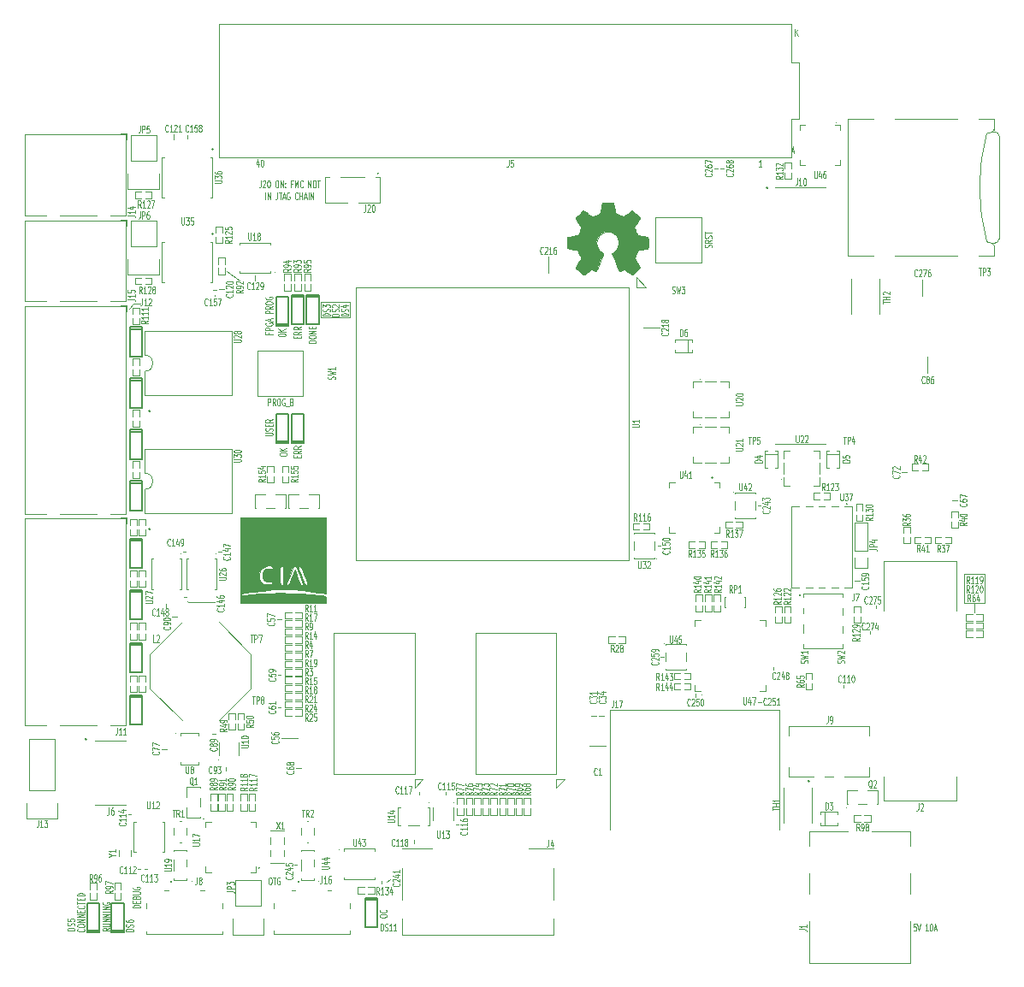
<source format=gbr>
G04 #@! TF.FileFunction,Legend,Top*
%FSLAX46Y46*%
G04 Gerber Fmt 4.6, Leading zero omitted, Abs format (unit mm)*
G04 Created by KiCad (PCBNEW 4.0.6) date Wed May 10 11:08:12 2017*
%MOMM*%
%LPD*%
G01*
G04 APERTURE LIST*
%ADD10C,0.101600*%
%ADD11C,0.114300*%
%ADD12C,0.127000*%
%ADD13C,0.002540*%
G04 APERTURE END LIST*
D10*
X46100000Y-87300000D02*
X46000000Y-87200000D01*
X48700000Y-87300000D02*
X46100000Y-87300000D01*
D11*
X97887867Y-52151114D02*
X97921733Y-52085800D01*
X97921733Y-51976943D01*
X97887867Y-51933400D01*
X97854000Y-51911629D01*
X97786267Y-51889857D01*
X97718533Y-51889857D01*
X97650800Y-51911629D01*
X97616933Y-51933400D01*
X97583067Y-51976943D01*
X97549200Y-52064029D01*
X97515333Y-52107571D01*
X97481467Y-52129343D01*
X97413733Y-52151114D01*
X97346000Y-52151114D01*
X97278267Y-52129343D01*
X97244400Y-52107571D01*
X97210533Y-52064029D01*
X97210533Y-51955171D01*
X97244400Y-51889857D01*
X97921733Y-51432657D02*
X97583067Y-51585057D01*
X97921733Y-51693914D02*
X97210533Y-51693914D01*
X97210533Y-51519742D01*
X97244400Y-51476200D01*
X97278267Y-51454428D01*
X97346000Y-51432657D01*
X97447600Y-51432657D01*
X97515333Y-51454428D01*
X97549200Y-51476200D01*
X97583067Y-51519742D01*
X97583067Y-51693914D01*
X97887867Y-51258485D02*
X97921733Y-51193171D01*
X97921733Y-51084314D01*
X97887867Y-51040771D01*
X97854000Y-51019000D01*
X97786267Y-50997228D01*
X97718533Y-50997228D01*
X97650800Y-51019000D01*
X97616933Y-51040771D01*
X97583067Y-51084314D01*
X97549200Y-51171400D01*
X97515333Y-51214942D01*
X97481467Y-51236714D01*
X97413733Y-51258485D01*
X97346000Y-51258485D01*
X97278267Y-51236714D01*
X97244400Y-51214942D01*
X97210533Y-51171400D01*
X97210533Y-51062542D01*
X97244400Y-50997228D01*
X97210533Y-50866599D02*
X97210533Y-50605342D01*
X97921733Y-50735971D02*
X97210533Y-50735971D01*
D10*
X123900000Y-87400000D02*
X123900000Y-88300000D01*
X124900000Y-84500000D02*
X122900000Y-84500000D01*
X124900000Y-87400000D02*
X124900000Y-84500000D01*
X122900000Y-87400000D02*
X124900000Y-87400000D01*
X122900000Y-84500000D02*
X122900000Y-87400000D01*
D11*
X118106370Y-119110533D02*
X117888656Y-119110533D01*
X117866885Y-119449200D01*
X117888656Y-119415333D01*
X117932199Y-119381467D01*
X118041056Y-119381467D01*
X118084599Y-119415333D01*
X118106370Y-119449200D01*
X118128142Y-119516933D01*
X118128142Y-119686267D01*
X118106370Y-119754000D01*
X118084599Y-119787867D01*
X118041056Y-119821733D01*
X117932199Y-119821733D01*
X117888656Y-119787867D01*
X117866885Y-119754000D01*
X118258771Y-119110533D02*
X118411171Y-119821733D01*
X118563571Y-119110533D01*
X119303800Y-119821733D02*
X119042543Y-119821733D01*
X119173171Y-119821733D02*
X119173171Y-119110533D01*
X119129628Y-119212133D01*
X119086086Y-119279867D01*
X119042543Y-119313733D01*
X119586829Y-119110533D02*
X119630372Y-119110533D01*
X119673915Y-119144400D01*
X119695686Y-119178267D01*
X119717457Y-119246000D01*
X119739229Y-119381467D01*
X119739229Y-119550800D01*
X119717457Y-119686267D01*
X119695686Y-119754000D01*
X119673915Y-119787867D01*
X119630372Y-119821733D01*
X119586829Y-119821733D01*
X119543286Y-119787867D01*
X119521515Y-119754000D01*
X119499743Y-119686267D01*
X119477972Y-119550800D01*
X119477972Y-119381467D01*
X119499743Y-119246000D01*
X119521515Y-119178267D01*
X119543286Y-119144400D01*
X119586829Y-119110533D01*
X119913401Y-119618533D02*
X120131115Y-119618533D01*
X119869858Y-119821733D02*
X120022258Y-119110533D01*
X120174658Y-119821733D01*
X110987867Y-93309600D02*
X111021733Y-93244286D01*
X111021733Y-93135429D01*
X110987867Y-93091886D01*
X110954000Y-93070115D01*
X110886267Y-93048343D01*
X110818533Y-93048343D01*
X110750800Y-93070115D01*
X110716933Y-93091886D01*
X110683067Y-93135429D01*
X110649200Y-93222515D01*
X110615333Y-93266057D01*
X110581467Y-93287829D01*
X110513733Y-93309600D01*
X110446000Y-93309600D01*
X110378267Y-93287829D01*
X110344400Y-93266057D01*
X110310533Y-93222515D01*
X110310533Y-93113657D01*
X110344400Y-93048343D01*
X110310533Y-92895943D02*
X111021733Y-92787086D01*
X110513733Y-92700000D01*
X111021733Y-92612914D01*
X110310533Y-92504057D01*
X110378267Y-92351657D02*
X110344400Y-92329886D01*
X110310533Y-92286343D01*
X110310533Y-92177486D01*
X110344400Y-92133943D01*
X110378267Y-92112172D01*
X110446000Y-92090400D01*
X110513733Y-92090400D01*
X110615333Y-92112172D01*
X111021733Y-92373429D01*
X111021733Y-92090400D01*
X107387867Y-93309600D02*
X107421733Y-93244286D01*
X107421733Y-93135429D01*
X107387867Y-93091886D01*
X107354000Y-93070115D01*
X107286267Y-93048343D01*
X107218533Y-93048343D01*
X107150800Y-93070115D01*
X107116933Y-93091886D01*
X107083067Y-93135429D01*
X107049200Y-93222515D01*
X107015333Y-93266057D01*
X106981467Y-93287829D01*
X106913733Y-93309600D01*
X106846000Y-93309600D01*
X106778267Y-93287829D01*
X106744400Y-93266057D01*
X106710533Y-93222515D01*
X106710533Y-93113657D01*
X106744400Y-93048343D01*
X106710533Y-92895943D02*
X107421733Y-92787086D01*
X106913733Y-92700000D01*
X107421733Y-92612914D01*
X106710533Y-92504057D01*
X107421733Y-92090400D02*
X107421733Y-92351657D01*
X107421733Y-92221029D02*
X106710533Y-92221029D01*
X106812133Y-92264572D01*
X106879867Y-92308114D01*
X106913733Y-92351657D01*
D10*
X65700000Y-115000000D02*
X66100000Y-114700000D01*
D11*
X54153686Y-114510533D02*
X54240772Y-114510533D01*
X54284314Y-114544400D01*
X54327857Y-114612133D01*
X54349629Y-114747600D01*
X54349629Y-114984667D01*
X54327857Y-115120133D01*
X54284314Y-115187867D01*
X54240772Y-115221733D01*
X54153686Y-115221733D01*
X54110143Y-115187867D01*
X54066600Y-115120133D01*
X54044829Y-114984667D01*
X54044829Y-114747600D01*
X54066600Y-114612133D01*
X54110143Y-114544400D01*
X54153686Y-114510533D01*
X54480257Y-114510533D02*
X54741514Y-114510533D01*
X54610885Y-115221733D02*
X54610885Y-114510533D01*
X55133400Y-114544400D02*
X55089857Y-114510533D01*
X55024543Y-114510533D01*
X54959228Y-114544400D01*
X54915686Y-114612133D01*
X54893914Y-114679867D01*
X54872143Y-114815333D01*
X54872143Y-114916933D01*
X54893914Y-115052400D01*
X54915686Y-115120133D01*
X54959228Y-115187867D01*
X55024543Y-115221733D01*
X55068086Y-115221733D01*
X55133400Y-115187867D01*
X55155171Y-115154000D01*
X55155171Y-114916933D01*
X55068086Y-114916933D01*
X41321733Y-117523257D02*
X40610533Y-117523257D01*
X40610533Y-117414400D01*
X40644400Y-117349085D01*
X40712133Y-117305543D01*
X40779867Y-117283771D01*
X40915333Y-117262000D01*
X41016933Y-117262000D01*
X41152400Y-117283771D01*
X41220133Y-117305543D01*
X41287867Y-117349085D01*
X41321733Y-117414400D01*
X41321733Y-117523257D01*
X40949200Y-117066057D02*
X40949200Y-116913657D01*
X41321733Y-116848343D02*
X41321733Y-117066057D01*
X40610533Y-117066057D01*
X40610533Y-116848343D01*
X40949200Y-116500000D02*
X40983067Y-116434686D01*
X41016933Y-116412914D01*
X41084667Y-116391143D01*
X41186267Y-116391143D01*
X41254000Y-116412914D01*
X41287867Y-116434686D01*
X41321733Y-116478228D01*
X41321733Y-116652400D01*
X40610533Y-116652400D01*
X40610533Y-116500000D01*
X40644400Y-116456457D01*
X40678267Y-116434686D01*
X40746000Y-116412914D01*
X40813733Y-116412914D01*
X40881467Y-116434686D01*
X40915333Y-116456457D01*
X40949200Y-116500000D01*
X40949200Y-116652400D01*
X40610533Y-116195200D02*
X41186267Y-116195200D01*
X41254000Y-116173428D01*
X41287867Y-116151657D01*
X41321733Y-116108114D01*
X41321733Y-116021028D01*
X41287867Y-115977486D01*
X41254000Y-115955714D01*
X41186267Y-115933943D01*
X40610533Y-115933943D01*
X40644400Y-115476743D02*
X40610533Y-115520286D01*
X40610533Y-115585600D01*
X40644400Y-115650915D01*
X40712133Y-115694457D01*
X40779867Y-115716229D01*
X40915333Y-115738000D01*
X41016933Y-115738000D01*
X41152400Y-115716229D01*
X41220133Y-115694457D01*
X41287867Y-115650915D01*
X41321733Y-115585600D01*
X41321733Y-115542057D01*
X41287867Y-115476743D01*
X41254000Y-115454972D01*
X41016933Y-115454972D01*
X41016933Y-115542057D01*
X38321733Y-119553885D02*
X37983067Y-119706285D01*
X38321733Y-119815142D02*
X37610533Y-119815142D01*
X37610533Y-119640970D01*
X37644400Y-119597428D01*
X37678267Y-119575656D01*
X37746000Y-119553885D01*
X37847600Y-119553885D01*
X37915333Y-119575656D01*
X37949200Y-119597428D01*
X37983067Y-119640970D01*
X37983067Y-119815142D01*
X37610533Y-119357942D02*
X38186267Y-119357942D01*
X38254000Y-119336170D01*
X38287867Y-119314399D01*
X38321733Y-119270856D01*
X38321733Y-119183770D01*
X38287867Y-119140228D01*
X38254000Y-119118456D01*
X38186267Y-119096685D01*
X37610533Y-119096685D01*
X38321733Y-118878971D02*
X37610533Y-118878971D01*
X38321733Y-118617714D01*
X37610533Y-118617714D01*
X38321733Y-118400000D02*
X37610533Y-118400000D01*
X38321733Y-118138743D01*
X37610533Y-118138743D01*
X38321733Y-117921029D02*
X37610533Y-117921029D01*
X38321733Y-117703315D02*
X37610533Y-117703315D01*
X38321733Y-117442058D01*
X37610533Y-117442058D01*
X37644400Y-116984858D02*
X37610533Y-117028401D01*
X37610533Y-117093715D01*
X37644400Y-117159030D01*
X37712133Y-117202572D01*
X37779867Y-117224344D01*
X37915333Y-117246115D01*
X38016933Y-117246115D01*
X38152400Y-117224344D01*
X38220133Y-117202572D01*
X38287867Y-117159030D01*
X38321733Y-117093715D01*
X38321733Y-117050172D01*
X38287867Y-116984858D01*
X38254000Y-116963087D01*
X38016933Y-116963087D01*
X38016933Y-117050172D01*
X65010533Y-118372142D02*
X65010533Y-118285056D01*
X65044400Y-118241514D01*
X65112133Y-118197971D01*
X65247600Y-118176199D01*
X65484667Y-118176199D01*
X65620133Y-118197971D01*
X65687867Y-118241514D01*
X65721733Y-118285056D01*
X65721733Y-118372142D01*
X65687867Y-118415685D01*
X65620133Y-118459228D01*
X65484667Y-118480999D01*
X65247600Y-118480999D01*
X65112133Y-118459228D01*
X65044400Y-118415685D01*
X65010533Y-118372142D01*
X65654000Y-117719000D02*
X65687867Y-117740771D01*
X65721733Y-117806085D01*
X65721733Y-117849628D01*
X65687867Y-117914943D01*
X65620133Y-117958485D01*
X65552400Y-117980257D01*
X65416933Y-118002028D01*
X65315333Y-118002028D01*
X65179867Y-117980257D01*
X65112133Y-117958485D01*
X65044400Y-117914943D01*
X65010533Y-117849628D01*
X65010533Y-117806085D01*
X65044400Y-117740771D01*
X65078267Y-117719000D01*
X35754000Y-119621971D02*
X35787867Y-119643742D01*
X35821733Y-119709056D01*
X35821733Y-119752599D01*
X35787867Y-119817914D01*
X35720133Y-119861456D01*
X35652400Y-119883228D01*
X35516933Y-119904999D01*
X35415333Y-119904999D01*
X35279867Y-119883228D01*
X35212133Y-119861456D01*
X35144400Y-119817914D01*
X35110533Y-119752599D01*
X35110533Y-119709056D01*
X35144400Y-119643742D01*
X35178267Y-119621971D01*
X35110533Y-119338942D02*
X35110533Y-119251856D01*
X35144400Y-119208314D01*
X35212133Y-119164771D01*
X35347600Y-119142999D01*
X35584667Y-119142999D01*
X35720133Y-119164771D01*
X35787867Y-119208314D01*
X35821733Y-119251856D01*
X35821733Y-119338942D01*
X35787867Y-119382485D01*
X35720133Y-119426028D01*
X35584667Y-119447799D01*
X35347600Y-119447799D01*
X35212133Y-119426028D01*
X35144400Y-119382485D01*
X35110533Y-119338942D01*
X35821733Y-118947057D02*
X35110533Y-118947057D01*
X35821733Y-118685800D01*
X35110533Y-118685800D01*
X35821733Y-118468086D02*
X35110533Y-118468086D01*
X35821733Y-118206829D01*
X35110533Y-118206829D01*
X35449200Y-117989115D02*
X35449200Y-117836715D01*
X35821733Y-117771401D02*
X35821733Y-117989115D01*
X35110533Y-117989115D01*
X35110533Y-117771401D01*
X35754000Y-117314201D02*
X35787867Y-117335972D01*
X35821733Y-117401286D01*
X35821733Y-117444829D01*
X35787867Y-117510144D01*
X35720133Y-117553686D01*
X35652400Y-117575458D01*
X35516933Y-117597229D01*
X35415333Y-117597229D01*
X35279867Y-117575458D01*
X35212133Y-117553686D01*
X35144400Y-117510144D01*
X35110533Y-117444829D01*
X35110533Y-117401286D01*
X35144400Y-117335972D01*
X35178267Y-117314201D01*
X35110533Y-117183572D02*
X35110533Y-116922315D01*
X35821733Y-117052944D02*
X35110533Y-117052944D01*
X35449200Y-116769915D02*
X35449200Y-116617515D01*
X35821733Y-116552201D02*
X35821733Y-116769915D01*
X35110533Y-116769915D01*
X35110533Y-116552201D01*
X35821733Y-116356258D02*
X35110533Y-116356258D01*
X35110533Y-116247401D01*
X35144400Y-116182086D01*
X35212133Y-116138544D01*
X35279867Y-116116772D01*
X35415333Y-116095001D01*
X35516933Y-116095001D01*
X35652400Y-116116772D01*
X35720133Y-116138544D01*
X35787867Y-116182086D01*
X35821733Y-116247401D01*
X35821733Y-116356258D01*
X38321733Y-119553885D02*
X37983067Y-119706285D01*
X38321733Y-119815142D02*
X37610533Y-119815142D01*
X37610533Y-119640970D01*
X37644400Y-119597428D01*
X37678267Y-119575656D01*
X37746000Y-119553885D01*
X37847600Y-119553885D01*
X37915333Y-119575656D01*
X37949200Y-119597428D01*
X37983067Y-119640970D01*
X37983067Y-119815142D01*
X37610533Y-119357942D02*
X38186267Y-119357942D01*
X38254000Y-119336170D01*
X38287867Y-119314399D01*
X38321733Y-119270856D01*
X38321733Y-119183770D01*
X38287867Y-119140228D01*
X38254000Y-119118456D01*
X38186267Y-119096685D01*
X37610533Y-119096685D01*
X38321733Y-118878971D02*
X37610533Y-118878971D01*
X38321733Y-118617714D01*
X37610533Y-118617714D01*
X38321733Y-118400000D02*
X37610533Y-118400000D01*
X38321733Y-118138743D01*
X37610533Y-118138743D01*
X38321733Y-117921029D02*
X37610533Y-117921029D01*
X38321733Y-117703315D02*
X37610533Y-117703315D01*
X38321733Y-117442058D01*
X37610533Y-117442058D01*
X37644400Y-116984858D02*
X37610533Y-117028401D01*
X37610533Y-117093715D01*
X37644400Y-117159030D01*
X37712133Y-117202572D01*
X37779867Y-117224344D01*
X37915333Y-117246115D01*
X38016933Y-117246115D01*
X38152400Y-117224344D01*
X38220133Y-117202572D01*
X38287867Y-117159030D01*
X38321733Y-117093715D01*
X38321733Y-117050172D01*
X38287867Y-116984858D01*
X38254000Y-116963087D01*
X38016933Y-116963087D01*
X38016933Y-117050172D01*
D10*
X40700000Y-57700000D02*
X40200000Y-58200000D01*
X41300000Y-57700000D02*
X40700000Y-57700000D01*
D11*
X53280601Y-45519983D02*
X53280601Y-46027983D01*
X53258829Y-46129583D01*
X53215286Y-46197317D01*
X53149972Y-46231183D01*
X53106429Y-46231183D01*
X53476544Y-45587717D02*
X53498315Y-45553850D01*
X53541858Y-45519983D01*
X53650715Y-45519983D01*
X53694258Y-45553850D01*
X53716029Y-45587717D01*
X53737801Y-45655450D01*
X53737801Y-45723183D01*
X53716029Y-45824783D01*
X53454772Y-46231183D01*
X53737801Y-46231183D01*
X54020830Y-45519983D02*
X54064373Y-45519983D01*
X54107916Y-45553850D01*
X54129687Y-45587717D01*
X54151458Y-45655450D01*
X54173230Y-45790917D01*
X54173230Y-45960250D01*
X54151458Y-46095717D01*
X54129687Y-46163450D01*
X54107916Y-46197317D01*
X54064373Y-46231183D01*
X54020830Y-46231183D01*
X53977287Y-46197317D01*
X53955516Y-46163450D01*
X53933744Y-46095717D01*
X53911973Y-45960250D01*
X53911973Y-45790917D01*
X53933744Y-45655450D01*
X53955516Y-45587717D01*
X53977287Y-45553850D01*
X54020830Y-45519983D01*
X54804602Y-45519983D02*
X54891688Y-45519983D01*
X54935230Y-45553850D01*
X54978773Y-45621583D01*
X55000545Y-45757050D01*
X55000545Y-45994117D01*
X54978773Y-46129583D01*
X54935230Y-46197317D01*
X54891688Y-46231183D01*
X54804602Y-46231183D01*
X54761059Y-46197317D01*
X54717516Y-46129583D01*
X54695745Y-45994117D01*
X54695745Y-45757050D01*
X54717516Y-45621583D01*
X54761059Y-45553850D01*
X54804602Y-45519983D01*
X55196487Y-46231183D02*
X55196487Y-45519983D01*
X55457744Y-46231183D01*
X55457744Y-45519983D01*
X55675458Y-46163450D02*
X55697230Y-46197317D01*
X55675458Y-46231183D01*
X55653687Y-46197317D01*
X55675458Y-46163450D01*
X55675458Y-46231183D01*
X55675458Y-45790917D02*
X55697230Y-45824783D01*
X55675458Y-45858650D01*
X55653687Y-45824783D01*
X55675458Y-45790917D01*
X55675458Y-45858650D01*
X56393915Y-45858650D02*
X56241515Y-45858650D01*
X56241515Y-46231183D02*
X56241515Y-45519983D01*
X56459229Y-45519983D01*
X56633401Y-46231183D02*
X56633401Y-45519983D01*
X56785801Y-46027983D01*
X56938201Y-45519983D01*
X56938201Y-46231183D01*
X57417172Y-46163450D02*
X57395401Y-46197317D01*
X57330087Y-46231183D01*
X57286544Y-46231183D01*
X57221229Y-46197317D01*
X57177687Y-46129583D01*
X57155915Y-46061850D01*
X57134144Y-45926383D01*
X57134144Y-45824783D01*
X57155915Y-45689317D01*
X57177687Y-45621583D01*
X57221229Y-45553850D01*
X57286544Y-45519983D01*
X57330087Y-45519983D01*
X57395401Y-45553850D01*
X57417172Y-45587717D01*
X57961458Y-46231183D02*
X57961458Y-45519983D01*
X58222715Y-46231183D01*
X58222715Y-45519983D01*
X58527515Y-45519983D02*
X58614601Y-45519983D01*
X58658143Y-45553850D01*
X58701686Y-45621583D01*
X58723458Y-45757050D01*
X58723458Y-45994117D01*
X58701686Y-46129583D01*
X58658143Y-46197317D01*
X58614601Y-46231183D01*
X58527515Y-46231183D01*
X58483972Y-46197317D01*
X58440429Y-46129583D01*
X58418658Y-45994117D01*
X58418658Y-45757050D01*
X58440429Y-45621583D01*
X58483972Y-45553850D01*
X58527515Y-45519983D01*
X58854086Y-45519983D02*
X59115343Y-45519983D01*
X58984714Y-46231183D02*
X58984714Y-45519983D01*
X53726915Y-47412283D02*
X53726915Y-46701083D01*
X53944629Y-47412283D02*
X53944629Y-46701083D01*
X54205886Y-47412283D01*
X54205886Y-46701083D01*
X54902572Y-46701083D02*
X54902572Y-47209083D01*
X54880800Y-47310683D01*
X54837257Y-47378417D01*
X54771943Y-47412283D01*
X54728400Y-47412283D01*
X55054972Y-46701083D02*
X55316229Y-46701083D01*
X55185600Y-47412283D02*
X55185600Y-46701083D01*
X55446858Y-47209083D02*
X55664572Y-47209083D01*
X55403315Y-47412283D02*
X55555715Y-46701083D01*
X55708115Y-47412283D01*
X56100001Y-46734950D02*
X56056458Y-46701083D01*
X55991144Y-46701083D01*
X55925829Y-46734950D01*
X55882287Y-46802683D01*
X55860515Y-46870417D01*
X55838744Y-47005883D01*
X55838744Y-47107483D01*
X55860515Y-47242950D01*
X55882287Y-47310683D01*
X55925829Y-47378417D01*
X55991144Y-47412283D01*
X56034687Y-47412283D01*
X56100001Y-47378417D01*
X56121772Y-47344550D01*
X56121772Y-47107483D01*
X56034687Y-47107483D01*
X56927315Y-47344550D02*
X56905544Y-47378417D01*
X56840230Y-47412283D01*
X56796687Y-47412283D01*
X56731372Y-47378417D01*
X56687830Y-47310683D01*
X56666058Y-47242950D01*
X56644287Y-47107483D01*
X56644287Y-47005883D01*
X56666058Y-46870417D01*
X56687830Y-46802683D01*
X56731372Y-46734950D01*
X56796687Y-46701083D01*
X56840230Y-46701083D01*
X56905544Y-46734950D01*
X56927315Y-46768817D01*
X57123258Y-47412283D02*
X57123258Y-46701083D01*
X57123258Y-47039750D02*
X57384515Y-47039750D01*
X57384515Y-47412283D02*
X57384515Y-46701083D01*
X57580458Y-47209083D02*
X57798172Y-47209083D01*
X57536915Y-47412283D02*
X57689315Y-46701083D01*
X57841715Y-47412283D01*
X57994115Y-47412283D02*
X57994115Y-46701083D01*
X58211829Y-47412283D02*
X58211829Y-46701083D01*
X58473086Y-47412283D01*
X58473086Y-46701083D01*
D10*
X48700000Y-56900000D02*
X48700000Y-57000000D01*
D11*
X53980800Y-67821733D02*
X53980800Y-67110533D01*
X54154972Y-67110533D01*
X54198514Y-67144400D01*
X54220286Y-67178267D01*
X54242057Y-67246000D01*
X54242057Y-67347600D01*
X54220286Y-67415333D01*
X54198514Y-67449200D01*
X54154972Y-67483067D01*
X53980800Y-67483067D01*
X54699257Y-67821733D02*
X54546857Y-67483067D01*
X54438000Y-67821733D02*
X54438000Y-67110533D01*
X54612172Y-67110533D01*
X54655714Y-67144400D01*
X54677486Y-67178267D01*
X54699257Y-67246000D01*
X54699257Y-67347600D01*
X54677486Y-67415333D01*
X54655714Y-67449200D01*
X54612172Y-67483067D01*
X54438000Y-67483067D01*
X54982286Y-67110533D02*
X55069372Y-67110533D01*
X55112914Y-67144400D01*
X55156457Y-67212133D01*
X55178229Y-67347600D01*
X55178229Y-67584667D01*
X55156457Y-67720133D01*
X55112914Y-67787867D01*
X55069372Y-67821733D01*
X54982286Y-67821733D01*
X54938743Y-67787867D01*
X54895200Y-67720133D01*
X54873429Y-67584667D01*
X54873429Y-67347600D01*
X54895200Y-67212133D01*
X54938743Y-67144400D01*
X54982286Y-67110533D01*
X55613657Y-67144400D02*
X55570114Y-67110533D01*
X55504800Y-67110533D01*
X55439485Y-67144400D01*
X55395943Y-67212133D01*
X55374171Y-67279867D01*
X55352400Y-67415333D01*
X55352400Y-67516933D01*
X55374171Y-67652400D01*
X55395943Y-67720133D01*
X55439485Y-67787867D01*
X55504800Y-67821733D01*
X55548343Y-67821733D01*
X55613657Y-67787867D01*
X55635428Y-67754000D01*
X55635428Y-67516933D01*
X55548343Y-67516933D01*
X55722514Y-67889467D02*
X56070857Y-67889467D01*
X56332114Y-67449200D02*
X56397428Y-67483067D01*
X56419200Y-67516933D01*
X56440971Y-67584667D01*
X56440971Y-67686267D01*
X56419200Y-67754000D01*
X56397428Y-67787867D01*
X56353886Y-67821733D01*
X56179714Y-67821733D01*
X56179714Y-67110533D01*
X56332114Y-67110533D01*
X56375657Y-67144400D01*
X56397428Y-67178267D01*
X56419200Y-67246000D01*
X56419200Y-67313733D01*
X56397428Y-67381467D01*
X56375657Y-67415333D01*
X56332114Y-67449200D01*
X56179714Y-67449200D01*
X53710533Y-70783771D02*
X54286267Y-70783771D01*
X54354000Y-70761999D01*
X54387867Y-70740228D01*
X54421733Y-70696685D01*
X54421733Y-70609599D01*
X54387867Y-70566057D01*
X54354000Y-70544285D01*
X54286267Y-70522514D01*
X53710533Y-70522514D01*
X54387867Y-70326571D02*
X54421733Y-70261257D01*
X54421733Y-70152400D01*
X54387867Y-70108857D01*
X54354000Y-70087086D01*
X54286267Y-70065314D01*
X54218533Y-70065314D01*
X54150800Y-70087086D01*
X54116933Y-70108857D01*
X54083067Y-70152400D01*
X54049200Y-70239486D01*
X54015333Y-70283028D01*
X53981467Y-70304800D01*
X53913733Y-70326571D01*
X53846000Y-70326571D01*
X53778267Y-70304800D01*
X53744400Y-70283028D01*
X53710533Y-70239486D01*
X53710533Y-70130628D01*
X53744400Y-70065314D01*
X54049200Y-69869371D02*
X54049200Y-69716971D01*
X54421733Y-69651657D02*
X54421733Y-69869371D01*
X53710533Y-69869371D01*
X53710533Y-69651657D01*
X54421733Y-69194457D02*
X54083067Y-69346857D01*
X54421733Y-69455714D02*
X53710533Y-69455714D01*
X53710533Y-69281542D01*
X53744400Y-69238000D01*
X53778267Y-69216228D01*
X53846000Y-69194457D01*
X53947600Y-69194457D01*
X54015333Y-69216228D01*
X54049200Y-69238000D01*
X54083067Y-69281542D01*
X54083067Y-69455714D01*
X56849200Y-72955171D02*
X56849200Y-72802771D01*
X57221733Y-72737457D02*
X57221733Y-72955171D01*
X56510533Y-72955171D01*
X56510533Y-72737457D01*
X57221733Y-72280257D02*
X56883067Y-72432657D01*
X57221733Y-72541514D02*
X56510533Y-72541514D01*
X56510533Y-72367342D01*
X56544400Y-72323800D01*
X56578267Y-72302028D01*
X56646000Y-72280257D01*
X56747600Y-72280257D01*
X56815333Y-72302028D01*
X56849200Y-72323800D01*
X56883067Y-72367342D01*
X56883067Y-72541514D01*
X57221733Y-71823057D02*
X56883067Y-71975457D01*
X57221733Y-72084314D02*
X56510533Y-72084314D01*
X56510533Y-71910142D01*
X56544400Y-71866600D01*
X56578267Y-71844828D01*
X56646000Y-71823057D01*
X56747600Y-71823057D01*
X56815333Y-71844828D01*
X56849200Y-71866600D01*
X56883067Y-71910142D01*
X56883067Y-72084314D01*
X55110533Y-72672142D02*
X55110533Y-72585056D01*
X55144400Y-72541514D01*
X55212133Y-72497971D01*
X55347600Y-72476199D01*
X55584667Y-72476199D01*
X55720133Y-72497971D01*
X55787867Y-72541514D01*
X55821733Y-72585056D01*
X55821733Y-72672142D01*
X55787867Y-72715685D01*
X55720133Y-72759228D01*
X55584667Y-72780999D01*
X55347600Y-72780999D01*
X55212133Y-72759228D01*
X55144400Y-72715685D01*
X55110533Y-72672142D01*
X55821733Y-72280257D02*
X55110533Y-72280257D01*
X55821733Y-72019000D02*
X55415333Y-72214943D01*
X55110533Y-72019000D02*
X55516933Y-72280257D01*
X54049200Y-60587286D02*
X54049200Y-60739686D01*
X54421733Y-60739686D02*
X53710533Y-60739686D01*
X53710533Y-60521972D01*
X54421733Y-60347800D02*
X53710533Y-60347800D01*
X53710533Y-60173628D01*
X53744400Y-60130086D01*
X53778267Y-60108314D01*
X53846000Y-60086543D01*
X53947600Y-60086543D01*
X54015333Y-60108314D01*
X54049200Y-60130086D01*
X54083067Y-60173628D01*
X54083067Y-60347800D01*
X53744400Y-59651114D02*
X53710533Y-59694657D01*
X53710533Y-59759971D01*
X53744400Y-59825286D01*
X53812133Y-59868828D01*
X53879867Y-59890600D01*
X54015333Y-59912371D01*
X54116933Y-59912371D01*
X54252400Y-59890600D01*
X54320133Y-59868828D01*
X54387867Y-59825286D01*
X54421733Y-59759971D01*
X54421733Y-59716428D01*
X54387867Y-59651114D01*
X54354000Y-59629343D01*
X54116933Y-59629343D01*
X54116933Y-59716428D01*
X54218533Y-59455171D02*
X54218533Y-59237457D01*
X54421733Y-59498714D02*
X53710533Y-59346314D01*
X54421733Y-59193914D01*
X54421733Y-58693171D02*
X53710533Y-58693171D01*
X53710533Y-58518999D01*
X53744400Y-58475457D01*
X53778267Y-58453685D01*
X53846000Y-58431914D01*
X53947600Y-58431914D01*
X54015333Y-58453685D01*
X54049200Y-58475457D01*
X54083067Y-58518999D01*
X54083067Y-58693171D01*
X54421733Y-57974714D02*
X54083067Y-58127114D01*
X54421733Y-58235971D02*
X53710533Y-58235971D01*
X53710533Y-58061799D01*
X53744400Y-58018257D01*
X53778267Y-57996485D01*
X53846000Y-57974714D01*
X53947600Y-57974714D01*
X54015333Y-57996485D01*
X54049200Y-58018257D01*
X54083067Y-58061799D01*
X54083067Y-58235971D01*
X53710533Y-57691685D02*
X53710533Y-57604599D01*
X53744400Y-57561057D01*
X53812133Y-57517514D01*
X53947600Y-57495742D01*
X54184667Y-57495742D01*
X54320133Y-57517514D01*
X54387867Y-57561057D01*
X54421733Y-57604599D01*
X54421733Y-57691685D01*
X54387867Y-57735228D01*
X54320133Y-57778771D01*
X54184667Y-57800542D01*
X53947600Y-57800542D01*
X53812133Y-57778771D01*
X53744400Y-57735228D01*
X53710533Y-57691685D01*
X53744400Y-57060314D02*
X53710533Y-57103857D01*
X53710533Y-57169171D01*
X53744400Y-57234486D01*
X53812133Y-57278028D01*
X53879867Y-57299800D01*
X54015333Y-57321571D01*
X54116933Y-57321571D01*
X54252400Y-57299800D01*
X54320133Y-57278028D01*
X54387867Y-57234486D01*
X54421733Y-57169171D01*
X54421733Y-57125628D01*
X54387867Y-57060314D01*
X54354000Y-57038543D01*
X54116933Y-57038543D01*
X54116933Y-57125628D01*
X56849200Y-61155171D02*
X56849200Y-61002771D01*
X57221733Y-60937457D02*
X57221733Y-61155171D01*
X56510533Y-61155171D01*
X56510533Y-60937457D01*
X57221733Y-60480257D02*
X56883067Y-60632657D01*
X57221733Y-60741514D02*
X56510533Y-60741514D01*
X56510533Y-60567342D01*
X56544400Y-60523800D01*
X56578267Y-60502028D01*
X56646000Y-60480257D01*
X56747600Y-60480257D01*
X56815333Y-60502028D01*
X56849200Y-60523800D01*
X56883067Y-60567342D01*
X56883067Y-60741514D01*
X57221733Y-60023057D02*
X56883067Y-60175457D01*
X57221733Y-60284314D02*
X56510533Y-60284314D01*
X56510533Y-60110142D01*
X56544400Y-60066600D01*
X56578267Y-60044828D01*
X56646000Y-60023057D01*
X56747600Y-60023057D01*
X56815333Y-60044828D01*
X56849200Y-60066600D01*
X56883067Y-60110142D01*
X56883067Y-60284314D01*
X58721733Y-61605542D02*
X58010533Y-61605542D01*
X58010533Y-61496685D01*
X58044400Y-61431370D01*
X58112133Y-61387828D01*
X58179867Y-61366056D01*
X58315333Y-61344285D01*
X58416933Y-61344285D01*
X58552400Y-61366056D01*
X58620133Y-61387828D01*
X58687867Y-61431370D01*
X58721733Y-61496685D01*
X58721733Y-61605542D01*
X58010533Y-61061256D02*
X58010533Y-60974170D01*
X58044400Y-60930628D01*
X58112133Y-60887085D01*
X58247600Y-60865313D01*
X58484667Y-60865313D01*
X58620133Y-60887085D01*
X58687867Y-60930628D01*
X58721733Y-60974170D01*
X58721733Y-61061256D01*
X58687867Y-61104799D01*
X58620133Y-61148342D01*
X58484667Y-61170113D01*
X58247600Y-61170113D01*
X58112133Y-61148342D01*
X58044400Y-61104799D01*
X58010533Y-61061256D01*
X58721733Y-60669371D02*
X58010533Y-60669371D01*
X58721733Y-60408114D01*
X58010533Y-60408114D01*
X58349200Y-60190400D02*
X58349200Y-60038000D01*
X58721733Y-59972686D02*
X58721733Y-60190400D01*
X58010533Y-60190400D01*
X58010533Y-59972686D01*
X55010533Y-60872142D02*
X55010533Y-60785056D01*
X55044400Y-60741514D01*
X55112133Y-60697971D01*
X55247600Y-60676199D01*
X55484667Y-60676199D01*
X55620133Y-60697971D01*
X55687867Y-60741514D01*
X55721733Y-60785056D01*
X55721733Y-60872142D01*
X55687867Y-60915685D01*
X55620133Y-60959228D01*
X55484667Y-60980999D01*
X55247600Y-60980999D01*
X55112133Y-60959228D01*
X55044400Y-60915685D01*
X55010533Y-60872142D01*
X55721733Y-60480257D02*
X55010533Y-60480257D01*
X55721733Y-60219000D02*
X55315333Y-60414943D01*
X55010533Y-60219000D02*
X55416933Y-60480257D01*
D10*
X62100000Y-57600000D02*
X59200000Y-57600000D01*
X62100000Y-59100000D02*
X62100000Y-57600000D01*
X59200000Y-59100000D02*
X62100000Y-59100000D01*
X59200000Y-57600000D02*
X59200000Y-59100000D01*
X49900000Y-54500000D02*
X51200000Y-55400000D01*
X89700000Y-56100000D02*
X89700000Y-83100000D01*
X89700000Y-83100000D02*
X62700000Y-83100000D01*
X62700000Y-83100000D02*
X62700000Y-56100000D01*
X62700000Y-56100000D02*
X89700000Y-56100000D01*
X90411200Y-55100000D02*
X90411200Y-56100000D01*
X90411200Y-56100000D02*
X91411200Y-56100000D01*
X91411200Y-56100000D02*
X90411200Y-55100000D01*
X98020711Y-74950000D02*
G75*
G03X98020711Y-74950000I-70711J0D01*
G01*
X98700000Y-75400000D02*
X98150000Y-75400000D01*
X93700000Y-75400000D02*
X94250000Y-75400000D01*
X93700000Y-75950000D02*
X93700000Y-75400000D01*
X93700000Y-80400000D02*
X93700000Y-79850000D01*
X94250000Y-80400000D02*
X93700000Y-80400000D01*
X98700000Y-80400000D02*
X98150000Y-80400000D01*
X98700000Y-75400000D02*
X98700000Y-75950000D01*
X98700000Y-80400000D02*
X98700000Y-79850000D01*
X104613000Y-97926000D02*
X104613000Y-109806000D01*
X87853000Y-97926000D02*
X104613000Y-97926000D01*
X87853000Y-109806000D02*
X87853000Y-97926000D01*
X85800000Y-101500000D02*
X87400000Y-101500000D01*
X55300000Y-100700000D02*
X56900000Y-100700000D01*
X54950000Y-94500000D02*
X55250000Y-94500000D01*
X55250000Y-97700000D02*
X54950000Y-97700000D01*
X122170000Y-77216000D02*
X121670000Y-77216000D01*
X116717000Y-74422000D02*
X117217000Y-74422000D01*
X119253000Y-62954000D02*
X119253000Y-64554000D01*
X48450000Y-100300000D02*
X48750000Y-100300000D01*
X49800000Y-103650000D02*
X49800000Y-103950000D01*
X110900000Y-95481000D02*
X110900000Y-95781000D01*
X41050000Y-113700000D02*
X41350000Y-113700000D01*
X41750000Y-113700000D02*
X42050000Y-113700000D01*
X71600000Y-106350000D02*
X71600000Y-106050000D01*
X72850000Y-109300000D02*
X72550000Y-109300000D01*
X49650000Y-56300000D02*
X49150000Y-56300000D01*
X44600000Y-40950000D02*
X44600000Y-41450000D01*
X52700000Y-55450000D02*
X52700000Y-54950000D01*
X45650000Y-86800000D02*
X45950000Y-86800000D01*
X49050000Y-82300000D02*
X49350000Y-82300000D01*
X43900000Y-87750000D02*
X43900000Y-87450000D01*
X45550000Y-82300000D02*
X45850000Y-82300000D01*
X92850000Y-81700000D02*
X92550000Y-81700000D01*
X112550000Y-85200000D02*
X112050000Y-85200000D01*
X81700000Y-53100000D02*
X81700000Y-54700000D01*
X92700000Y-60100000D02*
X91100000Y-60100000D01*
X102450000Y-77700000D02*
X102750000Y-77700000D01*
X104013000Y-93703000D02*
X104013000Y-94003000D01*
X96266000Y-96670000D02*
X96266000Y-96370000D01*
X102766000Y-97155000D02*
X102466000Y-97155000D01*
X93114000Y-92710000D02*
X92814000Y-92710000D01*
X98448000Y-44323000D02*
X98148000Y-44323000D01*
X99083000Y-44323000D02*
X98783000Y-44323000D01*
X110350000Y-108050000D02*
X110350000Y-108300000D01*
X110350000Y-109350000D02*
X110350000Y-109100000D01*
X108650000Y-108050000D02*
X108650000Y-108300000D01*
X108650000Y-109350000D02*
X108650000Y-109100000D01*
X109050000Y-109350000D02*
X109050000Y-108050000D01*
X108650000Y-108050000D02*
X110350000Y-108050000D01*
X110350000Y-109350000D02*
X108650000Y-109350000D01*
X104450000Y-73950000D02*
X104200000Y-73950000D01*
X103150000Y-73950000D02*
X103400000Y-73950000D01*
X104450000Y-72250000D02*
X104200000Y-72250000D01*
X103150000Y-72250000D02*
X103400000Y-72250000D01*
X103150000Y-72650000D02*
X104450000Y-72650000D01*
X104450000Y-72250000D02*
X104450000Y-73950000D01*
X103150000Y-73950000D02*
X103150000Y-72250000D01*
X110550000Y-73950000D02*
X110300000Y-73950000D01*
X109250000Y-73950000D02*
X109500000Y-73950000D01*
X110550000Y-72250000D02*
X110300000Y-72250000D01*
X109250000Y-72250000D02*
X109500000Y-72250000D01*
X109250000Y-72650000D02*
X110550000Y-72650000D01*
X110550000Y-72250000D02*
X110550000Y-73950000D01*
X109250000Y-73950000D02*
X109250000Y-72250000D01*
X94250000Y-62550000D02*
X94250000Y-62300000D01*
X94250000Y-61250000D02*
X94250000Y-61500000D01*
X95950000Y-62550000D02*
X95950000Y-62300000D01*
X95950000Y-61250000D02*
X95950000Y-61500000D01*
X95550000Y-61250000D02*
X95550000Y-62550000D01*
X95950000Y-62550000D02*
X94250000Y-62550000D01*
X94250000Y-61250000D02*
X95950000Y-61250000D01*
D12*
X56300000Y-59750000D02*
X56300000Y-56850000D01*
X57500000Y-59750000D02*
X57500000Y-56850000D01*
X56300000Y-56850000D02*
X57500000Y-56850000D01*
X56300000Y-57050000D02*
X57500000Y-57050000D01*
X57500000Y-59750000D02*
X56300000Y-59750000D01*
X56000000Y-57050000D02*
X56000000Y-59950000D01*
X54800000Y-57050000D02*
X54800000Y-59950000D01*
X56000000Y-59950000D02*
X54800000Y-59950000D01*
X56000000Y-59750000D02*
X54800000Y-59750000D01*
X54800000Y-57050000D02*
X56000000Y-57050000D01*
X57800000Y-59750000D02*
X57800000Y-56850000D01*
X59000000Y-59750000D02*
X59000000Y-56850000D01*
X57800000Y-56850000D02*
X59000000Y-56850000D01*
X57800000Y-57050000D02*
X59000000Y-57050000D01*
X59000000Y-59750000D02*
X57800000Y-59750000D01*
X37300000Y-117050000D02*
X37300000Y-119950000D01*
X36100000Y-117050000D02*
X36100000Y-119950000D01*
X37300000Y-119950000D02*
X36100000Y-119950000D01*
X37300000Y-119750000D02*
X36100000Y-119750000D01*
X36100000Y-117050000D02*
X37300000Y-117050000D01*
X39700000Y-117050000D02*
X39700000Y-119950000D01*
X38500000Y-117050000D02*
X38500000Y-119950000D01*
X39700000Y-119950000D02*
X38500000Y-119950000D01*
X39700000Y-119750000D02*
X38500000Y-119750000D01*
X38500000Y-117050000D02*
X39700000Y-117050000D01*
X40294000Y-83900000D02*
X40294000Y-81000000D01*
X41494000Y-83900000D02*
X41494000Y-81000000D01*
X40294000Y-81000000D02*
X41494000Y-81000000D01*
X40294000Y-81200000D02*
X41494000Y-81200000D01*
X41494000Y-83900000D02*
X40294000Y-83900000D01*
X40294000Y-88980000D02*
X40294000Y-86080000D01*
X41494000Y-88980000D02*
X41494000Y-86080000D01*
X40294000Y-86080000D02*
X41494000Y-86080000D01*
X40294000Y-86280000D02*
X41494000Y-86280000D01*
X41494000Y-88980000D02*
X40294000Y-88980000D01*
X40294000Y-94251000D02*
X40294000Y-91351000D01*
X41494000Y-94251000D02*
X41494000Y-91351000D01*
X40294000Y-91351000D02*
X41494000Y-91351000D01*
X40294000Y-91551000D02*
X41494000Y-91551000D01*
X41494000Y-94251000D02*
X40294000Y-94251000D01*
X40294000Y-99394000D02*
X40294000Y-96494000D01*
X41494000Y-99394000D02*
X41494000Y-96494000D01*
X40294000Y-96494000D02*
X41494000Y-96494000D01*
X40294000Y-96694000D02*
X41494000Y-96694000D01*
X41494000Y-99394000D02*
X40294000Y-99394000D01*
X63600000Y-119450000D02*
X63600000Y-116550000D01*
X64800000Y-119450000D02*
X64800000Y-116550000D01*
X63600000Y-116550000D02*
X64800000Y-116550000D01*
X63600000Y-116750000D02*
X64800000Y-116750000D01*
X64800000Y-119450000D02*
X63600000Y-119450000D01*
X56000000Y-68650000D02*
X56000000Y-71550000D01*
X54800000Y-68650000D02*
X54800000Y-71550000D01*
X56000000Y-71550000D02*
X54800000Y-71550000D01*
X56000000Y-71350000D02*
X54800000Y-71350000D01*
X54800000Y-68650000D02*
X56000000Y-68650000D01*
X57500000Y-68650000D02*
X57500000Y-71550000D01*
X56300000Y-68650000D02*
X56300000Y-71550000D01*
X57500000Y-71550000D02*
X56300000Y-71550000D01*
X57500000Y-71350000D02*
X56300000Y-71350000D01*
X56300000Y-68650000D02*
X57500000Y-68650000D01*
D10*
X122152200Y-106960000D02*
X122152200Y-104555500D01*
X114887800Y-106955500D02*
X114887800Y-104555500D01*
X114887800Y-106960000D02*
X122152200Y-106960000D01*
X122152200Y-83236400D02*
X122152200Y-88155500D01*
X114887800Y-83236400D02*
X114887800Y-88155500D01*
X114887800Y-83236400D02*
X122152200Y-83236400D01*
X67250000Y-120200000D02*
X67250000Y-118600000D01*
X82250000Y-118600000D02*
X82250000Y-120200000D01*
X67250000Y-116700000D02*
X67250000Y-113650000D01*
X82250000Y-116700000D02*
X82250000Y-113650000D01*
X79750000Y-111700000D02*
X82250000Y-111700000D01*
X67250000Y-111700000D02*
X70250000Y-111700000D01*
X67250000Y-120200000D02*
X82250000Y-120200000D01*
X49450000Y-119850000D02*
X49450000Y-120150000D01*
X41950000Y-120150000D02*
X41950000Y-119850000D01*
X44470711Y-114970000D02*
G75*
G03X44470711Y-114970000I-70711J0D01*
G01*
X47300000Y-115850000D02*
X47650000Y-115850000D01*
X43750000Y-115850000D02*
X44100000Y-115850000D01*
X41950000Y-117100000D02*
X41950000Y-117600000D01*
X49450000Y-117100000D02*
X49450000Y-117600000D01*
X41950000Y-120150000D02*
X49450000Y-120150000D01*
X107550000Y-105000000D02*
G75*
G03X107550000Y-105000000I-50000J0D01*
G01*
X107611803Y-105000000D02*
G75*
G03X107611803Y-105000000I-111803J0D01*
G01*
X109050000Y-104550000D02*
X109950000Y-104550000D01*
X105525000Y-104550000D02*
X105525000Y-103600000D01*
X113475000Y-104550000D02*
X113475000Y-103600000D01*
X113475000Y-99550000D02*
X113475000Y-100500000D01*
X105525000Y-99550000D02*
X105525000Y-100500000D01*
X111050000Y-104550000D02*
X113475000Y-104550000D01*
X105525000Y-104550000D02*
X107950000Y-104550000D01*
X105525000Y-99550000D02*
X113475000Y-99550000D01*
X32870000Y-105870000D02*
X32870000Y-100790000D01*
X32870000Y-100790000D02*
X30330000Y-100790000D01*
X30330000Y-100790000D02*
X30330000Y-105870000D01*
X30050000Y-108690000D02*
X30050000Y-107140000D01*
X30330000Y-105870000D02*
X32870000Y-105870000D01*
X33150000Y-107140000D02*
X33150000Y-108690000D01*
X33150000Y-108690000D02*
X30050000Y-108690000D01*
X62050000Y-119825000D02*
X62050000Y-120125000D01*
X54550000Y-120125000D02*
X54550000Y-119825000D01*
X57070711Y-114945000D02*
G75*
G03X57070711Y-114945000I-70711J0D01*
G01*
X59900000Y-115825000D02*
X60250000Y-115825000D01*
X56350000Y-115825000D02*
X56700000Y-115825000D01*
X54550000Y-117075000D02*
X54550000Y-117575000D01*
X62050000Y-117075000D02*
X62050000Y-117575000D01*
X54550000Y-120125000D02*
X62050000Y-120125000D01*
X126326000Y-41128000D02*
G75*
G03X125926000Y-40728000I-400000J0D01*
G01*
X125926000Y-51728000D02*
G75*
G03X126326000Y-51328000I0J400000D01*
G01*
X126326000Y-51328000D02*
X126326000Y-41128000D01*
X125576000Y-40728000D02*
X125926000Y-40728000D01*
X125576000Y-51728000D02*
X125926000Y-51728000D01*
X125226000Y-40803000D02*
X125676000Y-40703000D01*
X125101496Y-40925189D02*
G75*
G02X125226000Y-40803000I149504J-27811D01*
G01*
X125826000Y-40503000D02*
G75*
G02X125676000Y-40703000I-175000J-25000D01*
G01*
X125826000Y-51953000D02*
G75*
G03X125676000Y-51753000I-175000J25000D01*
G01*
X125226000Y-51653000D02*
X125676000Y-51753000D01*
X125826000Y-53028000D02*
X125826000Y-51953000D01*
X125101496Y-51530811D02*
G75*
G03X125226000Y-51653000I149504J27811D01*
G01*
X125101812Y-40924951D02*
G75*
G03X125101000Y-51528000I19924188J-5303049D01*
G01*
X125826000Y-39428000D02*
X125826000Y-40503000D01*
X113901000Y-53028000D02*
X111326000Y-53028000D01*
X111326000Y-53028000D02*
X111326000Y-39428000D01*
X111326000Y-39428000D02*
X113901000Y-39428000D01*
X125826000Y-39428000D02*
X124351000Y-39428000D01*
X125826000Y-53028000D02*
X124351000Y-53028000D01*
X122201000Y-39428000D02*
X116051000Y-39428000D01*
X116051000Y-53028000D02*
X122201000Y-53028000D01*
X50730000Y-117370000D02*
X50730000Y-114830000D01*
X50450000Y-120190000D02*
X50450000Y-118640000D01*
X50730000Y-117370000D02*
X53270000Y-117370000D01*
X53550000Y-118640000D02*
X53550000Y-120190000D01*
X53550000Y-120190000D02*
X50450000Y-120190000D01*
X53270000Y-117370000D02*
X53270000Y-114830000D01*
X53270000Y-114830000D02*
X50730000Y-114830000D01*
X113269000Y-82231000D02*
X113269000Y-79391000D01*
X113269000Y-79391000D02*
X112029000Y-79391000D01*
X112029000Y-79391000D02*
X112029000Y-82231000D01*
X112029000Y-82231000D02*
X113269000Y-82231000D01*
X113269000Y-83931000D02*
X113269000Y-82911000D01*
X113269000Y-83931000D02*
X112029000Y-83931000D01*
X112029000Y-83931000D02*
X112029000Y-82911000D01*
X40386000Y-43561000D02*
X40386000Y-41021000D01*
X40106000Y-46381000D02*
X40106000Y-44831000D01*
X40386000Y-43561000D02*
X42926000Y-43561000D01*
X43206000Y-44831000D02*
X43206000Y-46381000D01*
X43206000Y-46381000D02*
X40106000Y-46381000D01*
X42926000Y-43561000D02*
X42926000Y-41021000D01*
X42926000Y-41021000D02*
X40386000Y-41021000D01*
X40386000Y-52070000D02*
X40386000Y-49530000D01*
X40106000Y-54890000D02*
X40106000Y-53340000D01*
X40386000Y-52070000D02*
X42926000Y-52070000D01*
X43206000Y-53340000D02*
X43206000Y-54890000D01*
X43206000Y-54890000D02*
X40106000Y-54890000D01*
X42926000Y-52070000D02*
X42926000Y-49530000D01*
X42926000Y-49530000D02*
X40386000Y-49530000D01*
X52300000Y-95800000D02*
X49150000Y-98950000D01*
X52300000Y-92400000D02*
X49150000Y-89250000D01*
X42300000Y-92400000D02*
X45450000Y-89250000D01*
X42300000Y-95800000D02*
X45450000Y-98950000D01*
X52300000Y-95800000D02*
X52300000Y-92400000D01*
X42300000Y-95800000D02*
X42300000Y-92400000D01*
X47300000Y-105600000D02*
X47300000Y-105650000D01*
X47300000Y-108600000D02*
X47300000Y-108550000D01*
X47300000Y-107550000D02*
X47300000Y-106650000D01*
X47650000Y-108700000D02*
G75*
G03X47650000Y-108700000I-50000J0D01*
G01*
X45900000Y-106600000D02*
X45900000Y-105600000D01*
X45900000Y-108600000D02*
X45900000Y-107600000D01*
X45900000Y-105600000D02*
X47300000Y-105600000D01*
X47300000Y-108600000D02*
X45900000Y-108600000D01*
X114300000Y-107300000D02*
X114250000Y-107300000D01*
X111300000Y-107300000D02*
X111350000Y-107300000D01*
X112350000Y-107300000D02*
X113250000Y-107300000D01*
X111250000Y-107600000D02*
G75*
G03X111250000Y-107600000I-50000J0D01*
G01*
X113300000Y-105900000D02*
X114300000Y-105900000D01*
X111300000Y-105900000D02*
X112300000Y-105900000D01*
X114300000Y-105900000D02*
X114300000Y-107300000D01*
X111300000Y-107300000D02*
X111300000Y-105900000D01*
X55700000Y-78000000D02*
X55650000Y-78000000D01*
X52700000Y-78000000D02*
X52750000Y-78000000D01*
X53750000Y-78000000D02*
X54650000Y-78000000D01*
X52650000Y-78300000D02*
G75*
G03X52650000Y-78300000I-50000J0D01*
G01*
X54700000Y-76600000D02*
X55700000Y-76600000D01*
X52700000Y-76600000D02*
X53700000Y-76600000D01*
X55700000Y-76600000D02*
X55700000Y-78000000D01*
X52700000Y-78000000D02*
X52700000Y-76600000D01*
X59000000Y-78000000D02*
X58950000Y-78000000D01*
X56000000Y-78000000D02*
X56050000Y-78000000D01*
X57050000Y-78000000D02*
X57950000Y-78000000D01*
X55950000Y-78300000D02*
G75*
G03X55950000Y-78300000I-50000J0D01*
G01*
X58000000Y-76600000D02*
X59000000Y-76600000D01*
X56000000Y-76600000D02*
X57000000Y-76600000D01*
X59000000Y-76600000D02*
X59000000Y-78000000D01*
X56000000Y-78000000D02*
X56000000Y-76600000D01*
X57320000Y-94520000D02*
X56700000Y-94520000D01*
X57320000Y-93880000D02*
X57320000Y-94520000D01*
X56700000Y-93880000D02*
X57320000Y-93880000D01*
X55680000Y-94520000D02*
X56300000Y-94520000D01*
X55680000Y-93880000D02*
X55680000Y-94520000D01*
X56300000Y-93880000D02*
X55680000Y-93880000D01*
X57320000Y-92120000D02*
X56700000Y-92120000D01*
X57320000Y-91480000D02*
X57320000Y-92120000D01*
X56700000Y-91480000D02*
X57320000Y-91480000D01*
X55680000Y-92120000D02*
X56300000Y-92120000D01*
X55680000Y-91480000D02*
X55680000Y-92120000D01*
X56300000Y-91480000D02*
X55680000Y-91480000D01*
X57320000Y-92920000D02*
X56700000Y-92920000D01*
X57320000Y-92280000D02*
X57320000Y-92920000D01*
X56700000Y-92280000D02*
X57320000Y-92280000D01*
X55680000Y-92920000D02*
X56300000Y-92920000D01*
X55680000Y-92280000D02*
X55680000Y-92920000D01*
X56300000Y-92280000D02*
X55680000Y-92280000D01*
X57320000Y-90520000D02*
X56700000Y-90520000D01*
X57320000Y-89880000D02*
X57320000Y-90520000D01*
X56700000Y-89880000D02*
X57320000Y-89880000D01*
X55680000Y-90520000D02*
X56300000Y-90520000D01*
X55680000Y-89880000D02*
X55680000Y-90520000D01*
X56300000Y-89880000D02*
X55680000Y-89880000D01*
X57320000Y-88920000D02*
X56700000Y-88920000D01*
X57320000Y-88280000D02*
X57320000Y-88920000D01*
X56700000Y-88280000D02*
X57320000Y-88280000D01*
X55680000Y-88920000D02*
X56300000Y-88920000D01*
X55680000Y-88280000D02*
X55680000Y-88920000D01*
X56300000Y-88280000D02*
X55680000Y-88280000D01*
X57320000Y-91320000D02*
X56700000Y-91320000D01*
X57320000Y-90680000D02*
X57320000Y-91320000D01*
X56700000Y-90680000D02*
X57320000Y-90680000D01*
X55680000Y-91320000D02*
X56300000Y-91320000D01*
X55680000Y-90680000D02*
X55680000Y-91320000D01*
X56300000Y-90680000D02*
X55680000Y-90680000D01*
X57320000Y-95320000D02*
X56700000Y-95320000D01*
X57320000Y-94680000D02*
X57320000Y-95320000D01*
X56700000Y-94680000D02*
X57320000Y-94680000D01*
X55680000Y-95320000D02*
X56300000Y-95320000D01*
X55680000Y-94680000D02*
X55680000Y-95320000D01*
X56300000Y-94680000D02*
X55680000Y-94680000D01*
X57320000Y-89720000D02*
X56700000Y-89720000D01*
X57320000Y-89080000D02*
X57320000Y-89720000D01*
X56700000Y-89080000D02*
X57320000Y-89080000D01*
X55680000Y-89720000D02*
X56300000Y-89720000D01*
X55680000Y-89080000D02*
X55680000Y-89720000D01*
X56300000Y-89080000D02*
X55680000Y-89080000D01*
X57320000Y-96120000D02*
X56700000Y-96120000D01*
X57320000Y-95480000D02*
X57320000Y-96120000D01*
X56700000Y-95480000D02*
X57320000Y-95480000D01*
X55680000Y-96120000D02*
X56300000Y-96120000D01*
X55680000Y-95480000D02*
X55680000Y-96120000D01*
X56300000Y-95480000D02*
X55680000Y-95480000D01*
X57320000Y-93720000D02*
X56700000Y-93720000D01*
X57320000Y-93080000D02*
X57320000Y-93720000D01*
X56700000Y-93080000D02*
X57320000Y-93080000D01*
X55680000Y-93720000D02*
X56300000Y-93720000D01*
X55680000Y-93080000D02*
X55680000Y-93720000D01*
X56300000Y-93080000D02*
X55680000Y-93080000D01*
X57320000Y-96920000D02*
X56700000Y-96920000D01*
X57320000Y-96280000D02*
X57320000Y-96920000D01*
X56700000Y-96280000D02*
X57320000Y-96280000D01*
X55680000Y-96920000D02*
X56300000Y-96920000D01*
X55680000Y-96280000D02*
X55680000Y-96920000D01*
X56300000Y-96280000D02*
X55680000Y-96280000D01*
X57320000Y-97720000D02*
X56700000Y-97720000D01*
X57320000Y-97080000D02*
X57320000Y-97720000D01*
X56700000Y-97080000D02*
X57320000Y-97080000D01*
X55680000Y-97720000D02*
X56300000Y-97720000D01*
X55680000Y-97080000D02*
X55680000Y-97720000D01*
X56300000Y-97080000D02*
X55680000Y-97080000D01*
X57320000Y-98520000D02*
X56700000Y-98520000D01*
X57320000Y-97880000D02*
X57320000Y-98520000D01*
X56700000Y-97880000D02*
X57320000Y-97880000D01*
X55680000Y-98520000D02*
X56300000Y-98520000D01*
X55680000Y-97880000D02*
X55680000Y-98520000D01*
X56300000Y-97880000D02*
X55680000Y-97880000D01*
X87680000Y-90680000D02*
X88300000Y-90680000D01*
X87680000Y-91320000D02*
X87680000Y-90680000D01*
X88300000Y-91320000D02*
X87680000Y-91320000D01*
X89320000Y-90680000D02*
X88700000Y-90680000D01*
X89320000Y-91320000D02*
X89320000Y-90680000D01*
X88700000Y-91320000D02*
X89320000Y-91320000D01*
X116901000Y-81465000D02*
X116901000Y-80845000D01*
X117541000Y-81465000D02*
X116901000Y-81465000D01*
X117541000Y-80845000D02*
X117541000Y-81465000D01*
X116901000Y-79825000D02*
X116901000Y-80445000D01*
X117541000Y-79825000D02*
X116901000Y-79825000D01*
X117541000Y-80445000D02*
X117541000Y-79825000D01*
X119957000Y-80833000D02*
X120577000Y-80833000D01*
X119957000Y-81473000D02*
X119957000Y-80833000D01*
X120577000Y-81473000D02*
X119957000Y-81473000D01*
X121597000Y-80833000D02*
X120977000Y-80833000D01*
X121597000Y-81473000D02*
X121597000Y-80833000D01*
X120977000Y-81473000D02*
X121597000Y-81473000D01*
X122240000Y-78301000D02*
X122240000Y-78921000D01*
X121600000Y-78301000D02*
X122240000Y-78301000D01*
X121600000Y-78921000D02*
X121600000Y-78301000D01*
X122240000Y-79941000D02*
X122240000Y-79321000D01*
X121600000Y-79941000D02*
X122240000Y-79941000D01*
X121600000Y-79321000D02*
X121600000Y-79941000D01*
X119565000Y-81473000D02*
X118945000Y-81473000D01*
X119565000Y-80833000D02*
X119565000Y-81473000D01*
X118945000Y-80833000D02*
X119565000Y-80833000D01*
X117925000Y-81473000D02*
X118545000Y-81473000D01*
X117925000Y-80833000D02*
X117925000Y-81473000D01*
X118545000Y-80833000D02*
X117925000Y-80833000D01*
X119311000Y-74234000D02*
X118691000Y-74234000D01*
X119311000Y-73594000D02*
X119311000Y-74234000D01*
X118691000Y-73594000D02*
X119311000Y-73594000D01*
X117671000Y-74234000D02*
X118291000Y-74234000D01*
X117671000Y-73594000D02*
X117671000Y-74234000D01*
X118291000Y-73594000D02*
X117671000Y-73594000D01*
X50080000Y-99920000D02*
X50080000Y-99300000D01*
X50720000Y-99920000D02*
X50080000Y-99920000D01*
X50720000Y-99300000D02*
X50720000Y-99920000D01*
X50080000Y-98280000D02*
X50080000Y-98900000D01*
X50720000Y-98280000D02*
X50080000Y-98280000D01*
X50720000Y-98900000D02*
X50720000Y-98280000D01*
X50980000Y-99920000D02*
X50980000Y-99300000D01*
X51620000Y-99920000D02*
X50980000Y-99920000D01*
X51620000Y-99300000D02*
X51620000Y-99920000D01*
X50980000Y-98280000D02*
X50980000Y-98900000D01*
X51620000Y-98280000D02*
X50980000Y-98280000D01*
X51620000Y-98900000D02*
X51620000Y-98280000D01*
X123080000Y-90080000D02*
X123700000Y-90080000D01*
X123080000Y-90720000D02*
X123080000Y-90080000D01*
X123700000Y-90720000D02*
X123080000Y-90720000D01*
X124720000Y-90080000D02*
X124100000Y-90080000D01*
X124720000Y-90720000D02*
X124720000Y-90080000D01*
X124100000Y-90720000D02*
X124720000Y-90720000D01*
X107815000Y-94311000D02*
X107815000Y-94931000D01*
X107175000Y-94311000D02*
X107815000Y-94311000D01*
X107175000Y-94931000D02*
X107175000Y-94311000D01*
X107815000Y-95951000D02*
X107815000Y-95331000D01*
X107175000Y-95951000D02*
X107815000Y-95951000D01*
X107175000Y-95331000D02*
X107175000Y-95951000D01*
X79280000Y-108320000D02*
X79280000Y-107700000D01*
X79920000Y-108320000D02*
X79280000Y-108320000D01*
X79920000Y-107700000D02*
X79920000Y-108320000D01*
X79280000Y-106680000D02*
X79280000Y-107300000D01*
X79920000Y-106680000D02*
X79280000Y-106680000D01*
X79920000Y-107300000D02*
X79920000Y-106680000D01*
X78480000Y-108320000D02*
X78480000Y-107700000D01*
X79120000Y-108320000D02*
X78480000Y-108320000D01*
X79120000Y-107700000D02*
X79120000Y-108320000D01*
X78480000Y-106680000D02*
X78480000Y-107300000D01*
X79120000Y-106680000D02*
X78480000Y-106680000D01*
X79120000Y-107300000D02*
X79120000Y-106680000D01*
X77680000Y-108320000D02*
X77680000Y-107700000D01*
X78320000Y-108320000D02*
X77680000Y-108320000D01*
X78320000Y-107700000D02*
X78320000Y-108320000D01*
X77680000Y-106680000D02*
X77680000Y-107300000D01*
X78320000Y-106680000D02*
X77680000Y-106680000D01*
X78320000Y-107300000D02*
X78320000Y-106680000D01*
X76880000Y-108320000D02*
X76880000Y-107700000D01*
X77520000Y-108320000D02*
X76880000Y-108320000D01*
X77520000Y-107700000D02*
X77520000Y-108320000D01*
X76880000Y-106680000D02*
X76880000Y-107300000D01*
X77520000Y-106680000D02*
X76880000Y-106680000D01*
X77520000Y-107300000D02*
X77520000Y-106680000D01*
X75980000Y-108320000D02*
X75980000Y-107700000D01*
X76620000Y-108320000D02*
X75980000Y-108320000D01*
X76620000Y-107700000D02*
X76620000Y-108320000D01*
X75980000Y-106680000D02*
X75980000Y-107300000D01*
X76620000Y-106680000D02*
X75980000Y-106680000D01*
X76620000Y-107300000D02*
X76620000Y-106680000D01*
X75180000Y-108320000D02*
X75180000Y-107700000D01*
X75820000Y-108320000D02*
X75180000Y-108320000D01*
X75820000Y-107700000D02*
X75820000Y-108320000D01*
X75180000Y-106680000D02*
X75180000Y-107300000D01*
X75820000Y-106680000D02*
X75180000Y-106680000D01*
X75820000Y-107300000D02*
X75820000Y-106680000D01*
X74380000Y-108320000D02*
X74380000Y-107700000D01*
X75020000Y-108320000D02*
X74380000Y-108320000D01*
X75020000Y-107700000D02*
X75020000Y-108320000D01*
X74380000Y-106680000D02*
X74380000Y-107300000D01*
X75020000Y-106680000D02*
X74380000Y-106680000D01*
X75020000Y-107300000D02*
X75020000Y-106680000D01*
X73580000Y-108320000D02*
X73580000Y-107700000D01*
X74220000Y-108320000D02*
X73580000Y-108320000D01*
X74220000Y-107700000D02*
X74220000Y-108320000D01*
X73580000Y-106680000D02*
X73580000Y-107300000D01*
X74220000Y-106680000D02*
X73580000Y-106680000D01*
X74220000Y-107300000D02*
X74220000Y-106680000D01*
X73320000Y-106680000D02*
X73320000Y-107300000D01*
X72680000Y-106680000D02*
X73320000Y-106680000D01*
X72680000Y-107300000D02*
X72680000Y-106680000D01*
X73320000Y-108320000D02*
X73320000Y-107700000D01*
X72680000Y-108320000D02*
X73320000Y-108320000D01*
X72680000Y-107700000D02*
X72680000Y-108320000D01*
X48920000Y-106280000D02*
X48920000Y-106900000D01*
X48280000Y-106280000D02*
X48920000Y-106280000D01*
X48280000Y-106900000D02*
X48280000Y-106280000D01*
X48920000Y-107920000D02*
X48920000Y-107300000D01*
X48280000Y-107920000D02*
X48920000Y-107920000D01*
X48280000Y-107300000D02*
X48280000Y-107920000D01*
X49880000Y-107920000D02*
X49880000Y-107300000D01*
X50520000Y-107920000D02*
X49880000Y-107920000D01*
X50520000Y-107300000D02*
X50520000Y-107920000D01*
X49880000Y-106280000D02*
X49880000Y-106900000D01*
X50520000Y-106280000D02*
X49880000Y-106280000D01*
X50520000Y-106900000D02*
X50520000Y-106280000D01*
X49080000Y-107920000D02*
X49080000Y-107300000D01*
X49720000Y-107920000D02*
X49080000Y-107920000D01*
X49720000Y-107300000D02*
X49720000Y-107920000D01*
X49080000Y-106280000D02*
X49080000Y-106900000D01*
X49720000Y-106280000D02*
X49080000Y-106280000D01*
X49720000Y-106900000D02*
X49720000Y-106280000D01*
X49080000Y-54820000D02*
X49080000Y-54200000D01*
X49720000Y-54820000D02*
X49080000Y-54820000D01*
X49720000Y-54200000D02*
X49720000Y-54820000D01*
X49080000Y-53180000D02*
X49080000Y-53800000D01*
X49720000Y-53180000D02*
X49080000Y-53180000D01*
X49720000Y-53800000D02*
X49720000Y-53180000D01*
X57220000Y-54780000D02*
X57220000Y-55400000D01*
X56580000Y-54780000D02*
X57220000Y-54780000D01*
X56580000Y-55400000D02*
X56580000Y-54780000D01*
X57220000Y-56420000D02*
X57220000Y-55800000D01*
X56580000Y-56420000D02*
X57220000Y-56420000D01*
X56580000Y-55800000D02*
X56580000Y-56420000D01*
X56220000Y-54780000D02*
X56220000Y-55400000D01*
X55580000Y-54780000D02*
X56220000Y-54780000D01*
X55580000Y-55400000D02*
X55580000Y-54780000D01*
X56220000Y-56420000D02*
X56220000Y-55800000D01*
X55580000Y-56420000D02*
X56220000Y-56420000D01*
X55580000Y-55800000D02*
X55580000Y-56420000D01*
X58220000Y-54780000D02*
X58220000Y-55400000D01*
X57580000Y-54780000D02*
X58220000Y-54780000D01*
X57580000Y-55400000D02*
X57580000Y-54780000D01*
X58220000Y-56420000D02*
X58220000Y-55800000D01*
X57580000Y-56420000D02*
X58220000Y-56420000D01*
X57580000Y-55800000D02*
X57580000Y-56420000D01*
X37020000Y-115080000D02*
X37020000Y-115700000D01*
X36380000Y-115080000D02*
X37020000Y-115080000D01*
X36380000Y-115700000D02*
X36380000Y-115080000D01*
X37020000Y-116720000D02*
X37020000Y-116100000D01*
X36380000Y-116720000D02*
X37020000Y-116720000D01*
X36380000Y-116100000D02*
X36380000Y-116720000D01*
X39420000Y-115080000D02*
X39420000Y-115700000D01*
X38780000Y-115080000D02*
X39420000Y-115080000D01*
X38780000Y-115700000D02*
X38780000Y-115080000D01*
X39420000Y-116720000D02*
X39420000Y-116100000D01*
X38780000Y-116720000D02*
X39420000Y-116720000D01*
X38780000Y-116100000D02*
X38780000Y-116720000D01*
X113620000Y-109020000D02*
X113000000Y-109020000D01*
X113620000Y-108380000D02*
X113620000Y-109020000D01*
X113000000Y-108380000D02*
X113620000Y-108380000D01*
X111980000Y-109020000D02*
X112600000Y-109020000D01*
X111980000Y-108380000D02*
X111980000Y-109020000D01*
X112600000Y-108380000D02*
X111980000Y-108380000D01*
X40960000Y-79063000D02*
X40960000Y-79683000D01*
X40320000Y-79063000D02*
X40960000Y-79063000D01*
X40320000Y-79683000D02*
X40320000Y-79063000D01*
X40960000Y-80703000D02*
X40960000Y-80083000D01*
X40320000Y-80703000D02*
X40960000Y-80703000D01*
X40320000Y-80083000D02*
X40320000Y-80703000D01*
X40960000Y-84143000D02*
X40960000Y-84763000D01*
X40320000Y-84143000D02*
X40960000Y-84143000D01*
X40320000Y-84763000D02*
X40320000Y-84143000D01*
X40960000Y-85783000D02*
X40960000Y-85163000D01*
X40320000Y-85783000D02*
X40960000Y-85783000D01*
X40320000Y-85163000D02*
X40320000Y-85783000D01*
X40960000Y-89350000D02*
X40960000Y-89970000D01*
X40320000Y-89350000D02*
X40960000Y-89350000D01*
X40320000Y-89970000D02*
X40320000Y-89350000D01*
X40960000Y-90990000D02*
X40960000Y-90370000D01*
X40320000Y-90990000D02*
X40960000Y-90990000D01*
X40320000Y-90370000D02*
X40320000Y-90990000D01*
X40960000Y-94557000D02*
X40960000Y-95177000D01*
X40320000Y-94557000D02*
X40960000Y-94557000D01*
X40320000Y-95177000D02*
X40320000Y-94557000D01*
X40960000Y-96197000D02*
X40960000Y-95577000D01*
X40320000Y-96197000D02*
X40960000Y-96197000D01*
X40320000Y-95577000D02*
X40320000Y-96197000D01*
X41209000Y-80695000D02*
X41209000Y-80075000D01*
X41849000Y-80695000D02*
X41209000Y-80695000D01*
X41849000Y-80075000D02*
X41849000Y-80695000D01*
X41209000Y-79055000D02*
X41209000Y-79675000D01*
X41849000Y-79055000D02*
X41209000Y-79055000D01*
X41849000Y-79675000D02*
X41849000Y-79055000D01*
X41209000Y-85783000D02*
X41209000Y-85163000D01*
X41849000Y-85783000D02*
X41209000Y-85783000D01*
X41849000Y-85163000D02*
X41849000Y-85783000D01*
X41209000Y-84143000D02*
X41209000Y-84763000D01*
X41849000Y-84143000D02*
X41209000Y-84143000D01*
X41849000Y-84763000D02*
X41849000Y-84143000D01*
X41209000Y-90990000D02*
X41209000Y-90370000D01*
X41849000Y-90990000D02*
X41209000Y-90990000D01*
X41849000Y-90370000D02*
X41849000Y-90990000D01*
X41209000Y-89350000D02*
X41209000Y-89970000D01*
X41849000Y-89350000D02*
X41209000Y-89350000D01*
X41849000Y-89970000D02*
X41849000Y-89350000D01*
X41209000Y-96197000D02*
X41209000Y-95577000D01*
X41849000Y-96197000D02*
X41209000Y-96197000D01*
X41849000Y-95577000D02*
X41849000Y-96197000D01*
X41209000Y-94557000D02*
X41209000Y-95177000D01*
X41849000Y-94557000D02*
X41209000Y-94557000D01*
X41849000Y-95177000D02*
X41849000Y-94557000D01*
X41214000Y-58116000D02*
X41214000Y-58736000D01*
X40574000Y-58116000D02*
X41214000Y-58116000D01*
X40574000Y-58736000D02*
X40574000Y-58116000D01*
X41214000Y-59756000D02*
X41214000Y-59136000D01*
X40574000Y-59756000D02*
X41214000Y-59756000D01*
X40574000Y-59136000D02*
X40574000Y-59756000D01*
X41214000Y-63188000D02*
X41214000Y-63808000D01*
X40574000Y-63188000D02*
X41214000Y-63188000D01*
X40574000Y-63808000D02*
X40574000Y-63188000D01*
X41214000Y-64828000D02*
X41214000Y-64208000D01*
X40574000Y-64828000D02*
X41214000Y-64828000D01*
X40574000Y-64208000D02*
X40574000Y-64828000D01*
X41214000Y-68268000D02*
X41214000Y-68888000D01*
X40574000Y-68268000D02*
X41214000Y-68268000D01*
X40574000Y-68888000D02*
X40574000Y-68268000D01*
X41214000Y-69908000D02*
X41214000Y-69288000D01*
X40574000Y-69908000D02*
X41214000Y-69908000D01*
X40574000Y-69288000D02*
X40574000Y-69908000D01*
X41214000Y-73348000D02*
X41214000Y-73968000D01*
X40574000Y-73348000D02*
X41214000Y-73348000D01*
X40574000Y-73968000D02*
X40574000Y-73348000D01*
X41214000Y-74988000D02*
X41214000Y-74368000D01*
X40574000Y-74988000D02*
X41214000Y-74988000D01*
X40574000Y-74368000D02*
X40574000Y-74988000D01*
X90080000Y-79480000D02*
X90700000Y-79480000D01*
X90080000Y-80120000D02*
X90080000Y-79480000D01*
X90700000Y-80120000D02*
X90080000Y-80120000D01*
X91720000Y-79480000D02*
X91100000Y-79480000D01*
X91720000Y-80120000D02*
X91720000Y-79480000D01*
X91100000Y-80120000D02*
X91720000Y-80120000D01*
X52720000Y-106280000D02*
X52720000Y-106900000D01*
X52080000Y-106280000D02*
X52720000Y-106280000D01*
X52080000Y-106900000D02*
X52080000Y-106280000D01*
X52720000Y-107920000D02*
X52720000Y-107300000D01*
X52080000Y-107920000D02*
X52720000Y-107920000D01*
X52080000Y-107300000D02*
X52080000Y-107920000D01*
X51920000Y-106280000D02*
X51920000Y-106900000D01*
X51280000Y-106280000D02*
X51920000Y-106280000D01*
X51280000Y-106900000D02*
X51280000Y-106280000D01*
X51920000Y-107920000D02*
X51920000Y-107300000D01*
X51280000Y-107920000D02*
X51920000Y-107920000D01*
X51280000Y-107300000D02*
X51280000Y-107920000D01*
X123080000Y-88480000D02*
X123700000Y-88480000D01*
X123080000Y-89120000D02*
X123080000Y-88480000D01*
X123700000Y-89120000D02*
X123080000Y-89120000D01*
X124720000Y-88480000D02*
X124100000Y-88480000D01*
X124720000Y-89120000D02*
X124720000Y-88480000D01*
X124100000Y-89120000D02*
X124720000Y-89120000D01*
X123080000Y-89280000D02*
X123700000Y-89280000D01*
X123080000Y-89920000D02*
X123080000Y-89280000D01*
X123700000Y-89920000D02*
X123080000Y-89920000D01*
X124720000Y-89280000D02*
X124100000Y-89280000D01*
X124720000Y-89920000D02*
X124720000Y-89280000D01*
X124100000Y-89920000D02*
X124720000Y-89920000D01*
X105080000Y-89320000D02*
X105080000Y-88700000D01*
X105720000Y-89320000D02*
X105080000Y-89320000D01*
X105720000Y-88700000D02*
X105720000Y-89320000D01*
X105080000Y-87680000D02*
X105080000Y-88300000D01*
X105720000Y-87680000D02*
X105080000Y-87680000D01*
X105720000Y-88300000D02*
X105720000Y-87680000D01*
X107980000Y-76480000D02*
X108600000Y-76480000D01*
X107980000Y-77120000D02*
X107980000Y-76480000D01*
X108600000Y-77120000D02*
X107980000Y-77120000D01*
X109620000Y-76480000D02*
X109000000Y-76480000D01*
X109620000Y-77120000D02*
X109620000Y-76480000D01*
X109000000Y-77120000D02*
X109620000Y-77120000D01*
X48829000Y-51747000D02*
X48829000Y-51127000D01*
X49469000Y-51747000D02*
X48829000Y-51747000D01*
X49469000Y-51127000D02*
X49469000Y-51747000D01*
X48829000Y-50107000D02*
X48829000Y-50727000D01*
X49469000Y-50107000D02*
X48829000Y-50107000D01*
X49469000Y-50727000D02*
X49469000Y-50107000D01*
X104820000Y-87680000D02*
X104820000Y-88300000D01*
X104180000Y-87680000D02*
X104820000Y-87680000D01*
X104180000Y-88300000D02*
X104180000Y-87680000D01*
X104820000Y-89320000D02*
X104820000Y-88700000D01*
X104180000Y-89320000D02*
X104820000Y-89320000D01*
X104180000Y-88700000D02*
X104180000Y-89320000D01*
X40836000Y-46670000D02*
X41456000Y-46670000D01*
X40836000Y-47310000D02*
X40836000Y-46670000D01*
X41456000Y-47310000D02*
X40836000Y-47310000D01*
X42476000Y-46670000D02*
X41856000Y-46670000D01*
X42476000Y-47310000D02*
X42476000Y-46670000D01*
X41856000Y-47310000D02*
X42476000Y-47310000D01*
X42476000Y-55819000D02*
X41856000Y-55819000D01*
X42476000Y-55179000D02*
X42476000Y-55819000D01*
X41856000Y-55179000D02*
X42476000Y-55179000D01*
X40836000Y-55819000D02*
X41456000Y-55819000D01*
X40836000Y-55179000D02*
X40836000Y-55819000D01*
X41456000Y-55179000D02*
X40836000Y-55179000D01*
X111980000Y-89320000D02*
X111980000Y-88700000D01*
X112620000Y-89320000D02*
X111980000Y-89320000D01*
X112620000Y-88700000D02*
X112620000Y-89320000D01*
X111980000Y-87680000D02*
X111980000Y-88300000D01*
X112620000Y-87680000D02*
X111980000Y-87680000D01*
X112620000Y-88300000D02*
X112620000Y-87680000D01*
X112820000Y-77580000D02*
X112820000Y-78200000D01*
X112180000Y-77580000D02*
X112820000Y-77580000D01*
X112180000Y-78200000D02*
X112180000Y-77580000D01*
X112820000Y-79220000D02*
X112820000Y-78600000D01*
X112180000Y-79220000D02*
X112820000Y-79220000D01*
X112180000Y-78600000D02*
X112180000Y-79220000D01*
X105090000Y-45397000D02*
X105090000Y-44777000D01*
X105730000Y-45397000D02*
X105090000Y-45397000D01*
X105730000Y-44777000D02*
X105730000Y-45397000D01*
X105090000Y-43757000D02*
X105090000Y-44377000D01*
X105730000Y-43757000D02*
X105090000Y-43757000D01*
X105730000Y-44377000D02*
X105730000Y-43757000D01*
X64520000Y-116120000D02*
X63900000Y-116120000D01*
X64520000Y-115480000D02*
X64520000Y-116120000D01*
X63900000Y-115480000D02*
X64520000Y-115480000D01*
X62880000Y-116120000D02*
X63500000Y-116120000D01*
X62880000Y-115480000D02*
X62880000Y-116120000D01*
X63500000Y-115480000D02*
X62880000Y-115480000D01*
X95580000Y-81280000D02*
X96200000Y-81280000D01*
X95580000Y-81920000D02*
X95580000Y-81280000D01*
X96200000Y-81920000D02*
X95580000Y-81920000D01*
X97220000Y-81280000D02*
X96600000Y-81280000D01*
X97220000Y-81920000D02*
X97220000Y-81280000D01*
X96600000Y-81920000D02*
X97220000Y-81920000D01*
X99420000Y-81920000D02*
X98800000Y-81920000D01*
X99420000Y-81280000D02*
X99420000Y-81920000D01*
X98800000Y-81280000D02*
X99420000Y-81280000D01*
X97780000Y-81920000D02*
X98400000Y-81920000D01*
X97780000Y-81280000D02*
X97780000Y-81920000D01*
X98400000Y-81280000D02*
X97780000Y-81280000D01*
X100920000Y-79920000D02*
X100300000Y-79920000D01*
X100920000Y-79280000D02*
X100920000Y-79920000D01*
X100300000Y-79280000D02*
X100920000Y-79280000D01*
X99280000Y-79920000D02*
X99900000Y-79920000D01*
X99280000Y-79280000D02*
X99280000Y-79920000D01*
X99900000Y-79280000D02*
X99280000Y-79280000D01*
X96327000Y-88196000D02*
X96327000Y-87576000D01*
X96967000Y-88196000D02*
X96327000Y-88196000D01*
X96967000Y-87576000D02*
X96967000Y-88196000D01*
X96327000Y-86556000D02*
X96327000Y-87176000D01*
X96967000Y-86556000D02*
X96327000Y-86556000D01*
X96967000Y-87176000D02*
X96967000Y-86556000D01*
X97216000Y-88196000D02*
X97216000Y-87576000D01*
X97856000Y-88196000D02*
X97216000Y-88196000D01*
X97856000Y-87576000D02*
X97856000Y-88196000D01*
X97216000Y-86556000D02*
X97216000Y-87176000D01*
X97856000Y-86556000D02*
X97216000Y-86556000D01*
X97856000Y-87176000D02*
X97856000Y-86556000D01*
X98105000Y-88196000D02*
X98105000Y-87576000D01*
X98745000Y-88196000D02*
X98105000Y-88196000D01*
X98745000Y-87576000D02*
X98745000Y-88196000D01*
X98105000Y-86556000D02*
X98105000Y-87176000D01*
X98745000Y-86556000D02*
X98105000Y-86556000D01*
X98745000Y-87176000D02*
X98745000Y-86556000D01*
X94176000Y-94295000D02*
X94796000Y-94295000D01*
X94176000Y-94935000D02*
X94176000Y-94295000D01*
X94796000Y-94935000D02*
X94176000Y-94935000D01*
X95816000Y-94295000D02*
X95196000Y-94295000D01*
X95816000Y-94935000D02*
X95816000Y-94295000D01*
X95196000Y-94935000D02*
X95816000Y-94935000D01*
X95816000Y-95951000D02*
X95196000Y-95951000D01*
X95816000Y-95311000D02*
X95816000Y-95951000D01*
X95196000Y-95311000D02*
X95816000Y-95311000D01*
X94176000Y-95951000D02*
X94796000Y-95951000D01*
X94176000Y-95311000D02*
X94176000Y-95951000D01*
X94796000Y-95311000D02*
X94176000Y-95311000D01*
X54520000Y-73780000D02*
X54520000Y-74400000D01*
X53880000Y-73780000D02*
X54520000Y-73780000D01*
X53880000Y-74400000D02*
X53880000Y-73780000D01*
X54520000Y-75420000D02*
X54520000Y-74800000D01*
X53880000Y-75420000D02*
X54520000Y-75420000D01*
X53880000Y-74800000D02*
X53880000Y-75420000D01*
X55380000Y-75420000D02*
X55380000Y-74800000D01*
X56020000Y-75420000D02*
X55380000Y-75420000D01*
X56020000Y-74800000D02*
X56020000Y-75420000D01*
X55380000Y-73780000D02*
X55380000Y-74400000D01*
X56020000Y-73780000D02*
X55380000Y-73780000D01*
X56020000Y-74400000D02*
X56020000Y-73780000D01*
X99203000Y-87749000D02*
X99253000Y-87749000D01*
X99203000Y-86749000D02*
X99203000Y-87749000D01*
X99253000Y-86749000D02*
X99203000Y-86749000D01*
X101203000Y-86749000D02*
X101153000Y-86749000D01*
X101203000Y-87749000D02*
X101203000Y-86749000D01*
X101153000Y-87749000D02*
X101203000Y-87749000D01*
X52950000Y-66850000D02*
X52950000Y-62350000D01*
X57450000Y-66850000D02*
X52950000Y-66850000D01*
X57450000Y-62350000D02*
X57450000Y-66850000D01*
X52950000Y-62350000D02*
X57450000Y-62350000D01*
X96850000Y-53650000D02*
X92350000Y-53650000D01*
X96850000Y-49150000D02*
X96850000Y-53650000D01*
X92350000Y-49150000D02*
X96850000Y-49150000D01*
X92350000Y-53650000D02*
X92350000Y-49150000D01*
X107800000Y-105685000D02*
X107780000Y-105685000D01*
X107800000Y-109115000D02*
X107780000Y-109115000D01*
X105020000Y-109115000D02*
X105000000Y-109115000D01*
X105020000Y-105685000D02*
X105000000Y-105685000D01*
X107800000Y-109115000D02*
X107800000Y-105685000D01*
X105000000Y-105685000D02*
X105000000Y-109115000D01*
X111700000Y-58715000D02*
X111720000Y-58715000D01*
X111700000Y-55285000D02*
X111720000Y-55285000D01*
X114480000Y-55285000D02*
X114500000Y-55285000D01*
X114480000Y-58715000D02*
X114500000Y-58715000D01*
X111700000Y-55285000D02*
X111700000Y-58715000D01*
X114500000Y-58715000D02*
X114500000Y-55285000D01*
X45846100Y-111473200D02*
G75*
G03X45846100Y-111473200I-38100J0D01*
G01*
X45223800Y-108971300D02*
X45376200Y-108971300D01*
X45223800Y-111028700D02*
X45376200Y-111028700D01*
X45935000Y-110342900D02*
X45935000Y-109657100D01*
X44665000Y-110342900D02*
X44665000Y-109657100D01*
X58446100Y-111473200D02*
G75*
G03X58446100Y-111473200I-38100J0D01*
G01*
X57823800Y-108971300D02*
X57976200Y-108971300D01*
X57823800Y-111028700D02*
X57976200Y-111028700D01*
X58535000Y-110342900D02*
X58535000Y-109657100D01*
X57265000Y-110342900D02*
X57265000Y-109657100D01*
X44850000Y-100300000D02*
G75*
G03X44850000Y-100300000I-50000J0D01*
G01*
X47100000Y-100450000D02*
X47100000Y-100250000D01*
X45300000Y-100450000D02*
X45300000Y-100250000D01*
X47100000Y-103350000D02*
X47100000Y-103150000D01*
X45300000Y-103350000D02*
X45300000Y-103150000D01*
X47100000Y-103350000D02*
X45300000Y-103350000D01*
X45300000Y-100250000D02*
X47100000Y-100250000D01*
X49100000Y-102900000D02*
G75*
G03X49100000Y-102900000I-50000J0D01*
G01*
X49100000Y-101175000D02*
X49100000Y-102425000D01*
X51100000Y-101175000D02*
X51100000Y-102425000D01*
X40850000Y-112500000D02*
G75*
G03X40850000Y-112500000I-50000J0D01*
G01*
X43700000Y-109000000D02*
X43500000Y-109000000D01*
X43700000Y-112000000D02*
X43700000Y-109000000D01*
X43500000Y-112000000D02*
X43700000Y-112000000D01*
X40700000Y-112000000D02*
X40900000Y-112000000D01*
X40700000Y-109000000D02*
X40700000Y-112000000D01*
X40700000Y-109000000D02*
X40900000Y-109000000D01*
X72400000Y-107100000D02*
G75*
G03X72400000Y-107100000I-50000J0D01*
G01*
X72300000Y-108825000D02*
X72300000Y-107575000D01*
X70300000Y-108825000D02*
X70300000Y-107575000D01*
X68950000Y-109400000D02*
X67850000Y-109400000D01*
X69950000Y-107100000D02*
G75*
G03X69950000Y-107100000I-50000J0D01*
G01*
X69750000Y-109400000D02*
X69950000Y-109400000D01*
X69750000Y-107600000D02*
X69950000Y-107600000D01*
X66850000Y-109400000D02*
X67050000Y-109400000D01*
X66850000Y-107600000D02*
X67050000Y-107600000D01*
X66850000Y-109400000D02*
X66850000Y-107600000D01*
X69950000Y-107600000D02*
X69950000Y-109400000D01*
X53150001Y-113600000D02*
G75*
G03X53150001Y-113600000I-70711J0D01*
G01*
X52800000Y-114000000D02*
X52800000Y-113450000D01*
X52800000Y-109000000D02*
X52800000Y-109550000D01*
X52250000Y-109000000D02*
X52800000Y-109000000D01*
X47800000Y-109000000D02*
X48350000Y-109000000D01*
X47800000Y-109550000D02*
X47800000Y-109000000D01*
X47800000Y-114000000D02*
X47800000Y-113450000D01*
X52800000Y-114000000D02*
X52250000Y-114000000D01*
X47800000Y-114000000D02*
X48350000Y-114000000D01*
X54750000Y-54600000D02*
G75*
G03X54750000Y-54600000I-50000J0D01*
G01*
X51200000Y-51700000D02*
X51200000Y-51900000D01*
X54200000Y-51700000D02*
X51200000Y-51700000D01*
X54200000Y-51900000D02*
X54200000Y-51700000D01*
X54200000Y-54700000D02*
X54200000Y-54500000D01*
X51200000Y-54700000D02*
X54200000Y-54700000D01*
X51200000Y-54700000D02*
X51200000Y-54500000D01*
X46450000Y-114900000D02*
G75*
G03X46450000Y-114900000I-50000J0D01*
G01*
X44650000Y-111800000D02*
X44650000Y-111950000D01*
X44650000Y-111800000D02*
X45950000Y-111800000D01*
X45950000Y-111800000D02*
X45950000Y-111950000D01*
X44650000Y-114800000D02*
X44650000Y-114650000D01*
X44650000Y-114800000D02*
X45950000Y-114800000D01*
X45950000Y-114800000D02*
X45950000Y-114650000D01*
X45950000Y-113450000D02*
X45950000Y-112750000D01*
X44650000Y-113850000D02*
X44650000Y-112750000D01*
X96750000Y-65200000D02*
G75*
G03X96750000Y-65200000I-50000J0D01*
G01*
X98350000Y-68950000D02*
X97250000Y-68950000D01*
X97250000Y-65450000D02*
X98350000Y-65450000D01*
X96050000Y-65450000D02*
X96850000Y-65450000D01*
X96050000Y-66000000D02*
X96050000Y-65450000D01*
X96050000Y-68950000D02*
X96050000Y-68400000D01*
X96050000Y-68950000D02*
X96850000Y-68950000D01*
X99550000Y-68950000D02*
X98750000Y-68950000D01*
X99550000Y-68400000D02*
X99550000Y-68950000D01*
X99550000Y-65450000D02*
X98750000Y-65450000D01*
X99550000Y-65450000D02*
X99550000Y-66000000D01*
X96750000Y-69700000D02*
G75*
G03X96750000Y-69700000I-50000J0D01*
G01*
X98350000Y-73450000D02*
X97250000Y-73450000D01*
X97250000Y-69950000D02*
X98350000Y-69950000D01*
X96050000Y-69950000D02*
X96850000Y-69950000D01*
X96050000Y-70500000D02*
X96050000Y-69950000D01*
X96050000Y-73450000D02*
X96050000Y-72900000D01*
X96050000Y-73450000D02*
X96850000Y-73450000D01*
X99550000Y-73450000D02*
X98750000Y-73450000D01*
X99550000Y-72900000D02*
X99550000Y-73450000D01*
X99550000Y-69950000D02*
X98750000Y-69950000D01*
X99550000Y-69950000D02*
X99550000Y-70500000D01*
X104850000Y-75100000D02*
G75*
G03X104850000Y-75100000I-50000J0D01*
G01*
X108550000Y-73450000D02*
X108550000Y-74550000D01*
X105050000Y-74550000D02*
X105050000Y-73450000D01*
X105050000Y-75750000D02*
X105050000Y-74950000D01*
X105600000Y-75750000D02*
X105050000Y-75750000D01*
X108550000Y-75750000D02*
X108000000Y-75750000D01*
X108550000Y-75750000D02*
X108550000Y-74950000D01*
X108550000Y-72250000D02*
X108550000Y-73050000D01*
X108000000Y-72250000D02*
X108550000Y-72250000D01*
X105050000Y-72250000D02*
X105050000Y-73050000D01*
X105050000Y-72250000D02*
X105600000Y-72250000D01*
X48850000Y-82500000D02*
G75*
G03X48850000Y-82500000I-50000J0D01*
G01*
X45900000Y-86000000D02*
X46100000Y-86000000D01*
X45900000Y-83000000D02*
X45900000Y-86000000D01*
X46100000Y-83000000D02*
X45900000Y-83000000D01*
X48900000Y-83000000D02*
X48700000Y-83000000D01*
X48900000Y-86000000D02*
X48900000Y-83000000D01*
X48900000Y-86000000D02*
X48700000Y-86000000D01*
X45350000Y-82500000D02*
G75*
G03X45350000Y-82500000I-50000J0D01*
G01*
X42400000Y-86000000D02*
X42600000Y-86000000D01*
X42400000Y-83000000D02*
X42400000Y-86000000D01*
X42600000Y-83000000D02*
X42400000Y-83000000D01*
X45400000Y-83000000D02*
X45200000Y-83000000D01*
X45400000Y-86000000D02*
X45400000Y-83000000D01*
X45400000Y-86000000D02*
X45200000Y-86000000D01*
X41801000Y-64427000D02*
G75*
G03X41801000Y-62827000I0J800000D01*
G01*
X41801000Y-60427000D02*
X41801000Y-62827000D01*
X41801000Y-66827000D02*
X41801000Y-64427000D01*
X50401000Y-66827000D02*
X41801000Y-66827000D01*
X50401000Y-60427000D02*
X50401000Y-66827000D01*
X41801000Y-60427000D02*
X50401000Y-60427000D01*
X42351000Y-68377000D02*
G75*
G03X42351000Y-68377000I-100000J0D01*
G01*
X41801000Y-76111000D02*
G75*
G03X41801000Y-74511000I0J800000D01*
G01*
X41801000Y-72111000D02*
X41801000Y-74511000D01*
X41801000Y-78511000D02*
X41801000Y-76111000D01*
X50401000Y-78511000D02*
X41801000Y-78511000D01*
X50401000Y-72111000D02*
X50401000Y-78511000D01*
X41801000Y-72111000D02*
X50401000Y-72111000D01*
X42351000Y-80061000D02*
G75*
G03X42351000Y-80061000I-100000J0D01*
G01*
X92450000Y-83000000D02*
G75*
G03X92450000Y-83000000I-50000J0D01*
G01*
X92200000Y-82150000D02*
X92200000Y-81250000D01*
X90200000Y-81250000D02*
X90200000Y-82150000D01*
X90200000Y-80450000D02*
X90200000Y-80500000D01*
X92200000Y-80450000D02*
X90200000Y-80450000D01*
X92200000Y-80500000D02*
X92200000Y-80450000D01*
X92200000Y-82950000D02*
X92200000Y-82900000D01*
X90200000Y-82950000D02*
X92200000Y-82950000D01*
X90200000Y-82950000D02*
X90200000Y-82900000D01*
X48474000Y-51594000D02*
X48274000Y-51594000D01*
X43474000Y-51594000D02*
X43674000Y-51594000D01*
X43474000Y-55594000D02*
X43674000Y-55594000D01*
X48474000Y-55594000D02*
X48274000Y-55594000D01*
X48554512Y-50819400D02*
G75*
G03X48554512Y-50819400I-80512J0D01*
G01*
X48474000Y-55594000D02*
X48474000Y-51594000D01*
X43474000Y-51594000D02*
X43474000Y-55594000D01*
X48474000Y-43212000D02*
X48274000Y-43212000D01*
X43474000Y-43212000D02*
X43674000Y-43212000D01*
X43474000Y-47212000D02*
X43674000Y-47212000D01*
X48474000Y-47212000D02*
X48274000Y-47212000D01*
X48554512Y-42437400D02*
G75*
G03X48554512Y-42437400I-80512J0D01*
G01*
X48474000Y-47212000D02*
X48474000Y-43212000D01*
X43474000Y-43212000D02*
X43474000Y-47212000D01*
X111320711Y-77550000D02*
G75*
G03X111320711Y-77550000I-70711J0D01*
G01*
X109750000Y-77800000D02*
X110400000Y-77800000D01*
X108500000Y-77800000D02*
X109100000Y-77800000D01*
X107200000Y-77800000D02*
X107850000Y-77800000D01*
X107850000Y-85800000D02*
X107200000Y-85800000D01*
X109100000Y-85800000D02*
X108500000Y-85800000D01*
X110400000Y-85800000D02*
X109750000Y-85800000D01*
X105800000Y-85800000D02*
X106550000Y-85800000D01*
X105800000Y-77800000D02*
X106550000Y-77800000D01*
X105800000Y-85800000D02*
X105800000Y-77800000D01*
X111800000Y-85800000D02*
X111050000Y-85800000D01*
X111800000Y-77800000D02*
X111050000Y-77800000D01*
X111800000Y-85800000D02*
X111800000Y-77800000D01*
X106670711Y-86600000D02*
G75*
G03X106670711Y-86600000I-70711J0D01*
G01*
X106950000Y-88400000D02*
X106950000Y-87900000D01*
X106950000Y-90300000D02*
X106950000Y-89500000D01*
X110850000Y-89650000D02*
X110850000Y-90300000D01*
X110850000Y-87900000D02*
X110850000Y-88550000D01*
X106950000Y-91850000D02*
X106950000Y-91400000D01*
X110850000Y-91850000D02*
X110850000Y-91400000D01*
X106950000Y-91850000D02*
X110850000Y-91850000D01*
X110850000Y-86400000D02*
X110850000Y-86800000D01*
X106950000Y-86400000D02*
X106950000Y-86800000D01*
X110850000Y-86400000D02*
X106950000Y-86400000D01*
X100050000Y-76400000D02*
G75*
G03X100050000Y-76400000I-50000J0D01*
G01*
X100200000Y-77250000D02*
X100200000Y-78150000D01*
X102200000Y-78150000D02*
X102200000Y-77250000D01*
X102200000Y-78950000D02*
X102200000Y-78900000D01*
X100200000Y-78950000D02*
X102200000Y-78950000D01*
X100200000Y-78900000D02*
X100200000Y-78950000D01*
X100200000Y-76450000D02*
X100200000Y-76500000D01*
X102200000Y-76450000D02*
X100200000Y-76450000D01*
X102200000Y-76450000D02*
X102200000Y-76500000D01*
X61050000Y-111800000D02*
G75*
G03X61050000Y-111800000I-50000J0D01*
G01*
X64500000Y-114700000D02*
X64500000Y-114500000D01*
X61500000Y-114700000D02*
X64500000Y-114700000D01*
X61500000Y-114500000D02*
X61500000Y-114700000D01*
X61500000Y-111700000D02*
X61500000Y-111900000D01*
X64500000Y-111700000D02*
X61500000Y-111700000D01*
X64500000Y-111700000D02*
X64500000Y-111900000D01*
X59050000Y-114900000D02*
G75*
G03X59050000Y-114900000I-50000J0D01*
G01*
X57250000Y-111800000D02*
X57250000Y-111950000D01*
X57250000Y-111800000D02*
X58550000Y-111800000D01*
X58550000Y-111800000D02*
X58550000Y-111950000D01*
X57250000Y-114800000D02*
X57250000Y-114650000D01*
X57250000Y-114800000D02*
X58550000Y-114800000D01*
X58550000Y-114800000D02*
X58550000Y-114650000D01*
X58550000Y-113450000D02*
X58550000Y-112750000D01*
X57250000Y-113850000D02*
X57250000Y-112750000D01*
X96995000Y-96433000D02*
G75*
G03X96995000Y-96433000I-50000J0D01*
G01*
X103195000Y-96083000D02*
X103195000Y-95513000D01*
X102625000Y-96083000D02*
X103195000Y-96083000D01*
X103195000Y-89083000D02*
X103195000Y-89653000D01*
X102625000Y-89083000D02*
X103195000Y-89083000D01*
X96195000Y-96083000D02*
X96765000Y-96083000D01*
X96195000Y-95513000D02*
X96195000Y-96083000D01*
X96195000Y-89083000D02*
X96765000Y-89083000D01*
X96195000Y-89653000D02*
X96195000Y-89083000D01*
X110235000Y-39787000D02*
G75*
G03X110235000Y-39787000I-50000J0D01*
G01*
X110585000Y-40037000D02*
X110085000Y-40037000D01*
X110585000Y-40537000D02*
X110585000Y-40037000D01*
X106585000Y-40037000D02*
X107085000Y-40037000D01*
X106585000Y-40537000D02*
X106585000Y-40037000D01*
X106585000Y-44037000D02*
X106585000Y-43537000D01*
X107085000Y-44037000D02*
X106585000Y-44037000D01*
X110585000Y-44037000D02*
X110085000Y-44037000D01*
X110585000Y-43537000D02*
X110585000Y-44037000D01*
X93211000Y-91410000D02*
G75*
G03X93211000Y-91410000I-50000J0D01*
G01*
X93361000Y-92260000D02*
X93361000Y-93160000D01*
X95361000Y-93160000D02*
X95361000Y-92260000D01*
X95361000Y-93960000D02*
X95361000Y-93910000D01*
X93361000Y-93960000D02*
X95361000Y-93960000D01*
X93361000Y-93910000D02*
X93361000Y-93960000D01*
X93361000Y-91460000D02*
X93361000Y-91510000D01*
X95361000Y-91460000D02*
X93361000Y-91460000D01*
X95361000Y-91460000D02*
X95361000Y-91510000D01*
X55550000Y-111200000D02*
X55550000Y-110600000D01*
X55550000Y-112400000D02*
X55550000Y-111800000D01*
X54250000Y-113100000D02*
X55550000Y-113100000D01*
X54250000Y-111800000D02*
X54250000Y-112400000D01*
X54250000Y-110600000D02*
X54250000Y-111200000D01*
X55550000Y-109900000D02*
X54250000Y-109900000D01*
X40400000Y-111800000D02*
X40400000Y-112400000D01*
X39200000Y-112400000D02*
X39200000Y-111800000D01*
X49116000Y-43233400D02*
X105758000Y-43233400D01*
X49116000Y-30000000D02*
X49116000Y-43233400D01*
X105758000Y-30000000D02*
X49116000Y-30000000D01*
X105758000Y-33822700D02*
X105758000Y-30000000D01*
X106520000Y-33822700D02*
X105758000Y-33822700D01*
X106520000Y-39410700D02*
X106520000Y-33822700D01*
X105758000Y-39410700D02*
X106520000Y-39410700D01*
X105758000Y-43233400D02*
X105758000Y-39410700D01*
X40019000Y-57915000D02*
X39419000Y-57915000D01*
X40019000Y-57915000D02*
X40019000Y-58515000D01*
X29919000Y-58015000D02*
X29919000Y-78515000D01*
X39919000Y-58015000D02*
X29919000Y-58015000D01*
X39919000Y-78515000D02*
X39919000Y-58015000D01*
X32019000Y-78515000D02*
X29919000Y-78515000D01*
X37019000Y-78515000D02*
X33419000Y-78515000D01*
X39919000Y-78515000D02*
X38419000Y-78515000D01*
X40019000Y-78870000D02*
X39419000Y-78870000D01*
X40019000Y-78870000D02*
X40019000Y-79470000D01*
X29919000Y-78970000D02*
X29919000Y-99470000D01*
X39919000Y-78970000D02*
X29919000Y-78970000D01*
X39919000Y-99470000D02*
X39919000Y-78970000D01*
X32019000Y-99470000D02*
X29919000Y-99470000D01*
X37019000Y-99470000D02*
X33419000Y-99470000D01*
X39919000Y-99470000D02*
X38419000Y-99470000D01*
X40019000Y-49406000D02*
X39419000Y-49406000D01*
X40019000Y-49406000D02*
X40019000Y-50006000D01*
X29919000Y-49506000D02*
X29919000Y-57506000D01*
X39919000Y-49506000D02*
X29919000Y-49506000D01*
X39919000Y-57506000D02*
X39919000Y-49506000D01*
X32019000Y-57506000D02*
X29919000Y-57506000D01*
X37019000Y-57506000D02*
X33419000Y-57506000D01*
X39919000Y-57506000D02*
X38419000Y-57506000D01*
X40019000Y-40897000D02*
X39419000Y-40897000D01*
X40019000Y-40897000D02*
X40019000Y-41497000D01*
X29919000Y-40997000D02*
X29919000Y-48997000D01*
X39919000Y-40997000D02*
X29919000Y-40997000D01*
X39919000Y-48997000D02*
X39919000Y-40997000D01*
X32019000Y-48997000D02*
X29919000Y-48997000D01*
X37019000Y-48997000D02*
X33419000Y-48997000D01*
X39919000Y-48997000D02*
X38419000Y-48997000D01*
X113538000Y-90447000D02*
X113538000Y-90147000D01*
X114184000Y-87907000D02*
X114184000Y-87607000D01*
X65200000Y-115150000D02*
X65200000Y-114850000D01*
X118745000Y-55334000D02*
X118745000Y-56934000D01*
X48850000Y-56400000D02*
X48550000Y-56400000D01*
X45974000Y-41350000D02*
X45974000Y-41050000D01*
D12*
X40294000Y-62945000D02*
X40294000Y-60045000D01*
X41494000Y-62945000D02*
X41494000Y-60045000D01*
X40294000Y-60045000D02*
X41494000Y-60045000D01*
X40294000Y-60245000D02*
X41494000Y-60245000D01*
X41494000Y-62945000D02*
X40294000Y-62945000D01*
X40294000Y-68025000D02*
X40294000Y-65125000D01*
X41494000Y-68025000D02*
X41494000Y-65125000D01*
X40294000Y-65125000D02*
X41494000Y-65125000D01*
X40294000Y-65325000D02*
X41494000Y-65325000D01*
X41494000Y-68025000D02*
X40294000Y-68025000D01*
X40294000Y-73105000D02*
X40294000Y-70205000D01*
X41494000Y-73105000D02*
X41494000Y-70205000D01*
X40294000Y-70205000D02*
X41494000Y-70205000D01*
X40294000Y-70405000D02*
X41494000Y-70405000D01*
X41494000Y-73105000D02*
X40294000Y-73105000D01*
X40294000Y-78185000D02*
X40294000Y-75285000D01*
X41494000Y-78185000D02*
X41494000Y-75285000D01*
X40294000Y-75285000D02*
X41494000Y-75285000D01*
X40294000Y-75485000D02*
X41494000Y-75485000D01*
X41494000Y-78185000D02*
X40294000Y-78185000D01*
D10*
X64927711Y-44832000D02*
G75*
G03X64927711Y-44832000I-70711J0D01*
G01*
X59657000Y-47732000D02*
X61807000Y-47732000D01*
X59657000Y-45232000D02*
X59657000Y-47732000D01*
X60057000Y-45232000D02*
X59657000Y-45232000D01*
X63557000Y-45232000D02*
X61157000Y-45232000D01*
X65057000Y-45232000D02*
X64657000Y-45232000D01*
X65057000Y-47732000D02*
X65057000Y-45232000D01*
X65057000Y-47732000D02*
X62907000Y-47732000D01*
X36061803Y-100850000D02*
G75*
G03X36061803Y-100850000I-111803J0D01*
G01*
X36000000Y-100850000D02*
G75*
G03X36000000Y-100850000I-50000J0D01*
G01*
X36876000Y-107375000D02*
X39924000Y-107375000D01*
X39924000Y-101025000D02*
X36876000Y-101025000D01*
X103450711Y-46278000D02*
G75*
G03X103450711Y-46278000I-70711J0D01*
G01*
X103491803Y-46278000D02*
G75*
G03X103491803Y-46278000I-111803J0D01*
G01*
X104180000Y-71628000D02*
X109180000Y-71628000D01*
X104180000Y-46228000D02*
X109180000Y-46228000D01*
X40150000Y-108300000D02*
X40450000Y-108300000D01*
X68400000Y-110850000D02*
X68400000Y-111150000D01*
X68900000Y-106050000D02*
X68900000Y-106350000D01*
X86450000Y-98500000D02*
X85950000Y-98500000D01*
X87250000Y-98500000D02*
X86750000Y-98500000D01*
X54850000Y-89000000D02*
X55350000Y-89000000D01*
X56750000Y-103700000D02*
X57250000Y-103700000D01*
X43450000Y-101800000D02*
X43950000Y-101800000D01*
X44950000Y-88700000D02*
X44450000Y-88700000D01*
X56550000Y-113300000D02*
X56850000Y-113300000D01*
D13*
G36*
X59734180Y-87334180D02*
X55500000Y-87334180D01*
X51268360Y-87334180D01*
X51268360Y-83100000D01*
X51268360Y-78868360D01*
X55500000Y-78868360D01*
X59734180Y-78868360D01*
X59734180Y-82665660D01*
X59734180Y-86465500D01*
X59373500Y-86386760D01*
X58972180Y-86313100D01*
X58446400Y-86236900D01*
X57872360Y-86165780D01*
X57872360Y-85474900D01*
X57841880Y-85345360D01*
X57763140Y-85104060D01*
X57648840Y-84794180D01*
X57521840Y-84461440D01*
X57392300Y-84146480D01*
X57349120Y-84052500D01*
X57224660Y-83831520D01*
X57097660Y-83707060D01*
X57054480Y-83694360D01*
X56963040Y-83740080D01*
X56980820Y-83841680D01*
X57031620Y-83976300D01*
X57125600Y-84225220D01*
X57239900Y-84537640D01*
X57361820Y-84865300D01*
X57471040Y-85167560D01*
X57552320Y-85391080D01*
X57575180Y-85449500D01*
X57661540Y-85533320D01*
X57788540Y-85551100D01*
X57867280Y-85495220D01*
X57872360Y-85474900D01*
X57872360Y-86165780D01*
X57844420Y-86163240D01*
X57427860Y-86117520D01*
X57427860Y-85520620D01*
X57422780Y-85439340D01*
X57377060Y-85281860D01*
X57283080Y-85025320D01*
X57138300Y-84641780D01*
X57082420Y-84497000D01*
X56930020Y-84118540D01*
X56800480Y-83864540D01*
X56686180Y-83737540D01*
X56571880Y-83742620D01*
X56447420Y-83889940D01*
X56300100Y-84179500D01*
X56117220Y-84621460D01*
X55962280Y-85027860D01*
X55858140Y-85307260D01*
X55814960Y-85467280D01*
X55830200Y-85538400D01*
X55896240Y-85556180D01*
X55916560Y-85556180D01*
X56010540Y-85513000D01*
X56114680Y-85365680D01*
X56239140Y-85096440D01*
X56348360Y-84819580D01*
X56627760Y-84080440D01*
X56792860Y-84542720D01*
X56957960Y-84982140D01*
X57087500Y-85281860D01*
X57191640Y-85462200D01*
X57283080Y-85543480D01*
X57333880Y-85556180D01*
X57394840Y-85551100D01*
X57427860Y-85520620D01*
X57427860Y-86117520D01*
X57209420Y-86097200D01*
X56589660Y-86041320D01*
X56030860Y-86003220D01*
X55578740Y-85985440D01*
X55500000Y-85985440D01*
X55500000Y-84799260D01*
X55500000Y-84624000D01*
X55497460Y-84217600D01*
X55489840Y-83948360D01*
X55466980Y-83793420D01*
X55426340Y-83717220D01*
X55362840Y-83694360D01*
X55332360Y-83694360D01*
X55256160Y-83704520D01*
X55207900Y-83755320D01*
X55179960Y-83877240D01*
X55167260Y-84098220D01*
X55162180Y-84448740D01*
X55162180Y-84624000D01*
X55164720Y-85032940D01*
X55172340Y-85299640D01*
X55195200Y-85457120D01*
X55235840Y-85530780D01*
X55299340Y-85553640D01*
X55332360Y-85556180D01*
X55406020Y-85546020D01*
X55454280Y-85492680D01*
X55482220Y-85370760D01*
X55494920Y-85149780D01*
X55500000Y-84799260D01*
X55500000Y-85985440D01*
X55080900Y-85995600D01*
X54555120Y-86028620D01*
X54484000Y-86033700D01*
X54484000Y-83854380D01*
X54410340Y-83729920D01*
X54217300Y-83666420D01*
X53945520Y-83668960D01*
X53757560Y-83704520D01*
X53427360Y-83872160D01*
X53219080Y-84159180D01*
X53132720Y-84555420D01*
X53130180Y-84641780D01*
X53147960Y-84928800D01*
X53226700Y-85126920D01*
X53381640Y-85312340D01*
X53564520Y-85469820D01*
X53744860Y-85538400D01*
X53998860Y-85540940D01*
X54036960Y-85538400D01*
X54313820Y-85500300D01*
X54445900Y-85424100D01*
X54466220Y-85378380D01*
X54448440Y-85289480D01*
X54316360Y-85274240D01*
X54235080Y-85281860D01*
X53864240Y-85274240D01*
X53589920Y-85139620D01*
X53432440Y-84898320D01*
X53407040Y-84565580D01*
X53422280Y-84469060D01*
X53554360Y-84164260D01*
X53782960Y-83994080D01*
X54115700Y-83958520D01*
X54141100Y-83961060D01*
X54367160Y-83968680D01*
X54466220Y-83925500D01*
X54484000Y-83854380D01*
X54484000Y-86033700D01*
X53981080Y-86076880D01*
X53424820Y-86135300D01*
X53300360Y-86150540D01*
X52678060Y-86229280D01*
X52205620Y-86292780D01*
X51860180Y-86341040D01*
X51623960Y-86384220D01*
X51474100Y-86419780D01*
X51392820Y-86457880D01*
X51359800Y-86498520D01*
X51352180Y-86546780D01*
X51352180Y-86549320D01*
X51392820Y-86630600D01*
X51545220Y-86638220D01*
X51626500Y-86628060D01*
X52363100Y-86523920D01*
X53226700Y-86450260D01*
X54189360Y-86404540D01*
X55207900Y-86386760D01*
X56251840Y-86396920D01*
X57280540Y-86435020D01*
X58263520Y-86501060D01*
X59157600Y-86595040D01*
X59373500Y-86625520D01*
X59599560Y-86666160D01*
X59703700Y-86734740D01*
X59731640Y-86882060D01*
X59734180Y-87003980D01*
X59734180Y-87334180D01*
X59734180Y-87334180D01*
X59734180Y-87334180D01*
G37*
X59734180Y-87334180D02*
X55500000Y-87334180D01*
X51268360Y-87334180D01*
X51268360Y-83100000D01*
X51268360Y-78868360D01*
X55500000Y-78868360D01*
X59734180Y-78868360D01*
X59734180Y-82665660D01*
X59734180Y-86465500D01*
X59373500Y-86386760D01*
X58972180Y-86313100D01*
X58446400Y-86236900D01*
X57872360Y-86165780D01*
X57872360Y-85474900D01*
X57841880Y-85345360D01*
X57763140Y-85104060D01*
X57648840Y-84794180D01*
X57521840Y-84461440D01*
X57392300Y-84146480D01*
X57349120Y-84052500D01*
X57224660Y-83831520D01*
X57097660Y-83707060D01*
X57054480Y-83694360D01*
X56963040Y-83740080D01*
X56980820Y-83841680D01*
X57031620Y-83976300D01*
X57125600Y-84225220D01*
X57239900Y-84537640D01*
X57361820Y-84865300D01*
X57471040Y-85167560D01*
X57552320Y-85391080D01*
X57575180Y-85449500D01*
X57661540Y-85533320D01*
X57788540Y-85551100D01*
X57867280Y-85495220D01*
X57872360Y-85474900D01*
X57872360Y-86165780D01*
X57844420Y-86163240D01*
X57427860Y-86117520D01*
X57427860Y-85520620D01*
X57422780Y-85439340D01*
X57377060Y-85281860D01*
X57283080Y-85025320D01*
X57138300Y-84641780D01*
X57082420Y-84497000D01*
X56930020Y-84118540D01*
X56800480Y-83864540D01*
X56686180Y-83737540D01*
X56571880Y-83742620D01*
X56447420Y-83889940D01*
X56300100Y-84179500D01*
X56117220Y-84621460D01*
X55962280Y-85027860D01*
X55858140Y-85307260D01*
X55814960Y-85467280D01*
X55830200Y-85538400D01*
X55896240Y-85556180D01*
X55916560Y-85556180D01*
X56010540Y-85513000D01*
X56114680Y-85365680D01*
X56239140Y-85096440D01*
X56348360Y-84819580D01*
X56627760Y-84080440D01*
X56792860Y-84542720D01*
X56957960Y-84982140D01*
X57087500Y-85281860D01*
X57191640Y-85462200D01*
X57283080Y-85543480D01*
X57333880Y-85556180D01*
X57394840Y-85551100D01*
X57427860Y-85520620D01*
X57427860Y-86117520D01*
X57209420Y-86097200D01*
X56589660Y-86041320D01*
X56030860Y-86003220D01*
X55578740Y-85985440D01*
X55500000Y-85985440D01*
X55500000Y-84799260D01*
X55500000Y-84624000D01*
X55497460Y-84217600D01*
X55489840Y-83948360D01*
X55466980Y-83793420D01*
X55426340Y-83717220D01*
X55362840Y-83694360D01*
X55332360Y-83694360D01*
X55256160Y-83704520D01*
X55207900Y-83755320D01*
X55179960Y-83877240D01*
X55167260Y-84098220D01*
X55162180Y-84448740D01*
X55162180Y-84624000D01*
X55164720Y-85032940D01*
X55172340Y-85299640D01*
X55195200Y-85457120D01*
X55235840Y-85530780D01*
X55299340Y-85553640D01*
X55332360Y-85556180D01*
X55406020Y-85546020D01*
X55454280Y-85492680D01*
X55482220Y-85370760D01*
X55494920Y-85149780D01*
X55500000Y-84799260D01*
X55500000Y-85985440D01*
X55080900Y-85995600D01*
X54555120Y-86028620D01*
X54484000Y-86033700D01*
X54484000Y-83854380D01*
X54410340Y-83729920D01*
X54217300Y-83666420D01*
X53945520Y-83668960D01*
X53757560Y-83704520D01*
X53427360Y-83872160D01*
X53219080Y-84159180D01*
X53132720Y-84555420D01*
X53130180Y-84641780D01*
X53147960Y-84928800D01*
X53226700Y-85126920D01*
X53381640Y-85312340D01*
X53564520Y-85469820D01*
X53744860Y-85538400D01*
X53998860Y-85540940D01*
X54036960Y-85538400D01*
X54313820Y-85500300D01*
X54445900Y-85424100D01*
X54466220Y-85378380D01*
X54448440Y-85289480D01*
X54316360Y-85274240D01*
X54235080Y-85281860D01*
X53864240Y-85274240D01*
X53589920Y-85139620D01*
X53432440Y-84898320D01*
X53407040Y-84565580D01*
X53422280Y-84469060D01*
X53554360Y-84164260D01*
X53782960Y-83994080D01*
X54115700Y-83958520D01*
X54141100Y-83961060D01*
X54367160Y-83968680D01*
X54466220Y-83925500D01*
X54484000Y-83854380D01*
X54484000Y-86033700D01*
X53981080Y-86076880D01*
X53424820Y-86135300D01*
X53300360Y-86150540D01*
X52678060Y-86229280D01*
X52205620Y-86292780D01*
X51860180Y-86341040D01*
X51623960Y-86384220D01*
X51474100Y-86419780D01*
X51392820Y-86457880D01*
X51359800Y-86498520D01*
X51352180Y-86546780D01*
X51352180Y-86549320D01*
X51392820Y-86630600D01*
X51545220Y-86638220D01*
X51626500Y-86628060D01*
X52363100Y-86523920D01*
X53226700Y-86450260D01*
X54189360Y-86404540D01*
X55207900Y-86386760D01*
X56251840Y-86396920D01*
X57280540Y-86435020D01*
X58263520Y-86501060D01*
X59157600Y-86595040D01*
X59373500Y-86625520D01*
X59599560Y-86666160D01*
X59703700Y-86734740D01*
X59731640Y-86882060D01*
X59734180Y-87003980D01*
X59734180Y-87334180D01*
X59734180Y-87334180D01*
G36*
X85176840Y-54891560D02*
X85217480Y-54871240D01*
X85311460Y-54812820D01*
X85446080Y-54723920D01*
X85603560Y-54619780D01*
X85761040Y-54510560D01*
X85890580Y-54424200D01*
X85982020Y-54365780D01*
X86020120Y-54345460D01*
X86040440Y-54350540D01*
X86116640Y-54388640D01*
X86225860Y-54444520D01*
X86289360Y-54477540D01*
X86388420Y-54520720D01*
X86439220Y-54530880D01*
X86446840Y-54515640D01*
X86484940Y-54439440D01*
X86540820Y-54307360D01*
X86617020Y-54134640D01*
X86703380Y-53931440D01*
X86797360Y-53713000D01*
X86888800Y-53489480D01*
X86977700Y-53276120D01*
X87056440Y-53085620D01*
X87119940Y-52930680D01*
X87160580Y-52821460D01*
X87175820Y-52775740D01*
X87170740Y-52765580D01*
X87119940Y-52717320D01*
X87033580Y-52651280D01*
X86843080Y-52496340D01*
X86657660Y-52262660D01*
X86543360Y-51998500D01*
X86505260Y-51703860D01*
X86538280Y-51432080D01*
X86644960Y-51170460D01*
X86827840Y-50934240D01*
X87048820Y-50758980D01*
X87307900Y-50647220D01*
X87600000Y-50611660D01*
X87879400Y-50642140D01*
X88146100Y-50748820D01*
X88382320Y-50929160D01*
X88481380Y-51043460D01*
X88618540Y-51282220D01*
X88697280Y-51538760D01*
X88704900Y-51602260D01*
X88694740Y-51884200D01*
X88610920Y-52153440D01*
X88463600Y-52394740D01*
X88257860Y-52590320D01*
X88229920Y-52610640D01*
X88135940Y-52681760D01*
X88072440Y-52730020D01*
X88021640Y-52770660D01*
X88379780Y-53631720D01*
X88435660Y-53768880D01*
X88534720Y-54005100D01*
X88621080Y-54208300D01*
X88689660Y-54368320D01*
X88737920Y-54477540D01*
X88758240Y-54520720D01*
X88760780Y-54523260D01*
X88791260Y-54528340D01*
X88857300Y-54502940D01*
X88976680Y-54444520D01*
X89057960Y-54403880D01*
X89149400Y-54360700D01*
X89190040Y-54345460D01*
X89225600Y-54363240D01*
X89311960Y-54421660D01*
X89441500Y-54505480D01*
X89593900Y-54609620D01*
X89741220Y-54711220D01*
X89875840Y-54800120D01*
X89974900Y-54861080D01*
X90023160Y-54889020D01*
X90030780Y-54889020D01*
X90071420Y-54863620D01*
X90150160Y-54800120D01*
X90267000Y-54688360D01*
X90432100Y-54525800D01*
X90457500Y-54500400D01*
X90594660Y-54360700D01*
X90706420Y-54243860D01*
X90780080Y-54162580D01*
X90805480Y-54124480D01*
X90805480Y-54124480D01*
X90782620Y-54076220D01*
X90719120Y-53979700D01*
X90630220Y-53842540D01*
X90521000Y-53682520D01*
X90236520Y-53268500D01*
X90394000Y-52877340D01*
X90442260Y-52757960D01*
X90503220Y-52613180D01*
X90546400Y-52509040D01*
X90571800Y-52463320D01*
X90612440Y-52448080D01*
X90721660Y-52422680D01*
X90876600Y-52389660D01*
X91059480Y-52356640D01*
X91237280Y-52323620D01*
X91397300Y-52293140D01*
X91511600Y-52270280D01*
X91562400Y-52260120D01*
X91575100Y-52252500D01*
X91585260Y-52227100D01*
X91592880Y-52173760D01*
X91595420Y-52077240D01*
X91597960Y-51924840D01*
X91597960Y-51703860D01*
X91597960Y-51681000D01*
X91595420Y-51470180D01*
X91592880Y-51302540D01*
X91587800Y-51193320D01*
X91580180Y-51150140D01*
X91580180Y-51150140D01*
X91529380Y-51137440D01*
X91417620Y-51114580D01*
X91257600Y-51081560D01*
X91067100Y-51046000D01*
X91056940Y-51043460D01*
X90866440Y-51007900D01*
X90708960Y-50974880D01*
X90597200Y-50949480D01*
X90551480Y-50934240D01*
X90541320Y-50921540D01*
X90503220Y-50847880D01*
X90447340Y-50731040D01*
X90386380Y-50586260D01*
X90322880Y-50438940D01*
X90269540Y-50304320D01*
X90233980Y-50205260D01*
X90223820Y-50159540D01*
X90223820Y-50159540D01*
X90251760Y-50113820D01*
X90317800Y-50014760D01*
X90409240Y-49880140D01*
X90521000Y-49717580D01*
X90528620Y-49704880D01*
X90637840Y-49544860D01*
X90726740Y-49410240D01*
X90785160Y-49313720D01*
X90805480Y-49270540D01*
X90805480Y-49268000D01*
X90769920Y-49219740D01*
X90688640Y-49130840D01*
X90571800Y-49008920D01*
X90432100Y-48866680D01*
X90386380Y-48823500D01*
X90231440Y-48671100D01*
X90124760Y-48572040D01*
X90056180Y-48518700D01*
X90023160Y-48506000D01*
X90023160Y-48508540D01*
X89974900Y-48536480D01*
X89873300Y-48602520D01*
X89736140Y-48696500D01*
X89573580Y-48805720D01*
X89563420Y-48813340D01*
X89403400Y-48922560D01*
X89271320Y-49011460D01*
X89174800Y-49074960D01*
X89134160Y-49100360D01*
X89126540Y-49100360D01*
X89063040Y-49080040D01*
X88948740Y-49041940D01*
X88809040Y-48986060D01*
X88661720Y-48927640D01*
X88527100Y-48871760D01*
X88425500Y-48823500D01*
X88377240Y-48798100D01*
X88377240Y-48795560D01*
X88359460Y-48737140D01*
X88331520Y-48617760D01*
X88298500Y-48452660D01*
X88260400Y-48257080D01*
X88255320Y-48226600D01*
X88219760Y-48036100D01*
X88189280Y-47878620D01*
X88166420Y-47769400D01*
X88153720Y-47723680D01*
X88128320Y-47718600D01*
X88034340Y-47710980D01*
X87892100Y-47708440D01*
X87719380Y-47705900D01*
X87539040Y-47708440D01*
X87363780Y-47710980D01*
X87211380Y-47716060D01*
X87104700Y-47723680D01*
X87058980Y-47733840D01*
X87056440Y-47736380D01*
X87041200Y-47794800D01*
X87015800Y-47914180D01*
X86980240Y-48079280D01*
X86942140Y-48277400D01*
X86937060Y-48310420D01*
X86901500Y-48500920D01*
X86868480Y-48655860D01*
X86845620Y-48765080D01*
X86832920Y-48805720D01*
X86817680Y-48815880D01*
X86738940Y-48848900D01*
X86611940Y-48902240D01*
X86451920Y-48965740D01*
X86086160Y-49115600D01*
X85639120Y-48805720D01*
X85595940Y-48777780D01*
X85435920Y-48668560D01*
X85301300Y-48579660D01*
X85209860Y-48521240D01*
X85171760Y-48498380D01*
X85169220Y-48500920D01*
X85123500Y-48539020D01*
X85034600Y-48622840D01*
X84912680Y-48742220D01*
X84772980Y-48881920D01*
X84668840Y-48986060D01*
X84544380Y-49113060D01*
X84465640Y-49196880D01*
X84422460Y-49252760D01*
X84407220Y-49285780D01*
X84412300Y-49306100D01*
X84440240Y-49351820D01*
X84506280Y-49450880D01*
X84597720Y-49588040D01*
X84706940Y-49745520D01*
X84798380Y-49880140D01*
X84894900Y-50030000D01*
X84958400Y-50136680D01*
X84981260Y-50190020D01*
X84976180Y-50212880D01*
X84943160Y-50299240D01*
X84889820Y-50433860D01*
X84823780Y-50591340D01*
X84666300Y-50946940D01*
X84432620Y-50990120D01*
X84292920Y-51018060D01*
X84094800Y-51056160D01*
X83906840Y-51091720D01*
X83612200Y-51150140D01*
X83602040Y-52232180D01*
X83647760Y-52252500D01*
X83690940Y-52265200D01*
X83800160Y-52288060D01*
X83955100Y-52318540D01*
X84140520Y-52354100D01*
X84295460Y-52384580D01*
X84455480Y-52412520D01*
X84567240Y-52435380D01*
X84618040Y-52445540D01*
X84630740Y-52463320D01*
X84671380Y-52539520D01*
X84727260Y-52661440D01*
X84788220Y-52808760D01*
X84851720Y-52958620D01*
X84907600Y-53098320D01*
X84948240Y-53205000D01*
X84960940Y-53260880D01*
X84940620Y-53304060D01*
X84879660Y-53395500D01*
X84793300Y-53527580D01*
X84686620Y-53685060D01*
X84577400Y-53842540D01*
X84488500Y-53977160D01*
X84425000Y-54073680D01*
X84399600Y-54116860D01*
X84412300Y-54147340D01*
X84473260Y-54223540D01*
X84592640Y-54345460D01*
X84767900Y-54520720D01*
X84798380Y-54548660D01*
X84938080Y-54683280D01*
X85057460Y-54792500D01*
X85138740Y-54866160D01*
X85176840Y-54891560D01*
X85176840Y-54891560D01*
G37*
X85176840Y-54891560D02*
X85217480Y-54871240D01*
X85311460Y-54812820D01*
X85446080Y-54723920D01*
X85603560Y-54619780D01*
X85761040Y-54510560D01*
X85890580Y-54424200D01*
X85982020Y-54365780D01*
X86020120Y-54345460D01*
X86040440Y-54350540D01*
X86116640Y-54388640D01*
X86225860Y-54444520D01*
X86289360Y-54477540D01*
X86388420Y-54520720D01*
X86439220Y-54530880D01*
X86446840Y-54515640D01*
X86484940Y-54439440D01*
X86540820Y-54307360D01*
X86617020Y-54134640D01*
X86703380Y-53931440D01*
X86797360Y-53713000D01*
X86888800Y-53489480D01*
X86977700Y-53276120D01*
X87056440Y-53085620D01*
X87119940Y-52930680D01*
X87160580Y-52821460D01*
X87175820Y-52775740D01*
X87170740Y-52765580D01*
X87119940Y-52717320D01*
X87033580Y-52651280D01*
X86843080Y-52496340D01*
X86657660Y-52262660D01*
X86543360Y-51998500D01*
X86505260Y-51703860D01*
X86538280Y-51432080D01*
X86644960Y-51170460D01*
X86827840Y-50934240D01*
X87048820Y-50758980D01*
X87307900Y-50647220D01*
X87600000Y-50611660D01*
X87879400Y-50642140D01*
X88146100Y-50748820D01*
X88382320Y-50929160D01*
X88481380Y-51043460D01*
X88618540Y-51282220D01*
X88697280Y-51538760D01*
X88704900Y-51602260D01*
X88694740Y-51884200D01*
X88610920Y-52153440D01*
X88463600Y-52394740D01*
X88257860Y-52590320D01*
X88229920Y-52610640D01*
X88135940Y-52681760D01*
X88072440Y-52730020D01*
X88021640Y-52770660D01*
X88379780Y-53631720D01*
X88435660Y-53768880D01*
X88534720Y-54005100D01*
X88621080Y-54208300D01*
X88689660Y-54368320D01*
X88737920Y-54477540D01*
X88758240Y-54520720D01*
X88760780Y-54523260D01*
X88791260Y-54528340D01*
X88857300Y-54502940D01*
X88976680Y-54444520D01*
X89057960Y-54403880D01*
X89149400Y-54360700D01*
X89190040Y-54345460D01*
X89225600Y-54363240D01*
X89311960Y-54421660D01*
X89441500Y-54505480D01*
X89593900Y-54609620D01*
X89741220Y-54711220D01*
X89875840Y-54800120D01*
X89974900Y-54861080D01*
X90023160Y-54889020D01*
X90030780Y-54889020D01*
X90071420Y-54863620D01*
X90150160Y-54800120D01*
X90267000Y-54688360D01*
X90432100Y-54525800D01*
X90457500Y-54500400D01*
X90594660Y-54360700D01*
X90706420Y-54243860D01*
X90780080Y-54162580D01*
X90805480Y-54124480D01*
X90805480Y-54124480D01*
X90782620Y-54076220D01*
X90719120Y-53979700D01*
X90630220Y-53842540D01*
X90521000Y-53682520D01*
X90236520Y-53268500D01*
X90394000Y-52877340D01*
X90442260Y-52757960D01*
X90503220Y-52613180D01*
X90546400Y-52509040D01*
X90571800Y-52463320D01*
X90612440Y-52448080D01*
X90721660Y-52422680D01*
X90876600Y-52389660D01*
X91059480Y-52356640D01*
X91237280Y-52323620D01*
X91397300Y-52293140D01*
X91511600Y-52270280D01*
X91562400Y-52260120D01*
X91575100Y-52252500D01*
X91585260Y-52227100D01*
X91592880Y-52173760D01*
X91595420Y-52077240D01*
X91597960Y-51924840D01*
X91597960Y-51703860D01*
X91597960Y-51681000D01*
X91595420Y-51470180D01*
X91592880Y-51302540D01*
X91587800Y-51193320D01*
X91580180Y-51150140D01*
X91580180Y-51150140D01*
X91529380Y-51137440D01*
X91417620Y-51114580D01*
X91257600Y-51081560D01*
X91067100Y-51046000D01*
X91056940Y-51043460D01*
X90866440Y-51007900D01*
X90708960Y-50974880D01*
X90597200Y-50949480D01*
X90551480Y-50934240D01*
X90541320Y-50921540D01*
X90503220Y-50847880D01*
X90447340Y-50731040D01*
X90386380Y-50586260D01*
X90322880Y-50438940D01*
X90269540Y-50304320D01*
X90233980Y-50205260D01*
X90223820Y-50159540D01*
X90223820Y-50159540D01*
X90251760Y-50113820D01*
X90317800Y-50014760D01*
X90409240Y-49880140D01*
X90521000Y-49717580D01*
X90528620Y-49704880D01*
X90637840Y-49544860D01*
X90726740Y-49410240D01*
X90785160Y-49313720D01*
X90805480Y-49270540D01*
X90805480Y-49268000D01*
X90769920Y-49219740D01*
X90688640Y-49130840D01*
X90571800Y-49008920D01*
X90432100Y-48866680D01*
X90386380Y-48823500D01*
X90231440Y-48671100D01*
X90124760Y-48572040D01*
X90056180Y-48518700D01*
X90023160Y-48506000D01*
X90023160Y-48508540D01*
X89974900Y-48536480D01*
X89873300Y-48602520D01*
X89736140Y-48696500D01*
X89573580Y-48805720D01*
X89563420Y-48813340D01*
X89403400Y-48922560D01*
X89271320Y-49011460D01*
X89174800Y-49074960D01*
X89134160Y-49100360D01*
X89126540Y-49100360D01*
X89063040Y-49080040D01*
X88948740Y-49041940D01*
X88809040Y-48986060D01*
X88661720Y-48927640D01*
X88527100Y-48871760D01*
X88425500Y-48823500D01*
X88377240Y-48798100D01*
X88377240Y-48795560D01*
X88359460Y-48737140D01*
X88331520Y-48617760D01*
X88298500Y-48452660D01*
X88260400Y-48257080D01*
X88255320Y-48226600D01*
X88219760Y-48036100D01*
X88189280Y-47878620D01*
X88166420Y-47769400D01*
X88153720Y-47723680D01*
X88128320Y-47718600D01*
X88034340Y-47710980D01*
X87892100Y-47708440D01*
X87719380Y-47705900D01*
X87539040Y-47708440D01*
X87363780Y-47710980D01*
X87211380Y-47716060D01*
X87104700Y-47723680D01*
X87058980Y-47733840D01*
X87056440Y-47736380D01*
X87041200Y-47794800D01*
X87015800Y-47914180D01*
X86980240Y-48079280D01*
X86942140Y-48277400D01*
X86937060Y-48310420D01*
X86901500Y-48500920D01*
X86868480Y-48655860D01*
X86845620Y-48765080D01*
X86832920Y-48805720D01*
X86817680Y-48815880D01*
X86738940Y-48848900D01*
X86611940Y-48902240D01*
X86451920Y-48965740D01*
X86086160Y-49115600D01*
X85639120Y-48805720D01*
X85595940Y-48777780D01*
X85435920Y-48668560D01*
X85301300Y-48579660D01*
X85209860Y-48521240D01*
X85171760Y-48498380D01*
X85169220Y-48500920D01*
X85123500Y-48539020D01*
X85034600Y-48622840D01*
X84912680Y-48742220D01*
X84772980Y-48881920D01*
X84668840Y-48986060D01*
X84544380Y-49113060D01*
X84465640Y-49196880D01*
X84422460Y-49252760D01*
X84407220Y-49285780D01*
X84412300Y-49306100D01*
X84440240Y-49351820D01*
X84506280Y-49450880D01*
X84597720Y-49588040D01*
X84706940Y-49745520D01*
X84798380Y-49880140D01*
X84894900Y-50030000D01*
X84958400Y-50136680D01*
X84981260Y-50190020D01*
X84976180Y-50212880D01*
X84943160Y-50299240D01*
X84889820Y-50433860D01*
X84823780Y-50591340D01*
X84666300Y-50946940D01*
X84432620Y-50990120D01*
X84292920Y-51018060D01*
X84094800Y-51056160D01*
X83906840Y-51091720D01*
X83612200Y-51150140D01*
X83602040Y-52232180D01*
X83647760Y-52252500D01*
X83690940Y-52265200D01*
X83800160Y-52288060D01*
X83955100Y-52318540D01*
X84140520Y-52354100D01*
X84295460Y-52384580D01*
X84455480Y-52412520D01*
X84567240Y-52435380D01*
X84618040Y-52445540D01*
X84630740Y-52463320D01*
X84671380Y-52539520D01*
X84727260Y-52661440D01*
X84788220Y-52808760D01*
X84851720Y-52958620D01*
X84907600Y-53098320D01*
X84948240Y-53205000D01*
X84960940Y-53260880D01*
X84940620Y-53304060D01*
X84879660Y-53395500D01*
X84793300Y-53527580D01*
X84686620Y-53685060D01*
X84577400Y-53842540D01*
X84488500Y-53977160D01*
X84425000Y-54073680D01*
X84399600Y-54116860D01*
X84412300Y-54147340D01*
X84473260Y-54223540D01*
X84592640Y-54345460D01*
X84767900Y-54520720D01*
X84798380Y-54548660D01*
X84938080Y-54683280D01*
X85057460Y-54792500D01*
X85138740Y-54866160D01*
X85176840Y-54891560D01*
D10*
X107522000Y-109998000D02*
X107522000Y-111448000D01*
X111322000Y-109998000D02*
X107522000Y-109998000D01*
X117522000Y-109998000D02*
X113722000Y-109998000D01*
X117522000Y-111448000D02*
X117522000Y-109998000D01*
X117522000Y-122998000D02*
X117522000Y-118848000D01*
X117522000Y-116148000D02*
X117522000Y-114148000D01*
X107522000Y-116148000D02*
X107522000Y-114148000D01*
X107522000Y-122998000D02*
X107522000Y-118848000D01*
X107522000Y-122998000D02*
X117522000Y-122998000D01*
X68500000Y-104300000D02*
X60500000Y-104300000D01*
X60500000Y-104300000D02*
X60500000Y-90300000D01*
X60500000Y-90300000D02*
X68500000Y-90300000D01*
X68500000Y-90300000D02*
X68500000Y-104300000D01*
X69300000Y-104811200D02*
X68500000Y-104811200D01*
X68500000Y-104811200D02*
X68500000Y-105611200D01*
X68500000Y-105611200D02*
X69300000Y-104811200D01*
X82500000Y-104300000D02*
X74500000Y-104300000D01*
X74500000Y-104300000D02*
X74500000Y-90300000D01*
X74500000Y-90300000D02*
X82500000Y-90300000D01*
X82500000Y-90300000D02*
X82500000Y-104300000D01*
X83300000Y-104811200D02*
X82500000Y-104811200D01*
X82500000Y-104811200D02*
X82500000Y-105611200D01*
X82500000Y-105611200D02*
X83300000Y-104811200D01*
X90021733Y-69948343D02*
X90597467Y-69948343D01*
X90665200Y-69926571D01*
X90699067Y-69904800D01*
X90732933Y-69861257D01*
X90732933Y-69774171D01*
X90699067Y-69730629D01*
X90665200Y-69708857D01*
X90597467Y-69687086D01*
X90021733Y-69687086D01*
X90732933Y-69229886D02*
X90732933Y-69491143D01*
X90732933Y-69360515D02*
X90021733Y-69360515D01*
X90123333Y-69404058D01*
X90191067Y-69447600D01*
X90224933Y-69491143D01*
X94733943Y-74310533D02*
X94733943Y-74886267D01*
X94755715Y-74954000D01*
X94777486Y-74987867D01*
X94821029Y-75021733D01*
X94908115Y-75021733D01*
X94951657Y-74987867D01*
X94973429Y-74954000D01*
X94995200Y-74886267D01*
X94995200Y-74310533D01*
X95408857Y-74547600D02*
X95408857Y-75021733D01*
X95300000Y-74276667D02*
X95191143Y-74784667D01*
X95474171Y-74784667D01*
X95887829Y-75021733D02*
X95626572Y-75021733D01*
X95757200Y-75021733D02*
X95757200Y-74310533D01*
X95713657Y-74412133D01*
X95670115Y-74479867D01*
X95626572Y-74513733D01*
X88129886Y-97006533D02*
X88129886Y-97514533D01*
X88108114Y-97616133D01*
X88064571Y-97683867D01*
X87999257Y-97717733D01*
X87955714Y-97717733D01*
X88587086Y-97717733D02*
X88325829Y-97717733D01*
X88456457Y-97717733D02*
X88456457Y-97006533D01*
X88412914Y-97108133D01*
X88369372Y-97175867D01*
X88325829Y-97209733D01*
X88739486Y-97006533D02*
X89044286Y-97006533D01*
X88848343Y-97717733D01*
X86523800Y-104354000D02*
X86502029Y-104387867D01*
X86436715Y-104421733D01*
X86393172Y-104421733D01*
X86327857Y-104387867D01*
X86284315Y-104320133D01*
X86262543Y-104252400D01*
X86240772Y-104116933D01*
X86240772Y-104015333D01*
X86262543Y-103879867D01*
X86284315Y-103812133D01*
X86327857Y-103744400D01*
X86393172Y-103710533D01*
X86436715Y-103710533D01*
X86502029Y-103744400D01*
X86523800Y-103778267D01*
X86959229Y-104421733D02*
X86697972Y-104421733D01*
X86828600Y-104421733D02*
X86828600Y-103710533D01*
X86785057Y-103812133D01*
X86741515Y-103879867D01*
X86697972Y-103913733D01*
X54954000Y-100993915D02*
X54987867Y-101015686D01*
X55021733Y-101081000D01*
X55021733Y-101124543D01*
X54987867Y-101189858D01*
X54920133Y-101233400D01*
X54852400Y-101255172D01*
X54716933Y-101276943D01*
X54615333Y-101276943D01*
X54479867Y-101255172D01*
X54412133Y-101233400D01*
X54344400Y-101189858D01*
X54310533Y-101124543D01*
X54310533Y-101081000D01*
X54344400Y-101015686D01*
X54378267Y-100993915D01*
X54310533Y-100580258D02*
X54310533Y-100797972D01*
X54649200Y-100819743D01*
X54615333Y-100797972D01*
X54581467Y-100754429D01*
X54581467Y-100645572D01*
X54615333Y-100602029D01*
X54649200Y-100580258D01*
X54716933Y-100558486D01*
X54886267Y-100558486D01*
X54954000Y-100580258D01*
X54987867Y-100602029D01*
X55021733Y-100645572D01*
X55021733Y-100754429D01*
X54987867Y-100797972D01*
X54954000Y-100819743D01*
X54310533Y-100166600D02*
X54310533Y-100253686D01*
X54344400Y-100297229D01*
X54378267Y-100319000D01*
X54479867Y-100362543D01*
X54615333Y-100384314D01*
X54886267Y-100384314D01*
X54954000Y-100362543D01*
X54987867Y-100340771D01*
X55021733Y-100297229D01*
X55021733Y-100210143D01*
X54987867Y-100166600D01*
X54954000Y-100144829D01*
X54886267Y-100123057D01*
X54716933Y-100123057D01*
X54649200Y-100144829D01*
X54615333Y-100166600D01*
X54581467Y-100210143D01*
X54581467Y-100297229D01*
X54615333Y-100340771D01*
X54649200Y-100362543D01*
X54716933Y-100384314D01*
D11*
X54654000Y-94793915D02*
X54687867Y-94815686D01*
X54721733Y-94881000D01*
X54721733Y-94924543D01*
X54687867Y-94989858D01*
X54620133Y-95033400D01*
X54552400Y-95055172D01*
X54416933Y-95076943D01*
X54315333Y-95076943D01*
X54179867Y-95055172D01*
X54112133Y-95033400D01*
X54044400Y-94989858D01*
X54010533Y-94924543D01*
X54010533Y-94881000D01*
X54044400Y-94815686D01*
X54078267Y-94793915D01*
X54010533Y-94380258D02*
X54010533Y-94597972D01*
X54349200Y-94619743D01*
X54315333Y-94597972D01*
X54281467Y-94554429D01*
X54281467Y-94445572D01*
X54315333Y-94402029D01*
X54349200Y-94380258D01*
X54416933Y-94358486D01*
X54586267Y-94358486D01*
X54654000Y-94380258D01*
X54687867Y-94402029D01*
X54721733Y-94445572D01*
X54721733Y-94554429D01*
X54687867Y-94597972D01*
X54654000Y-94619743D01*
X54721733Y-94140771D02*
X54721733Y-94053686D01*
X54687867Y-94010143D01*
X54654000Y-93988371D01*
X54552400Y-93944829D01*
X54416933Y-93923057D01*
X54146000Y-93923057D01*
X54078267Y-93944829D01*
X54044400Y-93966600D01*
X54010533Y-94010143D01*
X54010533Y-94097229D01*
X54044400Y-94140771D01*
X54078267Y-94162543D01*
X54146000Y-94184314D01*
X54315333Y-94184314D01*
X54383067Y-94162543D01*
X54416933Y-94140771D01*
X54450800Y-94097229D01*
X54450800Y-94010143D01*
X54416933Y-93966600D01*
X54383067Y-93944829D01*
X54315333Y-93923057D01*
X54654000Y-97993915D02*
X54687867Y-98015686D01*
X54721733Y-98081000D01*
X54721733Y-98124543D01*
X54687867Y-98189858D01*
X54620133Y-98233400D01*
X54552400Y-98255172D01*
X54416933Y-98276943D01*
X54315333Y-98276943D01*
X54179867Y-98255172D01*
X54112133Y-98233400D01*
X54044400Y-98189858D01*
X54010533Y-98124543D01*
X54010533Y-98081000D01*
X54044400Y-98015686D01*
X54078267Y-97993915D01*
X54010533Y-97602029D02*
X54010533Y-97689115D01*
X54044400Y-97732658D01*
X54078267Y-97754429D01*
X54179867Y-97797972D01*
X54315333Y-97819743D01*
X54586267Y-97819743D01*
X54654000Y-97797972D01*
X54687867Y-97776200D01*
X54721733Y-97732658D01*
X54721733Y-97645572D01*
X54687867Y-97602029D01*
X54654000Y-97580258D01*
X54586267Y-97558486D01*
X54416933Y-97558486D01*
X54349200Y-97580258D01*
X54315333Y-97602029D01*
X54281467Y-97645572D01*
X54281467Y-97732658D01*
X54315333Y-97776200D01*
X54349200Y-97797972D01*
X54416933Y-97819743D01*
X54721733Y-97123057D02*
X54721733Y-97384314D01*
X54721733Y-97253686D02*
X54010533Y-97253686D01*
X54112133Y-97297229D01*
X54179867Y-97340771D01*
X54213733Y-97384314D01*
D10*
X123054000Y-77509915D02*
X123087867Y-77531686D01*
X123121733Y-77597000D01*
X123121733Y-77640543D01*
X123087867Y-77705858D01*
X123020133Y-77749400D01*
X122952400Y-77771172D01*
X122816933Y-77792943D01*
X122715333Y-77792943D01*
X122579867Y-77771172D01*
X122512133Y-77749400D01*
X122444400Y-77705858D01*
X122410533Y-77640543D01*
X122410533Y-77597000D01*
X122444400Y-77531686D01*
X122478267Y-77509915D01*
X122410533Y-77118029D02*
X122410533Y-77205115D01*
X122444400Y-77248658D01*
X122478267Y-77270429D01*
X122579867Y-77313972D01*
X122715333Y-77335743D01*
X122986267Y-77335743D01*
X123054000Y-77313972D01*
X123087867Y-77292200D01*
X123121733Y-77248658D01*
X123121733Y-77161572D01*
X123087867Y-77118029D01*
X123054000Y-77096258D01*
X122986267Y-77074486D01*
X122816933Y-77074486D01*
X122749200Y-77096258D01*
X122715333Y-77118029D01*
X122681467Y-77161572D01*
X122681467Y-77248658D01*
X122715333Y-77292200D01*
X122749200Y-77313972D01*
X122816933Y-77335743D01*
X122410533Y-76922086D02*
X122410533Y-76617286D01*
X123121733Y-76813229D01*
X116421000Y-74715915D02*
X116454867Y-74737686D01*
X116488733Y-74803000D01*
X116488733Y-74846543D01*
X116454867Y-74911858D01*
X116387133Y-74955400D01*
X116319400Y-74977172D01*
X116183933Y-74998943D01*
X116082333Y-74998943D01*
X115946867Y-74977172D01*
X115879133Y-74955400D01*
X115811400Y-74911858D01*
X115777533Y-74846543D01*
X115777533Y-74803000D01*
X115811400Y-74737686D01*
X115845267Y-74715915D01*
X115777533Y-74563515D02*
X115777533Y-74258715D01*
X116488733Y-74454658D01*
X115845267Y-74106314D02*
X115811400Y-74084543D01*
X115777533Y-74041000D01*
X115777533Y-73932143D01*
X115811400Y-73888600D01*
X115845267Y-73866829D01*
X115913000Y-73845057D01*
X115980733Y-73845057D01*
X116082333Y-73866829D01*
X116488733Y-74128086D01*
X116488733Y-73845057D01*
X118959085Y-65554000D02*
X118937314Y-65587867D01*
X118872000Y-65621733D01*
X118828457Y-65621733D01*
X118763142Y-65587867D01*
X118719600Y-65520133D01*
X118697828Y-65452400D01*
X118676057Y-65316933D01*
X118676057Y-65215333D01*
X118697828Y-65079867D01*
X118719600Y-65012133D01*
X118763142Y-64944400D01*
X118828457Y-64910533D01*
X118872000Y-64910533D01*
X118937314Y-64944400D01*
X118959085Y-64978267D01*
X119220342Y-65215333D02*
X119176800Y-65181467D01*
X119155028Y-65147600D01*
X119133257Y-65079867D01*
X119133257Y-65046000D01*
X119155028Y-64978267D01*
X119176800Y-64944400D01*
X119220342Y-64910533D01*
X119307428Y-64910533D01*
X119350971Y-64944400D01*
X119372742Y-64978267D01*
X119394514Y-65046000D01*
X119394514Y-65079867D01*
X119372742Y-65147600D01*
X119350971Y-65181467D01*
X119307428Y-65215333D01*
X119220342Y-65215333D01*
X119176800Y-65249200D01*
X119155028Y-65283067D01*
X119133257Y-65350800D01*
X119133257Y-65486267D01*
X119155028Y-65554000D01*
X119176800Y-65587867D01*
X119220342Y-65621733D01*
X119307428Y-65621733D01*
X119350971Y-65587867D01*
X119372742Y-65554000D01*
X119394514Y-65486267D01*
X119394514Y-65350800D01*
X119372742Y-65283067D01*
X119350971Y-65249200D01*
X119307428Y-65215333D01*
X119786400Y-64910533D02*
X119699314Y-64910533D01*
X119655771Y-64944400D01*
X119634000Y-64978267D01*
X119590457Y-65079867D01*
X119568686Y-65215333D01*
X119568686Y-65486267D01*
X119590457Y-65554000D01*
X119612229Y-65587867D01*
X119655771Y-65621733D01*
X119742857Y-65621733D01*
X119786400Y-65587867D01*
X119808171Y-65554000D01*
X119829943Y-65486267D01*
X119829943Y-65316933D01*
X119808171Y-65249200D01*
X119786400Y-65215333D01*
X119742857Y-65181467D01*
X119655771Y-65181467D01*
X119612229Y-65215333D01*
X119590457Y-65249200D01*
X119568686Y-65316933D01*
D11*
X48854000Y-101693915D02*
X48887867Y-101715686D01*
X48921733Y-101781000D01*
X48921733Y-101824543D01*
X48887867Y-101889858D01*
X48820133Y-101933400D01*
X48752400Y-101955172D01*
X48616933Y-101976943D01*
X48515333Y-101976943D01*
X48379867Y-101955172D01*
X48312133Y-101933400D01*
X48244400Y-101889858D01*
X48210533Y-101824543D01*
X48210533Y-101781000D01*
X48244400Y-101715686D01*
X48278267Y-101693915D01*
X48515333Y-101432658D02*
X48481467Y-101476200D01*
X48447600Y-101497972D01*
X48379867Y-101519743D01*
X48346000Y-101519743D01*
X48278267Y-101497972D01*
X48244400Y-101476200D01*
X48210533Y-101432658D01*
X48210533Y-101345572D01*
X48244400Y-101302029D01*
X48278267Y-101280258D01*
X48346000Y-101258486D01*
X48379867Y-101258486D01*
X48447600Y-101280258D01*
X48481467Y-101302029D01*
X48515333Y-101345572D01*
X48515333Y-101432658D01*
X48549200Y-101476200D01*
X48583067Y-101497972D01*
X48650800Y-101519743D01*
X48786267Y-101519743D01*
X48854000Y-101497972D01*
X48887867Y-101476200D01*
X48921733Y-101432658D01*
X48921733Y-101345572D01*
X48887867Y-101302029D01*
X48854000Y-101280258D01*
X48786267Y-101258486D01*
X48650800Y-101258486D01*
X48583067Y-101280258D01*
X48549200Y-101302029D01*
X48515333Y-101345572D01*
X48921733Y-101040771D02*
X48921733Y-100953686D01*
X48887867Y-100910143D01*
X48854000Y-100888371D01*
X48752400Y-100844829D01*
X48616933Y-100823057D01*
X48346000Y-100823057D01*
X48278267Y-100844829D01*
X48244400Y-100866600D01*
X48210533Y-100910143D01*
X48210533Y-100997229D01*
X48244400Y-101040771D01*
X48278267Y-101062543D01*
X48346000Y-101084314D01*
X48515333Y-101084314D01*
X48583067Y-101062543D01*
X48616933Y-101040771D01*
X48650800Y-100997229D01*
X48650800Y-100910143D01*
X48616933Y-100866600D01*
X48583067Y-100844829D01*
X48515333Y-100823057D01*
X48406085Y-104154000D02*
X48384314Y-104187867D01*
X48319000Y-104221733D01*
X48275457Y-104221733D01*
X48210142Y-104187867D01*
X48166600Y-104120133D01*
X48144828Y-104052400D01*
X48123057Y-103916933D01*
X48123057Y-103815333D01*
X48144828Y-103679867D01*
X48166600Y-103612133D01*
X48210142Y-103544400D01*
X48275457Y-103510533D01*
X48319000Y-103510533D01*
X48384314Y-103544400D01*
X48406085Y-103578267D01*
X48623800Y-104221733D02*
X48710885Y-104221733D01*
X48754428Y-104187867D01*
X48776200Y-104154000D01*
X48819742Y-104052400D01*
X48841514Y-103916933D01*
X48841514Y-103646000D01*
X48819742Y-103578267D01*
X48797971Y-103544400D01*
X48754428Y-103510533D01*
X48667342Y-103510533D01*
X48623800Y-103544400D01*
X48602028Y-103578267D01*
X48580257Y-103646000D01*
X48580257Y-103815333D01*
X48602028Y-103883067D01*
X48623800Y-103916933D01*
X48667342Y-103950800D01*
X48754428Y-103950800D01*
X48797971Y-103916933D01*
X48819742Y-103883067D01*
X48841514Y-103815333D01*
X48993914Y-103510533D02*
X49276943Y-103510533D01*
X49124543Y-103781467D01*
X49189857Y-103781467D01*
X49233400Y-103815333D01*
X49255171Y-103849200D01*
X49276943Y-103916933D01*
X49276943Y-104086267D01*
X49255171Y-104154000D01*
X49233400Y-104187867D01*
X49189857Y-104221733D01*
X49059229Y-104221733D01*
X49015686Y-104187867D01*
X48993914Y-104154000D01*
X110688371Y-95154000D02*
X110666600Y-95187867D01*
X110601286Y-95221733D01*
X110557743Y-95221733D01*
X110492428Y-95187867D01*
X110448886Y-95120133D01*
X110427114Y-95052400D01*
X110405343Y-94916933D01*
X110405343Y-94815333D01*
X110427114Y-94679867D01*
X110448886Y-94612133D01*
X110492428Y-94544400D01*
X110557743Y-94510533D01*
X110601286Y-94510533D01*
X110666600Y-94544400D01*
X110688371Y-94578267D01*
X111123800Y-95221733D02*
X110862543Y-95221733D01*
X110993171Y-95221733D02*
X110993171Y-94510533D01*
X110949628Y-94612133D01*
X110906086Y-94679867D01*
X110862543Y-94713733D01*
X111559229Y-95221733D02*
X111297972Y-95221733D01*
X111428600Y-95221733D02*
X111428600Y-94510533D01*
X111385057Y-94612133D01*
X111341515Y-94679867D01*
X111297972Y-94713733D01*
X111842258Y-94510533D02*
X111885801Y-94510533D01*
X111929344Y-94544400D01*
X111951115Y-94578267D01*
X111972886Y-94646000D01*
X111994658Y-94781467D01*
X111994658Y-94950800D01*
X111972886Y-95086267D01*
X111951115Y-95154000D01*
X111929344Y-95187867D01*
X111885801Y-95221733D01*
X111842258Y-95221733D01*
X111798715Y-95187867D01*
X111776944Y-95154000D01*
X111755172Y-95086267D01*
X111733401Y-94950800D01*
X111733401Y-94781467D01*
X111755172Y-94646000D01*
X111776944Y-94578267D01*
X111798715Y-94544400D01*
X111842258Y-94510533D01*
X39588371Y-114054000D02*
X39566600Y-114087867D01*
X39501286Y-114121733D01*
X39457743Y-114121733D01*
X39392428Y-114087867D01*
X39348886Y-114020133D01*
X39327114Y-113952400D01*
X39305343Y-113816933D01*
X39305343Y-113715333D01*
X39327114Y-113579867D01*
X39348886Y-113512133D01*
X39392428Y-113444400D01*
X39457743Y-113410533D01*
X39501286Y-113410533D01*
X39566600Y-113444400D01*
X39588371Y-113478267D01*
X40023800Y-114121733D02*
X39762543Y-114121733D01*
X39893171Y-114121733D02*
X39893171Y-113410533D01*
X39849628Y-113512133D01*
X39806086Y-113579867D01*
X39762543Y-113613733D01*
X40459229Y-114121733D02*
X40197972Y-114121733D01*
X40328600Y-114121733D02*
X40328600Y-113410533D01*
X40285057Y-113512133D01*
X40241515Y-113579867D01*
X40197972Y-113613733D01*
X40633401Y-113478267D02*
X40655172Y-113444400D01*
X40698715Y-113410533D01*
X40807572Y-113410533D01*
X40851115Y-113444400D01*
X40872886Y-113478267D01*
X40894658Y-113546000D01*
X40894658Y-113613733D01*
X40872886Y-113715333D01*
X40611629Y-114121733D01*
X40894658Y-114121733D01*
X41688371Y-114854000D02*
X41666600Y-114887867D01*
X41601286Y-114921733D01*
X41557743Y-114921733D01*
X41492428Y-114887867D01*
X41448886Y-114820133D01*
X41427114Y-114752400D01*
X41405343Y-114616933D01*
X41405343Y-114515333D01*
X41427114Y-114379867D01*
X41448886Y-114312133D01*
X41492428Y-114244400D01*
X41557743Y-114210533D01*
X41601286Y-114210533D01*
X41666600Y-114244400D01*
X41688371Y-114278267D01*
X42123800Y-114921733D02*
X41862543Y-114921733D01*
X41993171Y-114921733D02*
X41993171Y-114210533D01*
X41949628Y-114312133D01*
X41906086Y-114379867D01*
X41862543Y-114413733D01*
X42559229Y-114921733D02*
X42297972Y-114921733D01*
X42428600Y-114921733D02*
X42428600Y-114210533D01*
X42385057Y-114312133D01*
X42341515Y-114379867D01*
X42297972Y-114413733D01*
X42711629Y-114210533D02*
X42994658Y-114210533D01*
X42842258Y-114481467D01*
X42907572Y-114481467D01*
X42951115Y-114515333D01*
X42972886Y-114549200D01*
X42994658Y-114616933D01*
X42994658Y-114786267D01*
X42972886Y-114854000D01*
X42951115Y-114887867D01*
X42907572Y-114921733D01*
X42776944Y-114921733D01*
X42733401Y-114887867D01*
X42711629Y-114854000D01*
X71088371Y-105754000D02*
X71066600Y-105787867D01*
X71001286Y-105821733D01*
X70957743Y-105821733D01*
X70892428Y-105787867D01*
X70848886Y-105720133D01*
X70827114Y-105652400D01*
X70805343Y-105516933D01*
X70805343Y-105415333D01*
X70827114Y-105279867D01*
X70848886Y-105212133D01*
X70892428Y-105144400D01*
X70957743Y-105110533D01*
X71001286Y-105110533D01*
X71066600Y-105144400D01*
X71088371Y-105178267D01*
X71523800Y-105821733D02*
X71262543Y-105821733D01*
X71393171Y-105821733D02*
X71393171Y-105110533D01*
X71349628Y-105212133D01*
X71306086Y-105279867D01*
X71262543Y-105313733D01*
X71959229Y-105821733D02*
X71697972Y-105821733D01*
X71828600Y-105821733D02*
X71828600Y-105110533D01*
X71785057Y-105212133D01*
X71741515Y-105279867D01*
X71697972Y-105313733D01*
X72372886Y-105110533D02*
X72155172Y-105110533D01*
X72133401Y-105449200D01*
X72155172Y-105415333D01*
X72198715Y-105381467D01*
X72307572Y-105381467D01*
X72351115Y-105415333D01*
X72372886Y-105449200D01*
X72394658Y-105516933D01*
X72394658Y-105686267D01*
X72372886Y-105754000D01*
X72351115Y-105787867D01*
X72307572Y-105821733D01*
X72198715Y-105821733D01*
X72155172Y-105787867D01*
X72133401Y-105754000D01*
X73654000Y-110011629D02*
X73687867Y-110033400D01*
X73721733Y-110098714D01*
X73721733Y-110142257D01*
X73687867Y-110207572D01*
X73620133Y-110251114D01*
X73552400Y-110272886D01*
X73416933Y-110294657D01*
X73315333Y-110294657D01*
X73179867Y-110272886D01*
X73112133Y-110251114D01*
X73044400Y-110207572D01*
X73010533Y-110142257D01*
X73010533Y-110098714D01*
X73044400Y-110033400D01*
X73078267Y-110011629D01*
X73721733Y-109576200D02*
X73721733Y-109837457D01*
X73721733Y-109706829D02*
X73010533Y-109706829D01*
X73112133Y-109750372D01*
X73179867Y-109793914D01*
X73213733Y-109837457D01*
X73721733Y-109140771D02*
X73721733Y-109402028D01*
X73721733Y-109271400D02*
X73010533Y-109271400D01*
X73112133Y-109314943D01*
X73179867Y-109358485D01*
X73213733Y-109402028D01*
X73010533Y-108748885D02*
X73010533Y-108835971D01*
X73044400Y-108879514D01*
X73078267Y-108901285D01*
X73179867Y-108944828D01*
X73315333Y-108966599D01*
X73586267Y-108966599D01*
X73654000Y-108944828D01*
X73687867Y-108923056D01*
X73721733Y-108879514D01*
X73721733Y-108792428D01*
X73687867Y-108748885D01*
X73654000Y-108727114D01*
X73586267Y-108705342D01*
X73416933Y-108705342D01*
X73349200Y-108727114D01*
X73315333Y-108748885D01*
X73281467Y-108792428D01*
X73281467Y-108879514D01*
X73315333Y-108923056D01*
X73349200Y-108944828D01*
X73416933Y-108966599D01*
D10*
X50454000Y-56811629D02*
X50487867Y-56833400D01*
X50521733Y-56898714D01*
X50521733Y-56942257D01*
X50487867Y-57007572D01*
X50420133Y-57051114D01*
X50352400Y-57072886D01*
X50216933Y-57094657D01*
X50115333Y-57094657D01*
X49979867Y-57072886D01*
X49912133Y-57051114D01*
X49844400Y-57007572D01*
X49810533Y-56942257D01*
X49810533Y-56898714D01*
X49844400Y-56833400D01*
X49878267Y-56811629D01*
X50521733Y-56376200D02*
X50521733Y-56637457D01*
X50521733Y-56506829D02*
X49810533Y-56506829D01*
X49912133Y-56550372D01*
X49979867Y-56593914D01*
X50013733Y-56637457D01*
X49878267Y-56202028D02*
X49844400Y-56180257D01*
X49810533Y-56136714D01*
X49810533Y-56027857D01*
X49844400Y-55984314D01*
X49878267Y-55962543D01*
X49946000Y-55940771D01*
X50013733Y-55940771D01*
X50115333Y-55962543D01*
X50521733Y-56223800D01*
X50521733Y-55940771D01*
X49810533Y-55657742D02*
X49810533Y-55614199D01*
X49844400Y-55570656D01*
X49878267Y-55548885D01*
X49946000Y-55527114D01*
X50081467Y-55505342D01*
X50250800Y-55505342D01*
X50386267Y-55527114D01*
X50454000Y-55548885D01*
X50487867Y-55570656D01*
X50521733Y-55614199D01*
X50521733Y-55657742D01*
X50487867Y-55701285D01*
X50454000Y-55723056D01*
X50386267Y-55744828D01*
X50250800Y-55766599D01*
X50081467Y-55766599D01*
X49946000Y-55744828D01*
X49878267Y-55723056D01*
X49844400Y-55701285D01*
X49810533Y-55657742D01*
X44088371Y-40654000D02*
X44066600Y-40687867D01*
X44001286Y-40721733D01*
X43957743Y-40721733D01*
X43892428Y-40687867D01*
X43848886Y-40620133D01*
X43827114Y-40552400D01*
X43805343Y-40416933D01*
X43805343Y-40315333D01*
X43827114Y-40179867D01*
X43848886Y-40112133D01*
X43892428Y-40044400D01*
X43957743Y-40010533D01*
X44001286Y-40010533D01*
X44066600Y-40044400D01*
X44088371Y-40078267D01*
X44523800Y-40721733D02*
X44262543Y-40721733D01*
X44393171Y-40721733D02*
X44393171Y-40010533D01*
X44349628Y-40112133D01*
X44306086Y-40179867D01*
X44262543Y-40213733D01*
X44697972Y-40078267D02*
X44719743Y-40044400D01*
X44763286Y-40010533D01*
X44872143Y-40010533D01*
X44915686Y-40044400D01*
X44937457Y-40078267D01*
X44959229Y-40146000D01*
X44959229Y-40213733D01*
X44937457Y-40315333D01*
X44676200Y-40721733D01*
X44959229Y-40721733D01*
X45394658Y-40721733D02*
X45133401Y-40721733D01*
X45264029Y-40721733D02*
X45264029Y-40010533D01*
X45220486Y-40112133D01*
X45176944Y-40179867D01*
X45133401Y-40213733D01*
X52188371Y-56254000D02*
X52166600Y-56287867D01*
X52101286Y-56321733D01*
X52057743Y-56321733D01*
X51992428Y-56287867D01*
X51948886Y-56220133D01*
X51927114Y-56152400D01*
X51905343Y-56016933D01*
X51905343Y-55915333D01*
X51927114Y-55779867D01*
X51948886Y-55712133D01*
X51992428Y-55644400D01*
X52057743Y-55610533D01*
X52101286Y-55610533D01*
X52166600Y-55644400D01*
X52188371Y-55678267D01*
X52623800Y-56321733D02*
X52362543Y-56321733D01*
X52493171Y-56321733D02*
X52493171Y-55610533D01*
X52449628Y-55712133D01*
X52406086Y-55779867D01*
X52362543Y-55813733D01*
X52797972Y-55678267D02*
X52819743Y-55644400D01*
X52863286Y-55610533D01*
X52972143Y-55610533D01*
X53015686Y-55644400D01*
X53037457Y-55678267D01*
X53059229Y-55746000D01*
X53059229Y-55813733D01*
X53037457Y-55915333D01*
X52776200Y-56321733D01*
X53059229Y-56321733D01*
X53276944Y-56321733D02*
X53364029Y-56321733D01*
X53407572Y-56287867D01*
X53429344Y-56254000D01*
X53472886Y-56152400D01*
X53494658Y-56016933D01*
X53494658Y-55746000D01*
X53472886Y-55678267D01*
X53451115Y-55644400D01*
X53407572Y-55610533D01*
X53320486Y-55610533D01*
X53276944Y-55644400D01*
X53255172Y-55678267D01*
X53233401Y-55746000D01*
X53233401Y-55915333D01*
X53255172Y-55983067D01*
X53276944Y-56016933D01*
X53320486Y-56050800D01*
X53407572Y-56050800D01*
X53451115Y-56016933D01*
X53472886Y-55983067D01*
X53494658Y-55915333D01*
D11*
X49554000Y-87911629D02*
X49587867Y-87933400D01*
X49621733Y-87998714D01*
X49621733Y-88042257D01*
X49587867Y-88107572D01*
X49520133Y-88151114D01*
X49452400Y-88172886D01*
X49316933Y-88194657D01*
X49215333Y-88194657D01*
X49079867Y-88172886D01*
X49012133Y-88151114D01*
X48944400Y-88107572D01*
X48910533Y-88042257D01*
X48910533Y-87998714D01*
X48944400Y-87933400D01*
X48978267Y-87911629D01*
X49621733Y-87476200D02*
X49621733Y-87737457D01*
X49621733Y-87606829D02*
X48910533Y-87606829D01*
X49012133Y-87650372D01*
X49079867Y-87693914D01*
X49113733Y-87737457D01*
X49147600Y-87084314D02*
X49621733Y-87084314D01*
X48876667Y-87193171D02*
X49384667Y-87302028D01*
X49384667Y-87019000D01*
X48910533Y-86648885D02*
X48910533Y-86735971D01*
X48944400Y-86779514D01*
X48978267Y-86801285D01*
X49079867Y-86844828D01*
X49215333Y-86866599D01*
X49486267Y-86866599D01*
X49554000Y-86844828D01*
X49587867Y-86823056D01*
X49621733Y-86779514D01*
X49621733Y-86692428D01*
X49587867Y-86648885D01*
X49554000Y-86627114D01*
X49486267Y-86605342D01*
X49316933Y-86605342D01*
X49249200Y-86627114D01*
X49215333Y-86648885D01*
X49181467Y-86692428D01*
X49181467Y-86779514D01*
X49215333Y-86823056D01*
X49249200Y-86844828D01*
X49316933Y-86866599D01*
X50154000Y-82811629D02*
X50187867Y-82833400D01*
X50221733Y-82898714D01*
X50221733Y-82942257D01*
X50187867Y-83007572D01*
X50120133Y-83051114D01*
X50052400Y-83072886D01*
X49916933Y-83094657D01*
X49815333Y-83094657D01*
X49679867Y-83072886D01*
X49612133Y-83051114D01*
X49544400Y-83007572D01*
X49510533Y-82942257D01*
X49510533Y-82898714D01*
X49544400Y-82833400D01*
X49578267Y-82811629D01*
X50221733Y-82376200D02*
X50221733Y-82637457D01*
X50221733Y-82506829D02*
X49510533Y-82506829D01*
X49612133Y-82550372D01*
X49679867Y-82593914D01*
X49713733Y-82637457D01*
X49747600Y-81984314D02*
X50221733Y-81984314D01*
X49476667Y-82093171D02*
X49984667Y-82202028D01*
X49984667Y-81919000D01*
X49510533Y-81788371D02*
X49510533Y-81483571D01*
X50221733Y-81679514D01*
X42788371Y-88554000D02*
X42766600Y-88587867D01*
X42701286Y-88621733D01*
X42657743Y-88621733D01*
X42592428Y-88587867D01*
X42548886Y-88520133D01*
X42527114Y-88452400D01*
X42505343Y-88316933D01*
X42505343Y-88215333D01*
X42527114Y-88079867D01*
X42548886Y-88012133D01*
X42592428Y-87944400D01*
X42657743Y-87910533D01*
X42701286Y-87910533D01*
X42766600Y-87944400D01*
X42788371Y-87978267D01*
X43223800Y-88621733D02*
X42962543Y-88621733D01*
X43093171Y-88621733D02*
X43093171Y-87910533D01*
X43049628Y-88012133D01*
X43006086Y-88079867D01*
X42962543Y-88113733D01*
X43615686Y-88147600D02*
X43615686Y-88621733D01*
X43506829Y-87876667D02*
X43397972Y-88384667D01*
X43681000Y-88384667D01*
X43920486Y-88215333D02*
X43876944Y-88181467D01*
X43855172Y-88147600D01*
X43833401Y-88079867D01*
X43833401Y-88046000D01*
X43855172Y-87978267D01*
X43876944Y-87944400D01*
X43920486Y-87910533D01*
X44007572Y-87910533D01*
X44051115Y-87944400D01*
X44072886Y-87978267D01*
X44094658Y-88046000D01*
X44094658Y-88079867D01*
X44072886Y-88147600D01*
X44051115Y-88181467D01*
X44007572Y-88215333D01*
X43920486Y-88215333D01*
X43876944Y-88249200D01*
X43855172Y-88283067D01*
X43833401Y-88350800D01*
X43833401Y-88486267D01*
X43855172Y-88554000D01*
X43876944Y-88587867D01*
X43920486Y-88621733D01*
X44007572Y-88621733D01*
X44051115Y-88587867D01*
X44072886Y-88554000D01*
X44094658Y-88486267D01*
X44094658Y-88350800D01*
X44072886Y-88283067D01*
X44051115Y-88249200D01*
X44007572Y-88215333D01*
X44288371Y-81654000D02*
X44266600Y-81687867D01*
X44201286Y-81721733D01*
X44157743Y-81721733D01*
X44092428Y-81687867D01*
X44048886Y-81620133D01*
X44027114Y-81552400D01*
X44005343Y-81416933D01*
X44005343Y-81315333D01*
X44027114Y-81179867D01*
X44048886Y-81112133D01*
X44092428Y-81044400D01*
X44157743Y-81010533D01*
X44201286Y-81010533D01*
X44266600Y-81044400D01*
X44288371Y-81078267D01*
X44723800Y-81721733D02*
X44462543Y-81721733D01*
X44593171Y-81721733D02*
X44593171Y-81010533D01*
X44549628Y-81112133D01*
X44506086Y-81179867D01*
X44462543Y-81213733D01*
X45115686Y-81247600D02*
X45115686Y-81721733D01*
X45006829Y-80976667D02*
X44897972Y-81484667D01*
X45181000Y-81484667D01*
X45376944Y-81721733D02*
X45464029Y-81721733D01*
X45507572Y-81687867D01*
X45529344Y-81654000D01*
X45572886Y-81552400D01*
X45594658Y-81416933D01*
X45594658Y-81146000D01*
X45572886Y-81078267D01*
X45551115Y-81044400D01*
X45507572Y-81010533D01*
X45420486Y-81010533D01*
X45376944Y-81044400D01*
X45355172Y-81078267D01*
X45333401Y-81146000D01*
X45333401Y-81315333D01*
X45355172Y-81383067D01*
X45376944Y-81416933D01*
X45420486Y-81450800D01*
X45507572Y-81450800D01*
X45551115Y-81416933D01*
X45572886Y-81383067D01*
X45594658Y-81315333D01*
X93654000Y-82211629D02*
X93687867Y-82233400D01*
X93721733Y-82298714D01*
X93721733Y-82342257D01*
X93687867Y-82407572D01*
X93620133Y-82451114D01*
X93552400Y-82472886D01*
X93416933Y-82494657D01*
X93315333Y-82494657D01*
X93179867Y-82472886D01*
X93112133Y-82451114D01*
X93044400Y-82407572D01*
X93010533Y-82342257D01*
X93010533Y-82298714D01*
X93044400Y-82233400D01*
X93078267Y-82211629D01*
X93721733Y-81776200D02*
X93721733Y-82037457D01*
X93721733Y-81906829D02*
X93010533Y-81906829D01*
X93112133Y-81950372D01*
X93179867Y-81993914D01*
X93213733Y-82037457D01*
X93010533Y-81362543D02*
X93010533Y-81580257D01*
X93349200Y-81602028D01*
X93315333Y-81580257D01*
X93281467Y-81536714D01*
X93281467Y-81427857D01*
X93315333Y-81384314D01*
X93349200Y-81362543D01*
X93416933Y-81340771D01*
X93586267Y-81340771D01*
X93654000Y-81362543D01*
X93687867Y-81384314D01*
X93721733Y-81427857D01*
X93721733Y-81536714D01*
X93687867Y-81580257D01*
X93654000Y-81602028D01*
X93010533Y-81057742D02*
X93010533Y-81014199D01*
X93044400Y-80970656D01*
X93078267Y-80948885D01*
X93146000Y-80927114D01*
X93281467Y-80905342D01*
X93450800Y-80905342D01*
X93586267Y-80927114D01*
X93654000Y-80948885D01*
X93687867Y-80970656D01*
X93721733Y-81014199D01*
X93721733Y-81057742D01*
X93687867Y-81101285D01*
X93654000Y-81123056D01*
X93586267Y-81144828D01*
X93450800Y-81166599D01*
X93281467Y-81166599D01*
X93146000Y-81144828D01*
X93078267Y-81123056D01*
X93044400Y-81101285D01*
X93010533Y-81057742D01*
D10*
X113354000Y-85711629D02*
X113387867Y-85733400D01*
X113421733Y-85798714D01*
X113421733Y-85842257D01*
X113387867Y-85907572D01*
X113320133Y-85951114D01*
X113252400Y-85972886D01*
X113116933Y-85994657D01*
X113015333Y-85994657D01*
X112879867Y-85972886D01*
X112812133Y-85951114D01*
X112744400Y-85907572D01*
X112710533Y-85842257D01*
X112710533Y-85798714D01*
X112744400Y-85733400D01*
X112778267Y-85711629D01*
X113421733Y-85276200D02*
X113421733Y-85537457D01*
X113421733Y-85406829D02*
X112710533Y-85406829D01*
X112812133Y-85450372D01*
X112879867Y-85493914D01*
X112913733Y-85537457D01*
X112710533Y-84862543D02*
X112710533Y-85080257D01*
X113049200Y-85102028D01*
X113015333Y-85080257D01*
X112981467Y-85036714D01*
X112981467Y-84927857D01*
X113015333Y-84884314D01*
X113049200Y-84862543D01*
X113116933Y-84840771D01*
X113286267Y-84840771D01*
X113354000Y-84862543D01*
X113387867Y-84884314D01*
X113421733Y-84927857D01*
X113421733Y-85036714D01*
X113387867Y-85080257D01*
X113354000Y-85102028D01*
X113421733Y-84623056D02*
X113421733Y-84535971D01*
X113387867Y-84492428D01*
X113354000Y-84470656D01*
X113252400Y-84427114D01*
X113116933Y-84405342D01*
X112846000Y-84405342D01*
X112778267Y-84427114D01*
X112744400Y-84448885D01*
X112710533Y-84492428D01*
X112710533Y-84579514D01*
X112744400Y-84623056D01*
X112778267Y-84644828D01*
X112846000Y-84666599D01*
X113015333Y-84666599D01*
X113083067Y-84644828D01*
X113116933Y-84623056D01*
X113150800Y-84579514D01*
X113150800Y-84492428D01*
X113116933Y-84448885D01*
X113083067Y-84427114D01*
X113015333Y-84405342D01*
X81188371Y-52754000D02*
X81166600Y-52787867D01*
X81101286Y-52821733D01*
X81057743Y-52821733D01*
X80992428Y-52787867D01*
X80948886Y-52720133D01*
X80927114Y-52652400D01*
X80905343Y-52516933D01*
X80905343Y-52415333D01*
X80927114Y-52279867D01*
X80948886Y-52212133D01*
X80992428Y-52144400D01*
X81057743Y-52110533D01*
X81101286Y-52110533D01*
X81166600Y-52144400D01*
X81188371Y-52178267D01*
X81362543Y-52178267D02*
X81384314Y-52144400D01*
X81427857Y-52110533D01*
X81536714Y-52110533D01*
X81580257Y-52144400D01*
X81602028Y-52178267D01*
X81623800Y-52246000D01*
X81623800Y-52313733D01*
X81602028Y-52415333D01*
X81340771Y-52821733D01*
X81623800Y-52821733D01*
X82059229Y-52821733D02*
X81797972Y-52821733D01*
X81928600Y-52821733D02*
X81928600Y-52110533D01*
X81885057Y-52212133D01*
X81841515Y-52279867D01*
X81797972Y-52313733D01*
X82451115Y-52110533D02*
X82364029Y-52110533D01*
X82320486Y-52144400D01*
X82298715Y-52178267D01*
X82255172Y-52279867D01*
X82233401Y-52415333D01*
X82233401Y-52686267D01*
X82255172Y-52754000D01*
X82276944Y-52787867D01*
X82320486Y-52821733D01*
X82407572Y-52821733D01*
X82451115Y-52787867D01*
X82472886Y-52754000D01*
X82494658Y-52686267D01*
X82494658Y-52516933D01*
X82472886Y-52449200D01*
X82451115Y-52415333D01*
X82407572Y-52381467D01*
X82320486Y-52381467D01*
X82276944Y-52415333D01*
X82255172Y-52449200D01*
X82233401Y-52516933D01*
X93554000Y-60611629D02*
X93587867Y-60633400D01*
X93621733Y-60698714D01*
X93621733Y-60742257D01*
X93587867Y-60807572D01*
X93520133Y-60851114D01*
X93452400Y-60872886D01*
X93316933Y-60894657D01*
X93215333Y-60894657D01*
X93079867Y-60872886D01*
X93012133Y-60851114D01*
X92944400Y-60807572D01*
X92910533Y-60742257D01*
X92910533Y-60698714D01*
X92944400Y-60633400D01*
X92978267Y-60611629D01*
X92978267Y-60437457D02*
X92944400Y-60415686D01*
X92910533Y-60372143D01*
X92910533Y-60263286D01*
X92944400Y-60219743D01*
X92978267Y-60197972D01*
X93046000Y-60176200D01*
X93113733Y-60176200D01*
X93215333Y-60197972D01*
X93621733Y-60459229D01*
X93621733Y-60176200D01*
X93621733Y-59740771D02*
X93621733Y-60002028D01*
X93621733Y-59871400D02*
X92910533Y-59871400D01*
X93012133Y-59914943D01*
X93079867Y-59958485D01*
X93113733Y-60002028D01*
X93215333Y-59479514D02*
X93181467Y-59523056D01*
X93147600Y-59544828D01*
X93079867Y-59566599D01*
X93046000Y-59566599D01*
X92978267Y-59544828D01*
X92944400Y-59523056D01*
X92910533Y-59479514D01*
X92910533Y-59392428D01*
X92944400Y-59348885D01*
X92978267Y-59327114D01*
X93046000Y-59305342D01*
X93079867Y-59305342D01*
X93147600Y-59327114D01*
X93181467Y-59348885D01*
X93215333Y-59392428D01*
X93215333Y-59479514D01*
X93249200Y-59523056D01*
X93283067Y-59544828D01*
X93350800Y-59566599D01*
X93486267Y-59566599D01*
X93554000Y-59544828D01*
X93587867Y-59523056D01*
X93621733Y-59479514D01*
X93621733Y-59392428D01*
X93587867Y-59348885D01*
X93554000Y-59327114D01*
X93486267Y-59305342D01*
X93350800Y-59305342D01*
X93283067Y-59327114D01*
X93249200Y-59348885D01*
X93215333Y-59392428D01*
D11*
X103554000Y-78211629D02*
X103587867Y-78233400D01*
X103621733Y-78298714D01*
X103621733Y-78342257D01*
X103587867Y-78407572D01*
X103520133Y-78451114D01*
X103452400Y-78472886D01*
X103316933Y-78494657D01*
X103215333Y-78494657D01*
X103079867Y-78472886D01*
X103012133Y-78451114D01*
X102944400Y-78407572D01*
X102910533Y-78342257D01*
X102910533Y-78298714D01*
X102944400Y-78233400D01*
X102978267Y-78211629D01*
X102978267Y-78037457D02*
X102944400Y-78015686D01*
X102910533Y-77972143D01*
X102910533Y-77863286D01*
X102944400Y-77819743D01*
X102978267Y-77797972D01*
X103046000Y-77776200D01*
X103113733Y-77776200D01*
X103215333Y-77797972D01*
X103621733Y-78059229D01*
X103621733Y-77776200D01*
X103147600Y-77384314D02*
X103621733Y-77384314D01*
X102876667Y-77493171D02*
X103384667Y-77602028D01*
X103384667Y-77319000D01*
X102910533Y-77188371D02*
X102910533Y-76905342D01*
X103181467Y-77057742D01*
X103181467Y-76992428D01*
X103215333Y-76948885D01*
X103249200Y-76927114D01*
X103316933Y-76905342D01*
X103486267Y-76905342D01*
X103554000Y-76927114D01*
X103587867Y-76948885D01*
X103621733Y-76992428D01*
X103621733Y-77123056D01*
X103587867Y-77166599D01*
X103554000Y-77188371D01*
X104188371Y-94854000D02*
X104166600Y-94887867D01*
X104101286Y-94921733D01*
X104057743Y-94921733D01*
X103992428Y-94887867D01*
X103948886Y-94820133D01*
X103927114Y-94752400D01*
X103905343Y-94616933D01*
X103905343Y-94515333D01*
X103927114Y-94379867D01*
X103948886Y-94312133D01*
X103992428Y-94244400D01*
X104057743Y-94210533D01*
X104101286Y-94210533D01*
X104166600Y-94244400D01*
X104188371Y-94278267D01*
X104362543Y-94278267D02*
X104384314Y-94244400D01*
X104427857Y-94210533D01*
X104536714Y-94210533D01*
X104580257Y-94244400D01*
X104602028Y-94278267D01*
X104623800Y-94346000D01*
X104623800Y-94413733D01*
X104602028Y-94515333D01*
X104340771Y-94921733D01*
X104623800Y-94921733D01*
X105015686Y-94447600D02*
X105015686Y-94921733D01*
X104906829Y-94176667D02*
X104797972Y-94684667D01*
X105081000Y-94684667D01*
X105320486Y-94515333D02*
X105276944Y-94481467D01*
X105255172Y-94447600D01*
X105233401Y-94379867D01*
X105233401Y-94346000D01*
X105255172Y-94278267D01*
X105276944Y-94244400D01*
X105320486Y-94210533D01*
X105407572Y-94210533D01*
X105451115Y-94244400D01*
X105472886Y-94278267D01*
X105494658Y-94346000D01*
X105494658Y-94379867D01*
X105472886Y-94447600D01*
X105451115Y-94481467D01*
X105407572Y-94515333D01*
X105320486Y-94515333D01*
X105276944Y-94549200D01*
X105255172Y-94583067D01*
X105233401Y-94650800D01*
X105233401Y-94786267D01*
X105255172Y-94854000D01*
X105276944Y-94887867D01*
X105320486Y-94921733D01*
X105407572Y-94921733D01*
X105451115Y-94887867D01*
X105472886Y-94854000D01*
X105494658Y-94786267D01*
X105494658Y-94650800D01*
X105472886Y-94583067D01*
X105451115Y-94549200D01*
X105407572Y-94515333D01*
X95754371Y-97474000D02*
X95732600Y-97507867D01*
X95667286Y-97541733D01*
X95623743Y-97541733D01*
X95558428Y-97507867D01*
X95514886Y-97440133D01*
X95493114Y-97372400D01*
X95471343Y-97236933D01*
X95471343Y-97135333D01*
X95493114Y-96999867D01*
X95514886Y-96932133D01*
X95558428Y-96864400D01*
X95623743Y-96830533D01*
X95667286Y-96830533D01*
X95732600Y-96864400D01*
X95754371Y-96898267D01*
X95928543Y-96898267D02*
X95950314Y-96864400D01*
X95993857Y-96830533D01*
X96102714Y-96830533D01*
X96146257Y-96864400D01*
X96168028Y-96898267D01*
X96189800Y-96966000D01*
X96189800Y-97033733D01*
X96168028Y-97135333D01*
X95906771Y-97541733D01*
X96189800Y-97541733D01*
X96603457Y-96830533D02*
X96385743Y-96830533D01*
X96363972Y-97169200D01*
X96385743Y-97135333D01*
X96429286Y-97101467D01*
X96538143Y-97101467D01*
X96581686Y-97135333D01*
X96603457Y-97169200D01*
X96625229Y-97236933D01*
X96625229Y-97406267D01*
X96603457Y-97474000D01*
X96581686Y-97507867D01*
X96538143Y-97541733D01*
X96429286Y-97541733D01*
X96385743Y-97507867D01*
X96363972Y-97474000D01*
X96908258Y-96830533D02*
X96951801Y-96830533D01*
X96995344Y-96864400D01*
X97017115Y-96898267D01*
X97038886Y-96966000D01*
X97060658Y-97101467D01*
X97060658Y-97270800D01*
X97038886Y-97406267D01*
X97017115Y-97474000D01*
X96995344Y-97507867D01*
X96951801Y-97541733D01*
X96908258Y-97541733D01*
X96864715Y-97507867D01*
X96842944Y-97474000D01*
X96821172Y-97406267D01*
X96799401Y-97270800D01*
X96799401Y-97101467D01*
X96821172Y-96966000D01*
X96842944Y-96898267D01*
X96864715Y-96864400D01*
X96908258Y-96830533D01*
X103288371Y-97409000D02*
X103266600Y-97442867D01*
X103201286Y-97476733D01*
X103157743Y-97476733D01*
X103092428Y-97442867D01*
X103048886Y-97375133D01*
X103027114Y-97307400D01*
X103005343Y-97171933D01*
X103005343Y-97070333D01*
X103027114Y-96934867D01*
X103048886Y-96867133D01*
X103092428Y-96799400D01*
X103157743Y-96765533D01*
X103201286Y-96765533D01*
X103266600Y-96799400D01*
X103288371Y-96833267D01*
X103462543Y-96833267D02*
X103484314Y-96799400D01*
X103527857Y-96765533D01*
X103636714Y-96765533D01*
X103680257Y-96799400D01*
X103702028Y-96833267D01*
X103723800Y-96901000D01*
X103723800Y-96968733D01*
X103702028Y-97070333D01*
X103440771Y-97476733D01*
X103723800Y-97476733D01*
X104137457Y-96765533D02*
X103919743Y-96765533D01*
X103897972Y-97104200D01*
X103919743Y-97070333D01*
X103963286Y-97036467D01*
X104072143Y-97036467D01*
X104115686Y-97070333D01*
X104137457Y-97104200D01*
X104159229Y-97171933D01*
X104159229Y-97341267D01*
X104137457Y-97409000D01*
X104115686Y-97442867D01*
X104072143Y-97476733D01*
X103963286Y-97476733D01*
X103919743Y-97442867D01*
X103897972Y-97409000D01*
X104594658Y-97476733D02*
X104333401Y-97476733D01*
X104464029Y-97476733D02*
X104464029Y-96765533D01*
X104420486Y-96867133D01*
X104376944Y-96934867D01*
X104333401Y-96968733D01*
X92554000Y-93211629D02*
X92587867Y-93233400D01*
X92621733Y-93298714D01*
X92621733Y-93342257D01*
X92587867Y-93407572D01*
X92520133Y-93451114D01*
X92452400Y-93472886D01*
X92316933Y-93494657D01*
X92215333Y-93494657D01*
X92079867Y-93472886D01*
X92012133Y-93451114D01*
X91944400Y-93407572D01*
X91910533Y-93342257D01*
X91910533Y-93298714D01*
X91944400Y-93233400D01*
X91978267Y-93211629D01*
X91978267Y-93037457D02*
X91944400Y-93015686D01*
X91910533Y-92972143D01*
X91910533Y-92863286D01*
X91944400Y-92819743D01*
X91978267Y-92797972D01*
X92046000Y-92776200D01*
X92113733Y-92776200D01*
X92215333Y-92797972D01*
X92621733Y-93059229D01*
X92621733Y-92776200D01*
X91910533Y-92362543D02*
X91910533Y-92580257D01*
X92249200Y-92602028D01*
X92215333Y-92580257D01*
X92181467Y-92536714D01*
X92181467Y-92427857D01*
X92215333Y-92384314D01*
X92249200Y-92362543D01*
X92316933Y-92340771D01*
X92486267Y-92340771D01*
X92554000Y-92362543D01*
X92587867Y-92384314D01*
X92621733Y-92427857D01*
X92621733Y-92536714D01*
X92587867Y-92580257D01*
X92554000Y-92602028D01*
X92621733Y-92123056D02*
X92621733Y-92035971D01*
X92587867Y-91992428D01*
X92554000Y-91970656D01*
X92452400Y-91927114D01*
X92316933Y-91905342D01*
X92046000Y-91905342D01*
X91978267Y-91927114D01*
X91944400Y-91948885D01*
X91910533Y-91992428D01*
X91910533Y-92079514D01*
X91944400Y-92123056D01*
X91978267Y-92144828D01*
X92046000Y-92166599D01*
X92215333Y-92166599D01*
X92283067Y-92144828D01*
X92316933Y-92123056D01*
X92350800Y-92079514D01*
X92350800Y-91992428D01*
X92316933Y-91948885D01*
X92283067Y-91927114D01*
X92215333Y-91905342D01*
X97854000Y-44834629D02*
X97887867Y-44856400D01*
X97921733Y-44921714D01*
X97921733Y-44965257D01*
X97887867Y-45030572D01*
X97820133Y-45074114D01*
X97752400Y-45095886D01*
X97616933Y-45117657D01*
X97515333Y-45117657D01*
X97379867Y-45095886D01*
X97312133Y-45074114D01*
X97244400Y-45030572D01*
X97210533Y-44965257D01*
X97210533Y-44921714D01*
X97244400Y-44856400D01*
X97278267Y-44834629D01*
X97278267Y-44660457D02*
X97244400Y-44638686D01*
X97210533Y-44595143D01*
X97210533Y-44486286D01*
X97244400Y-44442743D01*
X97278267Y-44420972D01*
X97346000Y-44399200D01*
X97413733Y-44399200D01*
X97515333Y-44420972D01*
X97921733Y-44682229D01*
X97921733Y-44399200D01*
X97210533Y-44007314D02*
X97210533Y-44094400D01*
X97244400Y-44137943D01*
X97278267Y-44159714D01*
X97379867Y-44203257D01*
X97515333Y-44225028D01*
X97786267Y-44225028D01*
X97854000Y-44203257D01*
X97887867Y-44181485D01*
X97921733Y-44137943D01*
X97921733Y-44050857D01*
X97887867Y-44007314D01*
X97854000Y-43985543D01*
X97786267Y-43963771D01*
X97616933Y-43963771D01*
X97549200Y-43985543D01*
X97515333Y-44007314D01*
X97481467Y-44050857D01*
X97481467Y-44137943D01*
X97515333Y-44181485D01*
X97549200Y-44203257D01*
X97616933Y-44225028D01*
X97210533Y-43811371D02*
X97210533Y-43506571D01*
X97921733Y-43702514D01*
X99954000Y-44834629D02*
X99987867Y-44856400D01*
X100021733Y-44921714D01*
X100021733Y-44965257D01*
X99987867Y-45030572D01*
X99920133Y-45074114D01*
X99852400Y-45095886D01*
X99716933Y-45117657D01*
X99615333Y-45117657D01*
X99479867Y-45095886D01*
X99412133Y-45074114D01*
X99344400Y-45030572D01*
X99310533Y-44965257D01*
X99310533Y-44921714D01*
X99344400Y-44856400D01*
X99378267Y-44834629D01*
X99378267Y-44660457D02*
X99344400Y-44638686D01*
X99310533Y-44595143D01*
X99310533Y-44486286D01*
X99344400Y-44442743D01*
X99378267Y-44420972D01*
X99446000Y-44399200D01*
X99513733Y-44399200D01*
X99615333Y-44420972D01*
X100021733Y-44682229D01*
X100021733Y-44399200D01*
X99310533Y-44007314D02*
X99310533Y-44094400D01*
X99344400Y-44137943D01*
X99378267Y-44159714D01*
X99479867Y-44203257D01*
X99615333Y-44225028D01*
X99886267Y-44225028D01*
X99954000Y-44203257D01*
X99987867Y-44181485D01*
X100021733Y-44137943D01*
X100021733Y-44050857D01*
X99987867Y-44007314D01*
X99954000Y-43985543D01*
X99886267Y-43963771D01*
X99716933Y-43963771D01*
X99649200Y-43985543D01*
X99615333Y-44007314D01*
X99581467Y-44050857D01*
X99581467Y-44137943D01*
X99615333Y-44181485D01*
X99649200Y-44203257D01*
X99716933Y-44225028D01*
X99615333Y-43702514D02*
X99581467Y-43746056D01*
X99547600Y-43767828D01*
X99479867Y-43789599D01*
X99446000Y-43789599D01*
X99378267Y-43767828D01*
X99344400Y-43746056D01*
X99310533Y-43702514D01*
X99310533Y-43615428D01*
X99344400Y-43571885D01*
X99378267Y-43550114D01*
X99446000Y-43528342D01*
X99479867Y-43528342D01*
X99547600Y-43550114D01*
X99581467Y-43571885D01*
X99615333Y-43615428D01*
X99615333Y-43702514D01*
X99649200Y-43746056D01*
X99683067Y-43767828D01*
X99750800Y-43789599D01*
X99886267Y-43789599D01*
X99954000Y-43767828D01*
X99987867Y-43746056D01*
X100021733Y-43702514D01*
X100021733Y-43615428D01*
X99987867Y-43571885D01*
X99954000Y-43550114D01*
X99886267Y-43528342D01*
X99750800Y-43528342D01*
X99683067Y-43550114D01*
X99649200Y-43571885D01*
X99615333Y-43615428D01*
D10*
X109162543Y-107821733D02*
X109162543Y-107110533D01*
X109271400Y-107110533D01*
X109336715Y-107144400D01*
X109380257Y-107212133D01*
X109402029Y-107279867D01*
X109423800Y-107415333D01*
X109423800Y-107516933D01*
X109402029Y-107652400D01*
X109380257Y-107720133D01*
X109336715Y-107787867D01*
X109271400Y-107821733D01*
X109162543Y-107821733D01*
X109576200Y-107110533D02*
X109859229Y-107110533D01*
X109706829Y-107381467D01*
X109772143Y-107381467D01*
X109815686Y-107415333D01*
X109837457Y-107449200D01*
X109859229Y-107516933D01*
X109859229Y-107686267D01*
X109837457Y-107754000D01*
X109815686Y-107787867D01*
X109772143Y-107821733D01*
X109641515Y-107821733D01*
X109597972Y-107787867D01*
X109576200Y-107754000D01*
X102851733Y-73437457D02*
X102140533Y-73437457D01*
X102140533Y-73328600D01*
X102174400Y-73263285D01*
X102242133Y-73219743D01*
X102309867Y-73197971D01*
X102445333Y-73176200D01*
X102546933Y-73176200D01*
X102682400Y-73197971D01*
X102750133Y-73219743D01*
X102817867Y-73263285D01*
X102851733Y-73328600D01*
X102851733Y-73437457D01*
X102377600Y-72784314D02*
X102851733Y-72784314D01*
X102106667Y-72893171D02*
X102614667Y-73002028D01*
X102614667Y-72719000D01*
X111521733Y-73437457D02*
X110810533Y-73437457D01*
X110810533Y-73328600D01*
X110844400Y-73263285D01*
X110912133Y-73219743D01*
X110979867Y-73197971D01*
X111115333Y-73176200D01*
X111216933Y-73176200D01*
X111352400Y-73197971D01*
X111420133Y-73219743D01*
X111487867Y-73263285D01*
X111521733Y-73328600D01*
X111521733Y-73437457D01*
X110810533Y-72762543D02*
X110810533Y-72980257D01*
X111149200Y-73002028D01*
X111115333Y-72980257D01*
X111081467Y-72936714D01*
X111081467Y-72827857D01*
X111115333Y-72784314D01*
X111149200Y-72762543D01*
X111216933Y-72740771D01*
X111386267Y-72740771D01*
X111454000Y-72762543D01*
X111487867Y-72784314D01*
X111521733Y-72827857D01*
X111521733Y-72936714D01*
X111487867Y-72980257D01*
X111454000Y-73002028D01*
X94762543Y-60951733D02*
X94762543Y-60240533D01*
X94871400Y-60240533D01*
X94936715Y-60274400D01*
X94980257Y-60342133D01*
X95002029Y-60409867D01*
X95023800Y-60545333D01*
X95023800Y-60646933D01*
X95002029Y-60782400D01*
X94980257Y-60850133D01*
X94936715Y-60917867D01*
X94871400Y-60951733D01*
X94762543Y-60951733D01*
X95415686Y-60240533D02*
X95328600Y-60240533D01*
X95285057Y-60274400D01*
X95263286Y-60308267D01*
X95219743Y-60409867D01*
X95197972Y-60545333D01*
X95197972Y-60816267D01*
X95219743Y-60884000D01*
X95241515Y-60917867D01*
X95285057Y-60951733D01*
X95372143Y-60951733D01*
X95415686Y-60917867D01*
X95437457Y-60884000D01*
X95459229Y-60816267D01*
X95459229Y-60646933D01*
X95437457Y-60579200D01*
X95415686Y-60545333D01*
X95372143Y-60511467D01*
X95285057Y-60511467D01*
X95241515Y-60545333D01*
X95219743Y-60579200D01*
X95197972Y-60646933D01*
X61021733Y-58965172D02*
X60310533Y-58965172D01*
X60310533Y-58856315D01*
X60344400Y-58791000D01*
X60412133Y-58747458D01*
X60479867Y-58725686D01*
X60615333Y-58703915D01*
X60716933Y-58703915D01*
X60852400Y-58725686D01*
X60920133Y-58747458D01*
X60987867Y-58791000D01*
X61021733Y-58856315D01*
X61021733Y-58965172D01*
X60987867Y-58529743D02*
X61021733Y-58464429D01*
X61021733Y-58355572D01*
X60987867Y-58312029D01*
X60954000Y-58290258D01*
X60886267Y-58268486D01*
X60818533Y-58268486D01*
X60750800Y-58290258D01*
X60716933Y-58312029D01*
X60683067Y-58355572D01*
X60649200Y-58442658D01*
X60615333Y-58486200D01*
X60581467Y-58507972D01*
X60513733Y-58529743D01*
X60446000Y-58529743D01*
X60378267Y-58507972D01*
X60344400Y-58486200D01*
X60310533Y-58442658D01*
X60310533Y-58333800D01*
X60344400Y-58268486D01*
X60378267Y-58094314D02*
X60344400Y-58072543D01*
X60310533Y-58029000D01*
X60310533Y-57920143D01*
X60344400Y-57876600D01*
X60378267Y-57854829D01*
X60446000Y-57833057D01*
X60513733Y-57833057D01*
X60615333Y-57854829D01*
X61021733Y-58116086D01*
X61021733Y-57833057D01*
X60121733Y-58955172D02*
X59410533Y-58955172D01*
X59410533Y-58846315D01*
X59444400Y-58781000D01*
X59512133Y-58737458D01*
X59579867Y-58715686D01*
X59715333Y-58693915D01*
X59816933Y-58693915D01*
X59952400Y-58715686D01*
X60020133Y-58737458D01*
X60087867Y-58781000D01*
X60121733Y-58846315D01*
X60121733Y-58955172D01*
X60087867Y-58519743D02*
X60121733Y-58454429D01*
X60121733Y-58345572D01*
X60087867Y-58302029D01*
X60054000Y-58280258D01*
X59986267Y-58258486D01*
X59918533Y-58258486D01*
X59850800Y-58280258D01*
X59816933Y-58302029D01*
X59783067Y-58345572D01*
X59749200Y-58432658D01*
X59715333Y-58476200D01*
X59681467Y-58497972D01*
X59613733Y-58519743D01*
X59546000Y-58519743D01*
X59478267Y-58497972D01*
X59444400Y-58476200D01*
X59410533Y-58432658D01*
X59410533Y-58323800D01*
X59444400Y-58258486D01*
X59410533Y-58106086D02*
X59410533Y-57823057D01*
X59681467Y-57975457D01*
X59681467Y-57910143D01*
X59715333Y-57866600D01*
X59749200Y-57844829D01*
X59816933Y-57823057D01*
X59986267Y-57823057D01*
X60054000Y-57844829D01*
X60087867Y-57866600D01*
X60121733Y-57910143D01*
X60121733Y-58040771D01*
X60087867Y-58084314D01*
X60054000Y-58106086D01*
X61921733Y-58955172D02*
X61210533Y-58955172D01*
X61210533Y-58846315D01*
X61244400Y-58781000D01*
X61312133Y-58737458D01*
X61379867Y-58715686D01*
X61515333Y-58693915D01*
X61616933Y-58693915D01*
X61752400Y-58715686D01*
X61820133Y-58737458D01*
X61887867Y-58781000D01*
X61921733Y-58846315D01*
X61921733Y-58955172D01*
X61887867Y-58519743D02*
X61921733Y-58454429D01*
X61921733Y-58345572D01*
X61887867Y-58302029D01*
X61854000Y-58280258D01*
X61786267Y-58258486D01*
X61718533Y-58258486D01*
X61650800Y-58280258D01*
X61616933Y-58302029D01*
X61583067Y-58345572D01*
X61549200Y-58432658D01*
X61515333Y-58476200D01*
X61481467Y-58497972D01*
X61413733Y-58519743D01*
X61346000Y-58519743D01*
X61278267Y-58497972D01*
X61244400Y-58476200D01*
X61210533Y-58432658D01*
X61210533Y-58323800D01*
X61244400Y-58258486D01*
X61447600Y-57866600D02*
X61921733Y-57866600D01*
X61176667Y-57975457D02*
X61684667Y-58084314D01*
X61684667Y-57801286D01*
X34821733Y-119755172D02*
X34110533Y-119755172D01*
X34110533Y-119646315D01*
X34144400Y-119581000D01*
X34212133Y-119537458D01*
X34279867Y-119515686D01*
X34415333Y-119493915D01*
X34516933Y-119493915D01*
X34652400Y-119515686D01*
X34720133Y-119537458D01*
X34787867Y-119581000D01*
X34821733Y-119646315D01*
X34821733Y-119755172D01*
X34787867Y-119319743D02*
X34821733Y-119254429D01*
X34821733Y-119145572D01*
X34787867Y-119102029D01*
X34754000Y-119080258D01*
X34686267Y-119058486D01*
X34618533Y-119058486D01*
X34550800Y-119080258D01*
X34516933Y-119102029D01*
X34483067Y-119145572D01*
X34449200Y-119232658D01*
X34415333Y-119276200D01*
X34381467Y-119297972D01*
X34313733Y-119319743D01*
X34246000Y-119319743D01*
X34178267Y-119297972D01*
X34144400Y-119276200D01*
X34110533Y-119232658D01*
X34110533Y-119123800D01*
X34144400Y-119058486D01*
X34110533Y-118644829D02*
X34110533Y-118862543D01*
X34449200Y-118884314D01*
X34415333Y-118862543D01*
X34381467Y-118819000D01*
X34381467Y-118710143D01*
X34415333Y-118666600D01*
X34449200Y-118644829D01*
X34516933Y-118623057D01*
X34686267Y-118623057D01*
X34754000Y-118644829D01*
X34787867Y-118666600D01*
X34821733Y-118710143D01*
X34821733Y-118819000D01*
X34787867Y-118862543D01*
X34754000Y-118884314D01*
X40621733Y-119855172D02*
X39910533Y-119855172D01*
X39910533Y-119746315D01*
X39944400Y-119681000D01*
X40012133Y-119637458D01*
X40079867Y-119615686D01*
X40215333Y-119593915D01*
X40316933Y-119593915D01*
X40452400Y-119615686D01*
X40520133Y-119637458D01*
X40587867Y-119681000D01*
X40621733Y-119746315D01*
X40621733Y-119855172D01*
X40587867Y-119419743D02*
X40621733Y-119354429D01*
X40621733Y-119245572D01*
X40587867Y-119202029D01*
X40554000Y-119180258D01*
X40486267Y-119158486D01*
X40418533Y-119158486D01*
X40350800Y-119180258D01*
X40316933Y-119202029D01*
X40283067Y-119245572D01*
X40249200Y-119332658D01*
X40215333Y-119376200D01*
X40181467Y-119397972D01*
X40113733Y-119419743D01*
X40046000Y-119419743D01*
X39978267Y-119397972D01*
X39944400Y-119376200D01*
X39910533Y-119332658D01*
X39910533Y-119223800D01*
X39944400Y-119158486D01*
X39910533Y-118766600D02*
X39910533Y-118853686D01*
X39944400Y-118897229D01*
X39978267Y-118919000D01*
X40079867Y-118962543D01*
X40215333Y-118984314D01*
X40486267Y-118984314D01*
X40554000Y-118962543D01*
X40587867Y-118940771D01*
X40621733Y-118897229D01*
X40621733Y-118810143D01*
X40587867Y-118766600D01*
X40554000Y-118744829D01*
X40486267Y-118723057D01*
X40316933Y-118723057D01*
X40249200Y-118744829D01*
X40215333Y-118766600D01*
X40181467Y-118810143D01*
X40181467Y-118897229D01*
X40215333Y-118940771D01*
X40249200Y-118962543D01*
X40316933Y-118984314D01*
X65127114Y-119821733D02*
X65127114Y-119110533D01*
X65235971Y-119110533D01*
X65301286Y-119144400D01*
X65344828Y-119212133D01*
X65366600Y-119279867D01*
X65388371Y-119415333D01*
X65388371Y-119516933D01*
X65366600Y-119652400D01*
X65344828Y-119720133D01*
X65301286Y-119787867D01*
X65235971Y-119821733D01*
X65127114Y-119821733D01*
X65562543Y-119787867D02*
X65627857Y-119821733D01*
X65736714Y-119821733D01*
X65780257Y-119787867D01*
X65802028Y-119754000D01*
X65823800Y-119686267D01*
X65823800Y-119618533D01*
X65802028Y-119550800D01*
X65780257Y-119516933D01*
X65736714Y-119483067D01*
X65649628Y-119449200D01*
X65606086Y-119415333D01*
X65584314Y-119381467D01*
X65562543Y-119313733D01*
X65562543Y-119246000D01*
X65584314Y-119178267D01*
X65606086Y-119144400D01*
X65649628Y-119110533D01*
X65758486Y-119110533D01*
X65823800Y-119144400D01*
X66259229Y-119821733D02*
X65997972Y-119821733D01*
X66128600Y-119821733D02*
X66128600Y-119110533D01*
X66085057Y-119212133D01*
X66041515Y-119279867D01*
X65997972Y-119313733D01*
X66694658Y-119821733D02*
X66433401Y-119821733D01*
X66564029Y-119821733D02*
X66564029Y-119110533D01*
X66520486Y-119212133D01*
X66476944Y-119279867D01*
X66433401Y-119313733D01*
X118347600Y-107210533D02*
X118347600Y-107718533D01*
X118325828Y-107820133D01*
X118282285Y-107887867D01*
X118216971Y-107921733D01*
X118173428Y-107921733D01*
X118543543Y-107278267D02*
X118565314Y-107244400D01*
X118608857Y-107210533D01*
X118717714Y-107210533D01*
X118761257Y-107244400D01*
X118783028Y-107278267D01*
X118804800Y-107346000D01*
X118804800Y-107413733D01*
X118783028Y-107515333D01*
X118521771Y-107921733D01*
X118804800Y-107921733D01*
X81747600Y-110810533D02*
X81747600Y-111318533D01*
X81725828Y-111420133D01*
X81682285Y-111487867D01*
X81616971Y-111521733D01*
X81573428Y-111521733D01*
X82161257Y-111047600D02*
X82161257Y-111521733D01*
X82052400Y-110776667D02*
X81943543Y-111284667D01*
X82226571Y-111284667D01*
X46947600Y-114510533D02*
X46947600Y-115018533D01*
X46925828Y-115120133D01*
X46882285Y-115187867D01*
X46816971Y-115221733D01*
X46773428Y-115221733D01*
X47230628Y-114815333D02*
X47187086Y-114781467D01*
X47165314Y-114747600D01*
X47143543Y-114679867D01*
X47143543Y-114646000D01*
X47165314Y-114578267D01*
X47187086Y-114544400D01*
X47230628Y-114510533D01*
X47317714Y-114510533D01*
X47361257Y-114544400D01*
X47383028Y-114578267D01*
X47404800Y-114646000D01*
X47404800Y-114679867D01*
X47383028Y-114747600D01*
X47361257Y-114781467D01*
X47317714Y-114815333D01*
X47230628Y-114815333D01*
X47187086Y-114849200D01*
X47165314Y-114883067D01*
X47143543Y-114950800D01*
X47143543Y-115086267D01*
X47165314Y-115154000D01*
X47187086Y-115187867D01*
X47230628Y-115221733D01*
X47317714Y-115221733D01*
X47361257Y-115187867D01*
X47383028Y-115154000D01*
X47404800Y-115086267D01*
X47404800Y-114950800D01*
X47383028Y-114883067D01*
X47361257Y-114849200D01*
X47317714Y-114815333D01*
X109397600Y-98560533D02*
X109397600Y-99068533D01*
X109375828Y-99170133D01*
X109332285Y-99237867D01*
X109266971Y-99271733D01*
X109223428Y-99271733D01*
X109637086Y-99271733D02*
X109724171Y-99271733D01*
X109767714Y-99237867D01*
X109789486Y-99204000D01*
X109833028Y-99102400D01*
X109854800Y-98966933D01*
X109854800Y-98696000D01*
X109833028Y-98628267D01*
X109811257Y-98594400D01*
X109767714Y-98560533D01*
X109680628Y-98560533D01*
X109637086Y-98594400D01*
X109615314Y-98628267D01*
X109593543Y-98696000D01*
X109593543Y-98865333D01*
X109615314Y-98933067D01*
X109637086Y-98966933D01*
X109680628Y-99000800D01*
X109767714Y-99000800D01*
X109811257Y-98966933D01*
X109833028Y-98933067D01*
X109854800Y-98865333D01*
X31229886Y-108850533D02*
X31229886Y-109358533D01*
X31208114Y-109460133D01*
X31164571Y-109527867D01*
X31099257Y-109561733D01*
X31055714Y-109561733D01*
X31687086Y-109561733D02*
X31425829Y-109561733D01*
X31556457Y-109561733D02*
X31556457Y-108850533D01*
X31512914Y-108952133D01*
X31469372Y-109019867D01*
X31425829Y-109053733D01*
X31839486Y-108850533D02*
X32122515Y-108850533D01*
X31970115Y-109121467D01*
X32035429Y-109121467D01*
X32078972Y-109155333D01*
X32100743Y-109189200D01*
X32122515Y-109256933D01*
X32122515Y-109426267D01*
X32100743Y-109494000D01*
X32078972Y-109527867D01*
X32035429Y-109561733D01*
X31904801Y-109561733D01*
X31861258Y-109527867D01*
X31839486Y-109494000D01*
X59329886Y-114410533D02*
X59329886Y-114918533D01*
X59308114Y-115020133D01*
X59264571Y-115087867D01*
X59199257Y-115121733D01*
X59155714Y-115121733D01*
X59787086Y-115121733D02*
X59525829Y-115121733D01*
X59656457Y-115121733D02*
X59656457Y-114410533D01*
X59612914Y-114512133D01*
X59569372Y-114579867D01*
X59525829Y-114613733D01*
X60178972Y-114410533D02*
X60091886Y-114410533D01*
X60048343Y-114444400D01*
X60026572Y-114478267D01*
X59983029Y-114579867D01*
X59961258Y-114715333D01*
X59961258Y-114986267D01*
X59983029Y-115054000D01*
X60004801Y-115087867D01*
X60048343Y-115121733D01*
X60135429Y-115121733D01*
X60178972Y-115087867D01*
X60200743Y-115054000D01*
X60222515Y-114986267D01*
X60222515Y-114816933D01*
X60200743Y-114749200D01*
X60178972Y-114715333D01*
X60135429Y-114681467D01*
X60048343Y-114681467D01*
X60004801Y-114715333D01*
X59983029Y-114749200D01*
X59961258Y-114816933D01*
X49910533Y-115881000D02*
X50418533Y-115881000D01*
X50520133Y-115902772D01*
X50587867Y-115946315D01*
X50621733Y-116011629D01*
X50621733Y-116055172D01*
X50621733Y-115663286D02*
X49910533Y-115663286D01*
X49910533Y-115489114D01*
X49944400Y-115445572D01*
X49978267Y-115423800D01*
X50046000Y-115402029D01*
X50147600Y-115402029D01*
X50215333Y-115423800D01*
X50249200Y-115445572D01*
X50283067Y-115489114D01*
X50283067Y-115663286D01*
X49910533Y-115249629D02*
X49910533Y-114966600D01*
X50181467Y-115119000D01*
X50181467Y-115053686D01*
X50215333Y-115010143D01*
X50249200Y-114988372D01*
X50316933Y-114966600D01*
X50486267Y-114966600D01*
X50554000Y-114988372D01*
X50587867Y-115010143D01*
X50621733Y-115053686D01*
X50621733Y-115184314D01*
X50587867Y-115227857D01*
X50554000Y-115249629D01*
X113509533Y-81992000D02*
X114017533Y-81992000D01*
X114119133Y-82013772D01*
X114186867Y-82057315D01*
X114220733Y-82122629D01*
X114220733Y-82166172D01*
X114220733Y-81774286D02*
X113509533Y-81774286D01*
X113509533Y-81600114D01*
X113543400Y-81556572D01*
X113577267Y-81534800D01*
X113645000Y-81513029D01*
X113746600Y-81513029D01*
X113814333Y-81534800D01*
X113848200Y-81556572D01*
X113882067Y-81600114D01*
X113882067Y-81774286D01*
X113746600Y-81121143D02*
X114220733Y-81121143D01*
X113475667Y-81230000D02*
X113983667Y-81338857D01*
X113983667Y-81055829D01*
X41319000Y-40110533D02*
X41319000Y-40618533D01*
X41297228Y-40720133D01*
X41253685Y-40787867D01*
X41188371Y-40821733D01*
X41144828Y-40821733D01*
X41536714Y-40821733D02*
X41536714Y-40110533D01*
X41710886Y-40110533D01*
X41754428Y-40144400D01*
X41776200Y-40178267D01*
X41797971Y-40246000D01*
X41797971Y-40347600D01*
X41776200Y-40415333D01*
X41754428Y-40449200D01*
X41710886Y-40483067D01*
X41536714Y-40483067D01*
X42211628Y-40110533D02*
X41993914Y-40110533D01*
X41972143Y-40449200D01*
X41993914Y-40415333D01*
X42037457Y-40381467D01*
X42146314Y-40381467D01*
X42189857Y-40415333D01*
X42211628Y-40449200D01*
X42233400Y-40516933D01*
X42233400Y-40686267D01*
X42211628Y-40754000D01*
X42189857Y-40787867D01*
X42146314Y-40821733D01*
X42037457Y-40821733D01*
X41993914Y-40787867D01*
X41972143Y-40754000D01*
X41319000Y-48610533D02*
X41319000Y-49118533D01*
X41297228Y-49220133D01*
X41253685Y-49287867D01*
X41188371Y-49321733D01*
X41144828Y-49321733D01*
X41536714Y-49321733D02*
X41536714Y-48610533D01*
X41710886Y-48610533D01*
X41754428Y-48644400D01*
X41776200Y-48678267D01*
X41797971Y-48746000D01*
X41797971Y-48847600D01*
X41776200Y-48915333D01*
X41754428Y-48949200D01*
X41710886Y-48983067D01*
X41536714Y-48983067D01*
X42189857Y-48610533D02*
X42102771Y-48610533D01*
X42059228Y-48644400D01*
X42037457Y-48678267D01*
X41993914Y-48779867D01*
X41972143Y-48915333D01*
X41972143Y-49186267D01*
X41993914Y-49254000D01*
X42015686Y-49287867D01*
X42059228Y-49321733D01*
X42146314Y-49321733D01*
X42189857Y-49287867D01*
X42211628Y-49254000D01*
X42233400Y-49186267D01*
X42233400Y-49016933D01*
X42211628Y-48949200D01*
X42189857Y-48915333D01*
X42146314Y-48881467D01*
X42059228Y-48881467D01*
X42015686Y-48915333D01*
X41993914Y-48949200D01*
X41972143Y-49016933D01*
X42823800Y-91221733D02*
X42606086Y-91221733D01*
X42606086Y-90510533D01*
X42954429Y-90578267D02*
X42976200Y-90544400D01*
X43019743Y-90510533D01*
X43128600Y-90510533D01*
X43172143Y-90544400D01*
X43193914Y-90578267D01*
X43215686Y-90646000D01*
X43215686Y-90713733D01*
X43193914Y-90815333D01*
X42932657Y-91221733D01*
X43215686Y-91221733D01*
D11*
X46556457Y-105389467D02*
X46512914Y-105355600D01*
X46469371Y-105287867D01*
X46404057Y-105186267D01*
X46360514Y-105152400D01*
X46316971Y-105152400D01*
X46338743Y-105321733D02*
X46295200Y-105287867D01*
X46251657Y-105220133D01*
X46229886Y-105084667D01*
X46229886Y-104847600D01*
X46251657Y-104712133D01*
X46295200Y-104644400D01*
X46338743Y-104610533D01*
X46425829Y-104610533D01*
X46469371Y-104644400D01*
X46512914Y-104712133D01*
X46534686Y-104847600D01*
X46534686Y-105084667D01*
X46512914Y-105220133D01*
X46469371Y-105287867D01*
X46425829Y-105321733D01*
X46338743Y-105321733D01*
X46970114Y-105321733D02*
X46708857Y-105321733D01*
X46839485Y-105321733D02*
X46839485Y-104610533D01*
X46795942Y-104712133D01*
X46752400Y-104779867D01*
X46708857Y-104813733D01*
X113756457Y-105689467D02*
X113712914Y-105655600D01*
X113669371Y-105587867D01*
X113604057Y-105486267D01*
X113560514Y-105452400D01*
X113516971Y-105452400D01*
X113538743Y-105621733D02*
X113495200Y-105587867D01*
X113451657Y-105520133D01*
X113429886Y-105384667D01*
X113429886Y-105147600D01*
X113451657Y-105012133D01*
X113495200Y-104944400D01*
X113538743Y-104910533D01*
X113625829Y-104910533D01*
X113669371Y-104944400D01*
X113712914Y-105012133D01*
X113734686Y-105147600D01*
X113734686Y-105384667D01*
X113712914Y-105520133D01*
X113669371Y-105587867D01*
X113625829Y-105621733D01*
X113538743Y-105621733D01*
X113908857Y-104978267D02*
X113930628Y-104944400D01*
X113974171Y-104910533D01*
X114083028Y-104910533D01*
X114126571Y-104944400D01*
X114148342Y-104978267D01*
X114170114Y-105046000D01*
X114170114Y-105113733D01*
X114148342Y-105215333D01*
X113887085Y-105621733D01*
X114170114Y-105621733D01*
X54156457Y-79789467D02*
X54112914Y-79755600D01*
X54069371Y-79687867D01*
X54004057Y-79586267D01*
X53960514Y-79552400D01*
X53916971Y-79552400D01*
X53938743Y-79721733D02*
X53895200Y-79687867D01*
X53851657Y-79620133D01*
X53829886Y-79484667D01*
X53829886Y-79247600D01*
X53851657Y-79112133D01*
X53895200Y-79044400D01*
X53938743Y-79010533D01*
X54025829Y-79010533D01*
X54069371Y-79044400D01*
X54112914Y-79112133D01*
X54134686Y-79247600D01*
X54134686Y-79484667D01*
X54112914Y-79620133D01*
X54069371Y-79687867D01*
X54025829Y-79721733D01*
X53938743Y-79721733D01*
X54287085Y-79010533D02*
X54570114Y-79010533D01*
X54417714Y-79281467D01*
X54483028Y-79281467D01*
X54526571Y-79315333D01*
X54548342Y-79349200D01*
X54570114Y-79416933D01*
X54570114Y-79586267D01*
X54548342Y-79654000D01*
X54526571Y-79687867D01*
X54483028Y-79721733D01*
X54352400Y-79721733D01*
X54308857Y-79687867D01*
X54287085Y-79654000D01*
X57456457Y-79789467D02*
X57412914Y-79755600D01*
X57369371Y-79687867D01*
X57304057Y-79586267D01*
X57260514Y-79552400D01*
X57216971Y-79552400D01*
X57238743Y-79721733D02*
X57195200Y-79687867D01*
X57151657Y-79620133D01*
X57129886Y-79484667D01*
X57129886Y-79247600D01*
X57151657Y-79112133D01*
X57195200Y-79044400D01*
X57238743Y-79010533D01*
X57325829Y-79010533D01*
X57369371Y-79044400D01*
X57412914Y-79112133D01*
X57434686Y-79247600D01*
X57434686Y-79484667D01*
X57412914Y-79620133D01*
X57369371Y-79687867D01*
X57325829Y-79721733D01*
X57238743Y-79721733D01*
X57826571Y-79247600D02*
X57826571Y-79721733D01*
X57717714Y-78976667D02*
X57608857Y-79484667D01*
X57891885Y-79484667D01*
D10*
X57923800Y-94521733D02*
X57771400Y-94183067D01*
X57662543Y-94521733D02*
X57662543Y-93810533D01*
X57836715Y-93810533D01*
X57880257Y-93844400D01*
X57902029Y-93878267D01*
X57923800Y-93946000D01*
X57923800Y-94047600D01*
X57902029Y-94115333D01*
X57880257Y-94149200D01*
X57836715Y-94183067D01*
X57662543Y-94183067D01*
X58076200Y-93810533D02*
X58359229Y-93810533D01*
X58206829Y-94081467D01*
X58272143Y-94081467D01*
X58315686Y-94115333D01*
X58337457Y-94149200D01*
X58359229Y-94216933D01*
X58359229Y-94386267D01*
X58337457Y-94454000D01*
X58315686Y-94487867D01*
X58272143Y-94521733D01*
X58141515Y-94521733D01*
X58097972Y-94487867D01*
X58076200Y-94454000D01*
X57923800Y-91821733D02*
X57771400Y-91483067D01*
X57662543Y-91821733D02*
X57662543Y-91110533D01*
X57836715Y-91110533D01*
X57880257Y-91144400D01*
X57902029Y-91178267D01*
X57923800Y-91246000D01*
X57923800Y-91347600D01*
X57902029Y-91415333D01*
X57880257Y-91449200D01*
X57836715Y-91483067D01*
X57662543Y-91483067D01*
X58315686Y-91347600D02*
X58315686Y-91821733D01*
X58206829Y-91076667D02*
X58097972Y-91584667D01*
X58381000Y-91584667D01*
X57923800Y-92721733D02*
X57771400Y-92383067D01*
X57662543Y-92721733D02*
X57662543Y-92010533D01*
X57836715Y-92010533D01*
X57880257Y-92044400D01*
X57902029Y-92078267D01*
X57923800Y-92146000D01*
X57923800Y-92247600D01*
X57902029Y-92315333D01*
X57880257Y-92349200D01*
X57836715Y-92383067D01*
X57662543Y-92383067D01*
X58076200Y-92010533D02*
X58381000Y-92010533D01*
X58185057Y-92721733D01*
X57923800Y-90021733D02*
X57771400Y-89683067D01*
X57662543Y-90021733D02*
X57662543Y-89310533D01*
X57836715Y-89310533D01*
X57880257Y-89344400D01*
X57902029Y-89378267D01*
X57923800Y-89446000D01*
X57923800Y-89547600D01*
X57902029Y-89615333D01*
X57880257Y-89649200D01*
X57836715Y-89683067D01*
X57662543Y-89683067D01*
X58141515Y-90021733D02*
X58228600Y-90021733D01*
X58272143Y-89987867D01*
X58293915Y-89954000D01*
X58337457Y-89852400D01*
X58359229Y-89716933D01*
X58359229Y-89446000D01*
X58337457Y-89378267D01*
X58315686Y-89344400D01*
X58272143Y-89310533D01*
X58185057Y-89310533D01*
X58141515Y-89344400D01*
X58119743Y-89378267D01*
X58097972Y-89446000D01*
X58097972Y-89615333D01*
X58119743Y-89683067D01*
X58141515Y-89716933D01*
X58185057Y-89750800D01*
X58272143Y-89750800D01*
X58315686Y-89716933D01*
X58337457Y-89683067D01*
X58359229Y-89615333D01*
X57906085Y-88221733D02*
X57753685Y-87883067D01*
X57644828Y-88221733D02*
X57644828Y-87510533D01*
X57819000Y-87510533D01*
X57862542Y-87544400D01*
X57884314Y-87578267D01*
X57906085Y-87646000D01*
X57906085Y-87747600D01*
X57884314Y-87815333D01*
X57862542Y-87849200D01*
X57819000Y-87883067D01*
X57644828Y-87883067D01*
X58341514Y-88221733D02*
X58080257Y-88221733D01*
X58210885Y-88221733D02*
X58210885Y-87510533D01*
X58167342Y-87612133D01*
X58123800Y-87679867D01*
X58080257Y-87713733D01*
X58776943Y-88221733D02*
X58515686Y-88221733D01*
X58646314Y-88221733D02*
X58646314Y-87510533D01*
X58602771Y-87612133D01*
X58559229Y-87679867D01*
X58515686Y-87713733D01*
X57906085Y-90921733D02*
X57753685Y-90583067D01*
X57644828Y-90921733D02*
X57644828Y-90210533D01*
X57819000Y-90210533D01*
X57862542Y-90244400D01*
X57884314Y-90278267D01*
X57906085Y-90346000D01*
X57906085Y-90447600D01*
X57884314Y-90515333D01*
X57862542Y-90549200D01*
X57819000Y-90583067D01*
X57644828Y-90583067D01*
X58341514Y-90921733D02*
X58080257Y-90921733D01*
X58210885Y-90921733D02*
X58210885Y-90210533D01*
X58167342Y-90312133D01*
X58123800Y-90379867D01*
X58080257Y-90413733D01*
X58733400Y-90447600D02*
X58733400Y-90921733D01*
X58624543Y-90176667D02*
X58515686Y-90684667D01*
X58798714Y-90684667D01*
X57906085Y-95421733D02*
X57753685Y-95083067D01*
X57644828Y-95421733D02*
X57644828Y-94710533D01*
X57819000Y-94710533D01*
X57862542Y-94744400D01*
X57884314Y-94778267D01*
X57906085Y-94846000D01*
X57906085Y-94947600D01*
X57884314Y-95015333D01*
X57862542Y-95049200D01*
X57819000Y-95083067D01*
X57644828Y-95083067D01*
X58341514Y-95421733D02*
X58080257Y-95421733D01*
X58210885Y-95421733D02*
X58210885Y-94710533D01*
X58167342Y-94812133D01*
X58123800Y-94879867D01*
X58080257Y-94913733D01*
X58755171Y-94710533D02*
X58537457Y-94710533D01*
X58515686Y-95049200D01*
X58537457Y-95015333D01*
X58581000Y-94981467D01*
X58689857Y-94981467D01*
X58733400Y-95015333D01*
X58755171Y-95049200D01*
X58776943Y-95116933D01*
X58776943Y-95286267D01*
X58755171Y-95354000D01*
X58733400Y-95387867D01*
X58689857Y-95421733D01*
X58581000Y-95421733D01*
X58537457Y-95387867D01*
X58515686Y-95354000D01*
X57906085Y-89121733D02*
X57753685Y-88783067D01*
X57644828Y-89121733D02*
X57644828Y-88410533D01*
X57819000Y-88410533D01*
X57862542Y-88444400D01*
X57884314Y-88478267D01*
X57906085Y-88546000D01*
X57906085Y-88647600D01*
X57884314Y-88715333D01*
X57862542Y-88749200D01*
X57819000Y-88783067D01*
X57644828Y-88783067D01*
X58341514Y-89121733D02*
X58080257Y-89121733D01*
X58210885Y-89121733D02*
X58210885Y-88410533D01*
X58167342Y-88512133D01*
X58123800Y-88579867D01*
X58080257Y-88613733D01*
X58493914Y-88410533D02*
X58798714Y-88410533D01*
X58602771Y-89121733D01*
X57906085Y-96321733D02*
X57753685Y-95983067D01*
X57644828Y-96321733D02*
X57644828Y-95610533D01*
X57819000Y-95610533D01*
X57862542Y-95644400D01*
X57884314Y-95678267D01*
X57906085Y-95746000D01*
X57906085Y-95847600D01*
X57884314Y-95915333D01*
X57862542Y-95949200D01*
X57819000Y-95983067D01*
X57644828Y-95983067D01*
X58341514Y-96321733D02*
X58080257Y-96321733D01*
X58210885Y-96321733D02*
X58210885Y-95610533D01*
X58167342Y-95712133D01*
X58123800Y-95779867D01*
X58080257Y-95813733D01*
X58602771Y-95915333D02*
X58559229Y-95881467D01*
X58537457Y-95847600D01*
X58515686Y-95779867D01*
X58515686Y-95746000D01*
X58537457Y-95678267D01*
X58559229Y-95644400D01*
X58602771Y-95610533D01*
X58689857Y-95610533D01*
X58733400Y-95644400D01*
X58755171Y-95678267D01*
X58776943Y-95746000D01*
X58776943Y-95779867D01*
X58755171Y-95847600D01*
X58733400Y-95881467D01*
X58689857Y-95915333D01*
X58602771Y-95915333D01*
X58559229Y-95949200D01*
X58537457Y-95983067D01*
X58515686Y-96050800D01*
X58515686Y-96186267D01*
X58537457Y-96254000D01*
X58559229Y-96287867D01*
X58602771Y-96321733D01*
X58689857Y-96321733D01*
X58733400Y-96287867D01*
X58755171Y-96254000D01*
X58776943Y-96186267D01*
X58776943Y-96050800D01*
X58755171Y-95983067D01*
X58733400Y-95949200D01*
X58689857Y-95915333D01*
X57906085Y-93621733D02*
X57753685Y-93283067D01*
X57644828Y-93621733D02*
X57644828Y-92910533D01*
X57819000Y-92910533D01*
X57862542Y-92944400D01*
X57884314Y-92978267D01*
X57906085Y-93046000D01*
X57906085Y-93147600D01*
X57884314Y-93215333D01*
X57862542Y-93249200D01*
X57819000Y-93283067D01*
X57644828Y-93283067D01*
X58341514Y-93621733D02*
X58080257Y-93621733D01*
X58210885Y-93621733D02*
X58210885Y-92910533D01*
X58167342Y-93012133D01*
X58123800Y-93079867D01*
X58080257Y-93113733D01*
X58559229Y-93621733D02*
X58646314Y-93621733D01*
X58689857Y-93587867D01*
X58711629Y-93554000D01*
X58755171Y-93452400D01*
X58776943Y-93316933D01*
X58776943Y-93046000D01*
X58755171Y-92978267D01*
X58733400Y-92944400D01*
X58689857Y-92910533D01*
X58602771Y-92910533D01*
X58559229Y-92944400D01*
X58537457Y-92978267D01*
X58515686Y-93046000D01*
X58515686Y-93215333D01*
X58537457Y-93283067D01*
X58559229Y-93316933D01*
X58602771Y-93350800D01*
X58689857Y-93350800D01*
X58733400Y-93316933D01*
X58755171Y-93283067D01*
X58776943Y-93215333D01*
X57906085Y-97221733D02*
X57753685Y-96883067D01*
X57644828Y-97221733D02*
X57644828Y-96510533D01*
X57819000Y-96510533D01*
X57862542Y-96544400D01*
X57884314Y-96578267D01*
X57906085Y-96646000D01*
X57906085Y-96747600D01*
X57884314Y-96815333D01*
X57862542Y-96849200D01*
X57819000Y-96883067D01*
X57644828Y-96883067D01*
X58080257Y-96578267D02*
X58102028Y-96544400D01*
X58145571Y-96510533D01*
X58254428Y-96510533D01*
X58297971Y-96544400D01*
X58319742Y-96578267D01*
X58341514Y-96646000D01*
X58341514Y-96713733D01*
X58319742Y-96815333D01*
X58058485Y-97221733D01*
X58341514Y-97221733D01*
X58776943Y-97221733D02*
X58515686Y-97221733D01*
X58646314Y-97221733D02*
X58646314Y-96510533D01*
X58602771Y-96612133D01*
X58559229Y-96679867D01*
X58515686Y-96713733D01*
X57906085Y-98121733D02*
X57753685Y-97783067D01*
X57644828Y-98121733D02*
X57644828Y-97410533D01*
X57819000Y-97410533D01*
X57862542Y-97444400D01*
X57884314Y-97478267D01*
X57906085Y-97546000D01*
X57906085Y-97647600D01*
X57884314Y-97715333D01*
X57862542Y-97749200D01*
X57819000Y-97783067D01*
X57644828Y-97783067D01*
X58080257Y-97478267D02*
X58102028Y-97444400D01*
X58145571Y-97410533D01*
X58254428Y-97410533D01*
X58297971Y-97444400D01*
X58319742Y-97478267D01*
X58341514Y-97546000D01*
X58341514Y-97613733D01*
X58319742Y-97715333D01*
X58058485Y-98121733D01*
X58341514Y-98121733D01*
X58733400Y-97647600D02*
X58733400Y-98121733D01*
X58624543Y-97376667D02*
X58515686Y-97884667D01*
X58798714Y-97884667D01*
X57906085Y-99021733D02*
X57753685Y-98683067D01*
X57644828Y-99021733D02*
X57644828Y-98310533D01*
X57819000Y-98310533D01*
X57862542Y-98344400D01*
X57884314Y-98378267D01*
X57906085Y-98446000D01*
X57906085Y-98547600D01*
X57884314Y-98615333D01*
X57862542Y-98649200D01*
X57819000Y-98683067D01*
X57644828Y-98683067D01*
X58080257Y-98378267D02*
X58102028Y-98344400D01*
X58145571Y-98310533D01*
X58254428Y-98310533D01*
X58297971Y-98344400D01*
X58319742Y-98378267D01*
X58341514Y-98446000D01*
X58341514Y-98513733D01*
X58319742Y-98615333D01*
X58058485Y-99021733D01*
X58341514Y-99021733D01*
X58755171Y-98310533D02*
X58537457Y-98310533D01*
X58515686Y-98649200D01*
X58537457Y-98615333D01*
X58581000Y-98581467D01*
X58689857Y-98581467D01*
X58733400Y-98615333D01*
X58755171Y-98649200D01*
X58776943Y-98716933D01*
X58776943Y-98886267D01*
X58755171Y-98954000D01*
X58733400Y-98987867D01*
X58689857Y-99021733D01*
X58581000Y-99021733D01*
X58537457Y-98987867D01*
X58515686Y-98954000D01*
X88206085Y-92221733D02*
X88053685Y-91883067D01*
X87944828Y-92221733D02*
X87944828Y-91510533D01*
X88119000Y-91510533D01*
X88162542Y-91544400D01*
X88184314Y-91578267D01*
X88206085Y-91646000D01*
X88206085Y-91747600D01*
X88184314Y-91815333D01*
X88162542Y-91849200D01*
X88119000Y-91883067D01*
X87944828Y-91883067D01*
X88380257Y-91578267D02*
X88402028Y-91544400D01*
X88445571Y-91510533D01*
X88554428Y-91510533D01*
X88597971Y-91544400D01*
X88619742Y-91578267D01*
X88641514Y-91646000D01*
X88641514Y-91713733D01*
X88619742Y-91815333D01*
X88358485Y-92221733D01*
X88641514Y-92221733D01*
X88902771Y-91815333D02*
X88859229Y-91781467D01*
X88837457Y-91747600D01*
X88815686Y-91679867D01*
X88815686Y-91646000D01*
X88837457Y-91578267D01*
X88859229Y-91544400D01*
X88902771Y-91510533D01*
X88989857Y-91510533D01*
X89033400Y-91544400D01*
X89055171Y-91578267D01*
X89076943Y-91646000D01*
X89076943Y-91679867D01*
X89055171Y-91747600D01*
X89033400Y-91781467D01*
X88989857Y-91815333D01*
X88902771Y-91815333D01*
X88859229Y-91849200D01*
X88837457Y-91883067D01*
X88815686Y-91950800D01*
X88815686Y-92086267D01*
X88837457Y-92154000D01*
X88859229Y-92187867D01*
X88902771Y-92221733D01*
X88989857Y-92221733D01*
X89033400Y-92187867D01*
X89055171Y-92154000D01*
X89076943Y-92086267D01*
X89076943Y-91950800D01*
X89055171Y-91883067D01*
X89033400Y-91849200D01*
X88989857Y-91815333D01*
X117521733Y-79393915D02*
X117183067Y-79546315D01*
X117521733Y-79655172D02*
X116810533Y-79655172D01*
X116810533Y-79481000D01*
X116844400Y-79437458D01*
X116878267Y-79415686D01*
X116946000Y-79393915D01*
X117047600Y-79393915D01*
X117115333Y-79415686D01*
X117149200Y-79437458D01*
X117183067Y-79481000D01*
X117183067Y-79655172D01*
X116810533Y-79241515D02*
X116810533Y-78958486D01*
X117081467Y-79110886D01*
X117081467Y-79045572D01*
X117115333Y-79002029D01*
X117149200Y-78980258D01*
X117216933Y-78958486D01*
X117386267Y-78958486D01*
X117454000Y-78980258D01*
X117487867Y-79002029D01*
X117521733Y-79045572D01*
X117521733Y-79176200D01*
X117487867Y-79219743D01*
X117454000Y-79241515D01*
X116810533Y-78566600D02*
X116810533Y-78653686D01*
X116844400Y-78697229D01*
X116878267Y-78719000D01*
X116979867Y-78762543D01*
X117115333Y-78784314D01*
X117386267Y-78784314D01*
X117454000Y-78762543D01*
X117487867Y-78740771D01*
X117521733Y-78697229D01*
X117521733Y-78610143D01*
X117487867Y-78566600D01*
X117454000Y-78544829D01*
X117386267Y-78523057D01*
X117216933Y-78523057D01*
X117149200Y-78544829D01*
X117115333Y-78566600D01*
X117081467Y-78610143D01*
X117081467Y-78697229D01*
X117115333Y-78740771D01*
X117149200Y-78762543D01*
X117216933Y-78784314D01*
X120483085Y-82321733D02*
X120330685Y-81983067D01*
X120221828Y-82321733D02*
X120221828Y-81610533D01*
X120396000Y-81610533D01*
X120439542Y-81644400D01*
X120461314Y-81678267D01*
X120483085Y-81746000D01*
X120483085Y-81847600D01*
X120461314Y-81915333D01*
X120439542Y-81949200D01*
X120396000Y-81983067D01*
X120221828Y-81983067D01*
X120635485Y-81610533D02*
X120918514Y-81610533D01*
X120766114Y-81881467D01*
X120831428Y-81881467D01*
X120874971Y-81915333D01*
X120896742Y-81949200D01*
X120918514Y-82016933D01*
X120918514Y-82186267D01*
X120896742Y-82254000D01*
X120874971Y-82287867D01*
X120831428Y-82321733D01*
X120700800Y-82321733D01*
X120657257Y-82287867D01*
X120635485Y-82254000D01*
X121070914Y-81610533D02*
X121375714Y-81610533D01*
X121179771Y-82321733D01*
X123121733Y-79393915D02*
X122783067Y-79546315D01*
X123121733Y-79655172D02*
X122410533Y-79655172D01*
X122410533Y-79481000D01*
X122444400Y-79437458D01*
X122478267Y-79415686D01*
X122546000Y-79393915D01*
X122647600Y-79393915D01*
X122715333Y-79415686D01*
X122749200Y-79437458D01*
X122783067Y-79481000D01*
X122783067Y-79655172D01*
X122647600Y-79002029D02*
X123121733Y-79002029D01*
X122376667Y-79110886D02*
X122884667Y-79219743D01*
X122884667Y-78936715D01*
X122410533Y-78675457D02*
X122410533Y-78631914D01*
X122444400Y-78588371D01*
X122478267Y-78566600D01*
X122546000Y-78544829D01*
X122681467Y-78523057D01*
X122850800Y-78523057D01*
X122986267Y-78544829D01*
X123054000Y-78566600D01*
X123087867Y-78588371D01*
X123121733Y-78631914D01*
X123121733Y-78675457D01*
X123087867Y-78719000D01*
X123054000Y-78740771D01*
X122986267Y-78762543D01*
X122850800Y-78784314D01*
X122681467Y-78784314D01*
X122546000Y-78762543D01*
X122478267Y-78740771D01*
X122444400Y-78719000D01*
X122410533Y-78675457D01*
X118506085Y-82321733D02*
X118353685Y-81983067D01*
X118244828Y-82321733D02*
X118244828Y-81610533D01*
X118419000Y-81610533D01*
X118462542Y-81644400D01*
X118484314Y-81678267D01*
X118506085Y-81746000D01*
X118506085Y-81847600D01*
X118484314Y-81915333D01*
X118462542Y-81949200D01*
X118419000Y-81983067D01*
X118244828Y-81983067D01*
X118897971Y-81847600D02*
X118897971Y-82321733D01*
X118789114Y-81576667D02*
X118680257Y-82084667D01*
X118963285Y-82084667D01*
X119376943Y-82321733D02*
X119115686Y-82321733D01*
X119246314Y-82321733D02*
X119246314Y-81610533D01*
X119202771Y-81712133D01*
X119159229Y-81779867D01*
X119115686Y-81813733D01*
X118197085Y-73435733D02*
X118044685Y-73097067D01*
X117935828Y-73435733D02*
X117935828Y-72724533D01*
X118110000Y-72724533D01*
X118153542Y-72758400D01*
X118175314Y-72792267D01*
X118197085Y-72860000D01*
X118197085Y-72961600D01*
X118175314Y-73029333D01*
X118153542Y-73063200D01*
X118110000Y-73097067D01*
X117935828Y-73097067D01*
X118588971Y-72961600D02*
X118588971Y-73435733D01*
X118480114Y-72690667D02*
X118371257Y-73198667D01*
X118654285Y-73198667D01*
X118806686Y-72792267D02*
X118828457Y-72758400D01*
X118872000Y-72724533D01*
X118980857Y-72724533D01*
X119024400Y-72758400D01*
X119046171Y-72792267D01*
X119067943Y-72860000D01*
X119067943Y-72927733D01*
X119046171Y-73029333D01*
X118784914Y-73435733D01*
X119067943Y-73435733D01*
X49921733Y-99793915D02*
X49583067Y-99946315D01*
X49921733Y-100055172D02*
X49210533Y-100055172D01*
X49210533Y-99881000D01*
X49244400Y-99837458D01*
X49278267Y-99815686D01*
X49346000Y-99793915D01*
X49447600Y-99793915D01*
X49515333Y-99815686D01*
X49549200Y-99837458D01*
X49583067Y-99881000D01*
X49583067Y-100055172D01*
X49447600Y-99402029D02*
X49921733Y-99402029D01*
X49176667Y-99510886D02*
X49684667Y-99619743D01*
X49684667Y-99336715D01*
X49921733Y-99140771D02*
X49921733Y-99053686D01*
X49887867Y-99010143D01*
X49854000Y-98988371D01*
X49752400Y-98944829D01*
X49616933Y-98923057D01*
X49346000Y-98923057D01*
X49278267Y-98944829D01*
X49244400Y-98966600D01*
X49210533Y-99010143D01*
X49210533Y-99097229D01*
X49244400Y-99140771D01*
X49278267Y-99162543D01*
X49346000Y-99184314D01*
X49515333Y-99184314D01*
X49583067Y-99162543D01*
X49616933Y-99140771D01*
X49650800Y-99097229D01*
X49650800Y-99010143D01*
X49616933Y-98966600D01*
X49583067Y-98944829D01*
X49515333Y-98923057D01*
X52521733Y-99393915D02*
X52183067Y-99546315D01*
X52521733Y-99655172D02*
X51810533Y-99655172D01*
X51810533Y-99481000D01*
X51844400Y-99437458D01*
X51878267Y-99415686D01*
X51946000Y-99393915D01*
X52047600Y-99393915D01*
X52115333Y-99415686D01*
X52149200Y-99437458D01*
X52183067Y-99481000D01*
X52183067Y-99655172D01*
X51810533Y-98980258D02*
X51810533Y-99197972D01*
X52149200Y-99219743D01*
X52115333Y-99197972D01*
X52081467Y-99154429D01*
X52081467Y-99045572D01*
X52115333Y-99002029D01*
X52149200Y-98980258D01*
X52216933Y-98958486D01*
X52386267Y-98958486D01*
X52454000Y-98980258D01*
X52487867Y-99002029D01*
X52521733Y-99045572D01*
X52521733Y-99154429D01*
X52487867Y-99197972D01*
X52454000Y-99219743D01*
X51810533Y-98675457D02*
X51810533Y-98631914D01*
X51844400Y-98588371D01*
X51878267Y-98566600D01*
X51946000Y-98544829D01*
X52081467Y-98523057D01*
X52250800Y-98523057D01*
X52386267Y-98544829D01*
X52454000Y-98566600D01*
X52487867Y-98588371D01*
X52521733Y-98631914D01*
X52521733Y-98675457D01*
X52487867Y-98719000D01*
X52454000Y-98740771D01*
X52386267Y-98762543D01*
X52250800Y-98784314D01*
X52081467Y-98784314D01*
X51946000Y-98762543D01*
X51878267Y-98740771D01*
X51844400Y-98719000D01*
X51810533Y-98675457D01*
X123506085Y-87221733D02*
X123353685Y-86883067D01*
X123244828Y-87221733D02*
X123244828Y-86510533D01*
X123419000Y-86510533D01*
X123462542Y-86544400D01*
X123484314Y-86578267D01*
X123506085Y-86646000D01*
X123506085Y-86747600D01*
X123484314Y-86815333D01*
X123462542Y-86849200D01*
X123419000Y-86883067D01*
X123244828Y-86883067D01*
X123897971Y-86510533D02*
X123810885Y-86510533D01*
X123767342Y-86544400D01*
X123745571Y-86578267D01*
X123702028Y-86679867D01*
X123680257Y-86815333D01*
X123680257Y-87086267D01*
X123702028Y-87154000D01*
X123723800Y-87187867D01*
X123767342Y-87221733D01*
X123854428Y-87221733D01*
X123897971Y-87187867D01*
X123919742Y-87154000D01*
X123941514Y-87086267D01*
X123941514Y-86916933D01*
X123919742Y-86849200D01*
X123897971Y-86815333D01*
X123854428Y-86781467D01*
X123767342Y-86781467D01*
X123723800Y-86815333D01*
X123702028Y-86849200D01*
X123680257Y-86916933D01*
X124333400Y-86747600D02*
X124333400Y-87221733D01*
X124224543Y-86476667D02*
X124115686Y-86984667D01*
X124398714Y-86984667D01*
X107016733Y-95424915D02*
X106678067Y-95577315D01*
X107016733Y-95686172D02*
X106305533Y-95686172D01*
X106305533Y-95512000D01*
X106339400Y-95468458D01*
X106373267Y-95446686D01*
X106441000Y-95424915D01*
X106542600Y-95424915D01*
X106610333Y-95446686D01*
X106644200Y-95468458D01*
X106678067Y-95512000D01*
X106678067Y-95686172D01*
X106305533Y-95033029D02*
X106305533Y-95120115D01*
X106339400Y-95163658D01*
X106373267Y-95185429D01*
X106474867Y-95228972D01*
X106610333Y-95250743D01*
X106881267Y-95250743D01*
X106949000Y-95228972D01*
X106982867Y-95207200D01*
X107016733Y-95163658D01*
X107016733Y-95076572D01*
X106982867Y-95033029D01*
X106949000Y-95011258D01*
X106881267Y-94989486D01*
X106711933Y-94989486D01*
X106644200Y-95011258D01*
X106610333Y-95033029D01*
X106576467Y-95076572D01*
X106576467Y-95163658D01*
X106610333Y-95207200D01*
X106644200Y-95228972D01*
X106711933Y-95250743D01*
X106305533Y-94575829D02*
X106305533Y-94793543D01*
X106644200Y-94815314D01*
X106610333Y-94793543D01*
X106576467Y-94750000D01*
X106576467Y-94641143D01*
X106610333Y-94597600D01*
X106644200Y-94575829D01*
X106711933Y-94554057D01*
X106881267Y-94554057D01*
X106949000Y-94575829D01*
X106982867Y-94597600D01*
X107016733Y-94641143D01*
X107016733Y-94750000D01*
X106982867Y-94793543D01*
X106949000Y-94815314D01*
X79921733Y-106093915D02*
X79583067Y-106246315D01*
X79921733Y-106355172D02*
X79210533Y-106355172D01*
X79210533Y-106181000D01*
X79244400Y-106137458D01*
X79278267Y-106115686D01*
X79346000Y-106093915D01*
X79447600Y-106093915D01*
X79515333Y-106115686D01*
X79549200Y-106137458D01*
X79583067Y-106181000D01*
X79583067Y-106355172D01*
X79210533Y-105702029D02*
X79210533Y-105789115D01*
X79244400Y-105832658D01*
X79278267Y-105854429D01*
X79379867Y-105897972D01*
X79515333Y-105919743D01*
X79786267Y-105919743D01*
X79854000Y-105897972D01*
X79887867Y-105876200D01*
X79921733Y-105832658D01*
X79921733Y-105745572D01*
X79887867Y-105702029D01*
X79854000Y-105680258D01*
X79786267Y-105658486D01*
X79616933Y-105658486D01*
X79549200Y-105680258D01*
X79515333Y-105702029D01*
X79481467Y-105745572D01*
X79481467Y-105832658D01*
X79515333Y-105876200D01*
X79549200Y-105897972D01*
X79616933Y-105919743D01*
X79515333Y-105397229D02*
X79481467Y-105440771D01*
X79447600Y-105462543D01*
X79379867Y-105484314D01*
X79346000Y-105484314D01*
X79278267Y-105462543D01*
X79244400Y-105440771D01*
X79210533Y-105397229D01*
X79210533Y-105310143D01*
X79244400Y-105266600D01*
X79278267Y-105244829D01*
X79346000Y-105223057D01*
X79379867Y-105223057D01*
X79447600Y-105244829D01*
X79481467Y-105266600D01*
X79515333Y-105310143D01*
X79515333Y-105397229D01*
X79549200Y-105440771D01*
X79583067Y-105462543D01*
X79650800Y-105484314D01*
X79786267Y-105484314D01*
X79854000Y-105462543D01*
X79887867Y-105440771D01*
X79921733Y-105397229D01*
X79921733Y-105310143D01*
X79887867Y-105266600D01*
X79854000Y-105244829D01*
X79786267Y-105223057D01*
X79650800Y-105223057D01*
X79583067Y-105244829D01*
X79549200Y-105266600D01*
X79515333Y-105310143D01*
X79121733Y-106093915D02*
X78783067Y-106246315D01*
X79121733Y-106355172D02*
X78410533Y-106355172D01*
X78410533Y-106181000D01*
X78444400Y-106137458D01*
X78478267Y-106115686D01*
X78546000Y-106093915D01*
X78647600Y-106093915D01*
X78715333Y-106115686D01*
X78749200Y-106137458D01*
X78783067Y-106181000D01*
X78783067Y-106355172D01*
X78410533Y-105702029D02*
X78410533Y-105789115D01*
X78444400Y-105832658D01*
X78478267Y-105854429D01*
X78579867Y-105897972D01*
X78715333Y-105919743D01*
X78986267Y-105919743D01*
X79054000Y-105897972D01*
X79087867Y-105876200D01*
X79121733Y-105832658D01*
X79121733Y-105745572D01*
X79087867Y-105702029D01*
X79054000Y-105680258D01*
X78986267Y-105658486D01*
X78816933Y-105658486D01*
X78749200Y-105680258D01*
X78715333Y-105702029D01*
X78681467Y-105745572D01*
X78681467Y-105832658D01*
X78715333Y-105876200D01*
X78749200Y-105897972D01*
X78816933Y-105919743D01*
X79121733Y-105440771D02*
X79121733Y-105353686D01*
X79087867Y-105310143D01*
X79054000Y-105288371D01*
X78952400Y-105244829D01*
X78816933Y-105223057D01*
X78546000Y-105223057D01*
X78478267Y-105244829D01*
X78444400Y-105266600D01*
X78410533Y-105310143D01*
X78410533Y-105397229D01*
X78444400Y-105440771D01*
X78478267Y-105462543D01*
X78546000Y-105484314D01*
X78715333Y-105484314D01*
X78783067Y-105462543D01*
X78816933Y-105440771D01*
X78850800Y-105397229D01*
X78850800Y-105310143D01*
X78816933Y-105266600D01*
X78783067Y-105244829D01*
X78715333Y-105223057D01*
X78321733Y-106093915D02*
X77983067Y-106246315D01*
X78321733Y-106355172D02*
X77610533Y-106355172D01*
X77610533Y-106181000D01*
X77644400Y-106137458D01*
X77678267Y-106115686D01*
X77746000Y-106093915D01*
X77847600Y-106093915D01*
X77915333Y-106115686D01*
X77949200Y-106137458D01*
X77983067Y-106181000D01*
X77983067Y-106355172D01*
X77610533Y-105941515D02*
X77610533Y-105636715D01*
X78321733Y-105832658D01*
X77610533Y-105375457D02*
X77610533Y-105331914D01*
X77644400Y-105288371D01*
X77678267Y-105266600D01*
X77746000Y-105244829D01*
X77881467Y-105223057D01*
X78050800Y-105223057D01*
X78186267Y-105244829D01*
X78254000Y-105266600D01*
X78287867Y-105288371D01*
X78321733Y-105331914D01*
X78321733Y-105375457D01*
X78287867Y-105419000D01*
X78254000Y-105440771D01*
X78186267Y-105462543D01*
X78050800Y-105484314D01*
X77881467Y-105484314D01*
X77746000Y-105462543D01*
X77678267Y-105440771D01*
X77644400Y-105419000D01*
X77610533Y-105375457D01*
X77521733Y-106093915D02*
X77183067Y-106246315D01*
X77521733Y-106355172D02*
X76810533Y-106355172D01*
X76810533Y-106181000D01*
X76844400Y-106137458D01*
X76878267Y-106115686D01*
X76946000Y-106093915D01*
X77047600Y-106093915D01*
X77115333Y-106115686D01*
X77149200Y-106137458D01*
X77183067Y-106181000D01*
X77183067Y-106355172D01*
X76810533Y-105941515D02*
X76810533Y-105636715D01*
X77521733Y-105832658D01*
X77521733Y-105223057D02*
X77521733Y-105484314D01*
X77521733Y-105353686D02*
X76810533Y-105353686D01*
X76912133Y-105397229D01*
X76979867Y-105440771D01*
X77013733Y-105484314D01*
X76621733Y-106093915D02*
X76283067Y-106246315D01*
X76621733Y-106355172D02*
X75910533Y-106355172D01*
X75910533Y-106181000D01*
X75944400Y-106137458D01*
X75978267Y-106115686D01*
X76046000Y-106093915D01*
X76147600Y-106093915D01*
X76215333Y-106115686D01*
X76249200Y-106137458D01*
X76283067Y-106181000D01*
X76283067Y-106355172D01*
X75910533Y-105941515D02*
X75910533Y-105636715D01*
X76621733Y-105832658D01*
X75978267Y-105484314D02*
X75944400Y-105462543D01*
X75910533Y-105419000D01*
X75910533Y-105310143D01*
X75944400Y-105266600D01*
X75978267Y-105244829D01*
X76046000Y-105223057D01*
X76113733Y-105223057D01*
X76215333Y-105244829D01*
X76621733Y-105506086D01*
X76621733Y-105223057D01*
X75821733Y-106093915D02*
X75483067Y-106246315D01*
X75821733Y-106355172D02*
X75110533Y-106355172D01*
X75110533Y-106181000D01*
X75144400Y-106137458D01*
X75178267Y-106115686D01*
X75246000Y-106093915D01*
X75347600Y-106093915D01*
X75415333Y-106115686D01*
X75449200Y-106137458D01*
X75483067Y-106181000D01*
X75483067Y-106355172D01*
X75110533Y-105941515D02*
X75110533Y-105636715D01*
X75821733Y-105832658D01*
X75110533Y-105506086D02*
X75110533Y-105223057D01*
X75381467Y-105375457D01*
X75381467Y-105310143D01*
X75415333Y-105266600D01*
X75449200Y-105244829D01*
X75516933Y-105223057D01*
X75686267Y-105223057D01*
X75754000Y-105244829D01*
X75787867Y-105266600D01*
X75821733Y-105310143D01*
X75821733Y-105440771D01*
X75787867Y-105484314D01*
X75754000Y-105506086D01*
X75021733Y-106093915D02*
X74683067Y-106246315D01*
X75021733Y-106355172D02*
X74310533Y-106355172D01*
X74310533Y-106181000D01*
X74344400Y-106137458D01*
X74378267Y-106115686D01*
X74446000Y-106093915D01*
X74547600Y-106093915D01*
X74615333Y-106115686D01*
X74649200Y-106137458D01*
X74683067Y-106181000D01*
X74683067Y-106355172D01*
X74310533Y-105941515D02*
X74310533Y-105636715D01*
X75021733Y-105832658D01*
X74547600Y-105266600D02*
X75021733Y-105266600D01*
X74276667Y-105375457D02*
X74784667Y-105484314D01*
X74784667Y-105201286D01*
X74221733Y-106093915D02*
X73883067Y-106246315D01*
X74221733Y-106355172D02*
X73510533Y-106355172D01*
X73510533Y-106181000D01*
X73544400Y-106137458D01*
X73578267Y-106115686D01*
X73646000Y-106093915D01*
X73747600Y-106093915D01*
X73815333Y-106115686D01*
X73849200Y-106137458D01*
X73883067Y-106181000D01*
X73883067Y-106355172D01*
X73510533Y-105941515D02*
X73510533Y-105636715D01*
X74221733Y-105832658D01*
X73510533Y-105266600D02*
X73510533Y-105353686D01*
X73544400Y-105397229D01*
X73578267Y-105419000D01*
X73679867Y-105462543D01*
X73815333Y-105484314D01*
X74086267Y-105484314D01*
X74154000Y-105462543D01*
X74187867Y-105440771D01*
X74221733Y-105397229D01*
X74221733Y-105310143D01*
X74187867Y-105266600D01*
X74154000Y-105244829D01*
X74086267Y-105223057D01*
X73916933Y-105223057D01*
X73849200Y-105244829D01*
X73815333Y-105266600D01*
X73781467Y-105310143D01*
X73781467Y-105397229D01*
X73815333Y-105440771D01*
X73849200Y-105462543D01*
X73916933Y-105484314D01*
X73321733Y-106093915D02*
X72983067Y-106246315D01*
X73321733Y-106355172D02*
X72610533Y-106355172D01*
X72610533Y-106181000D01*
X72644400Y-106137458D01*
X72678267Y-106115686D01*
X72746000Y-106093915D01*
X72847600Y-106093915D01*
X72915333Y-106115686D01*
X72949200Y-106137458D01*
X72983067Y-106181000D01*
X72983067Y-106355172D01*
X72610533Y-105941515D02*
X72610533Y-105636715D01*
X73321733Y-105832658D01*
X72610533Y-105506086D02*
X72610533Y-105201286D01*
X73321733Y-105397229D01*
X48921733Y-105593915D02*
X48583067Y-105746315D01*
X48921733Y-105855172D02*
X48210533Y-105855172D01*
X48210533Y-105681000D01*
X48244400Y-105637458D01*
X48278267Y-105615686D01*
X48346000Y-105593915D01*
X48447600Y-105593915D01*
X48515333Y-105615686D01*
X48549200Y-105637458D01*
X48583067Y-105681000D01*
X48583067Y-105855172D01*
X48515333Y-105332658D02*
X48481467Y-105376200D01*
X48447600Y-105397972D01*
X48379867Y-105419743D01*
X48346000Y-105419743D01*
X48278267Y-105397972D01*
X48244400Y-105376200D01*
X48210533Y-105332658D01*
X48210533Y-105245572D01*
X48244400Y-105202029D01*
X48278267Y-105180258D01*
X48346000Y-105158486D01*
X48379867Y-105158486D01*
X48447600Y-105180258D01*
X48481467Y-105202029D01*
X48515333Y-105245572D01*
X48515333Y-105332658D01*
X48549200Y-105376200D01*
X48583067Y-105397972D01*
X48650800Y-105419743D01*
X48786267Y-105419743D01*
X48854000Y-105397972D01*
X48887867Y-105376200D01*
X48921733Y-105332658D01*
X48921733Y-105245572D01*
X48887867Y-105202029D01*
X48854000Y-105180258D01*
X48786267Y-105158486D01*
X48650800Y-105158486D01*
X48583067Y-105180258D01*
X48549200Y-105202029D01*
X48515333Y-105245572D01*
X48921733Y-104940771D02*
X48921733Y-104853686D01*
X48887867Y-104810143D01*
X48854000Y-104788371D01*
X48752400Y-104744829D01*
X48616933Y-104723057D01*
X48346000Y-104723057D01*
X48278267Y-104744829D01*
X48244400Y-104766600D01*
X48210533Y-104810143D01*
X48210533Y-104897229D01*
X48244400Y-104940771D01*
X48278267Y-104962543D01*
X48346000Y-104984314D01*
X48515333Y-104984314D01*
X48583067Y-104962543D01*
X48616933Y-104940771D01*
X48650800Y-104897229D01*
X48650800Y-104810143D01*
X48616933Y-104766600D01*
X48583067Y-104744829D01*
X48515333Y-104723057D01*
X50721733Y-105593915D02*
X50383067Y-105746315D01*
X50721733Y-105855172D02*
X50010533Y-105855172D01*
X50010533Y-105681000D01*
X50044400Y-105637458D01*
X50078267Y-105615686D01*
X50146000Y-105593915D01*
X50247600Y-105593915D01*
X50315333Y-105615686D01*
X50349200Y-105637458D01*
X50383067Y-105681000D01*
X50383067Y-105855172D01*
X50721733Y-105376200D02*
X50721733Y-105289115D01*
X50687867Y-105245572D01*
X50654000Y-105223800D01*
X50552400Y-105180258D01*
X50416933Y-105158486D01*
X50146000Y-105158486D01*
X50078267Y-105180258D01*
X50044400Y-105202029D01*
X50010533Y-105245572D01*
X50010533Y-105332658D01*
X50044400Y-105376200D01*
X50078267Y-105397972D01*
X50146000Y-105419743D01*
X50315333Y-105419743D01*
X50383067Y-105397972D01*
X50416933Y-105376200D01*
X50450800Y-105332658D01*
X50450800Y-105245572D01*
X50416933Y-105202029D01*
X50383067Y-105180258D01*
X50315333Y-105158486D01*
X50010533Y-104875457D02*
X50010533Y-104831914D01*
X50044400Y-104788371D01*
X50078267Y-104766600D01*
X50146000Y-104744829D01*
X50281467Y-104723057D01*
X50450800Y-104723057D01*
X50586267Y-104744829D01*
X50654000Y-104766600D01*
X50687867Y-104788371D01*
X50721733Y-104831914D01*
X50721733Y-104875457D01*
X50687867Y-104919000D01*
X50654000Y-104940771D01*
X50586267Y-104962543D01*
X50450800Y-104984314D01*
X50281467Y-104984314D01*
X50146000Y-104962543D01*
X50078267Y-104940771D01*
X50044400Y-104919000D01*
X50010533Y-104875457D01*
X49821733Y-105593915D02*
X49483067Y-105746315D01*
X49821733Y-105855172D02*
X49110533Y-105855172D01*
X49110533Y-105681000D01*
X49144400Y-105637458D01*
X49178267Y-105615686D01*
X49246000Y-105593915D01*
X49347600Y-105593915D01*
X49415333Y-105615686D01*
X49449200Y-105637458D01*
X49483067Y-105681000D01*
X49483067Y-105855172D01*
X49821733Y-105376200D02*
X49821733Y-105289115D01*
X49787867Y-105245572D01*
X49754000Y-105223800D01*
X49652400Y-105180258D01*
X49516933Y-105158486D01*
X49246000Y-105158486D01*
X49178267Y-105180258D01*
X49144400Y-105202029D01*
X49110533Y-105245572D01*
X49110533Y-105332658D01*
X49144400Y-105376200D01*
X49178267Y-105397972D01*
X49246000Y-105419743D01*
X49415333Y-105419743D01*
X49483067Y-105397972D01*
X49516933Y-105376200D01*
X49550800Y-105332658D01*
X49550800Y-105245572D01*
X49516933Y-105202029D01*
X49483067Y-105180258D01*
X49415333Y-105158486D01*
X49821733Y-104723057D02*
X49821733Y-104984314D01*
X49821733Y-104853686D02*
X49110533Y-104853686D01*
X49212133Y-104897229D01*
X49279867Y-104940771D01*
X49313733Y-104984314D01*
X51521733Y-56393915D02*
X51183067Y-56546315D01*
X51521733Y-56655172D02*
X50810533Y-56655172D01*
X50810533Y-56481000D01*
X50844400Y-56437458D01*
X50878267Y-56415686D01*
X50946000Y-56393915D01*
X51047600Y-56393915D01*
X51115333Y-56415686D01*
X51149200Y-56437458D01*
X51183067Y-56481000D01*
X51183067Y-56655172D01*
X51521733Y-56176200D02*
X51521733Y-56089115D01*
X51487867Y-56045572D01*
X51454000Y-56023800D01*
X51352400Y-55980258D01*
X51216933Y-55958486D01*
X50946000Y-55958486D01*
X50878267Y-55980258D01*
X50844400Y-56002029D01*
X50810533Y-560455
... [90888 chars truncated]
</source>
